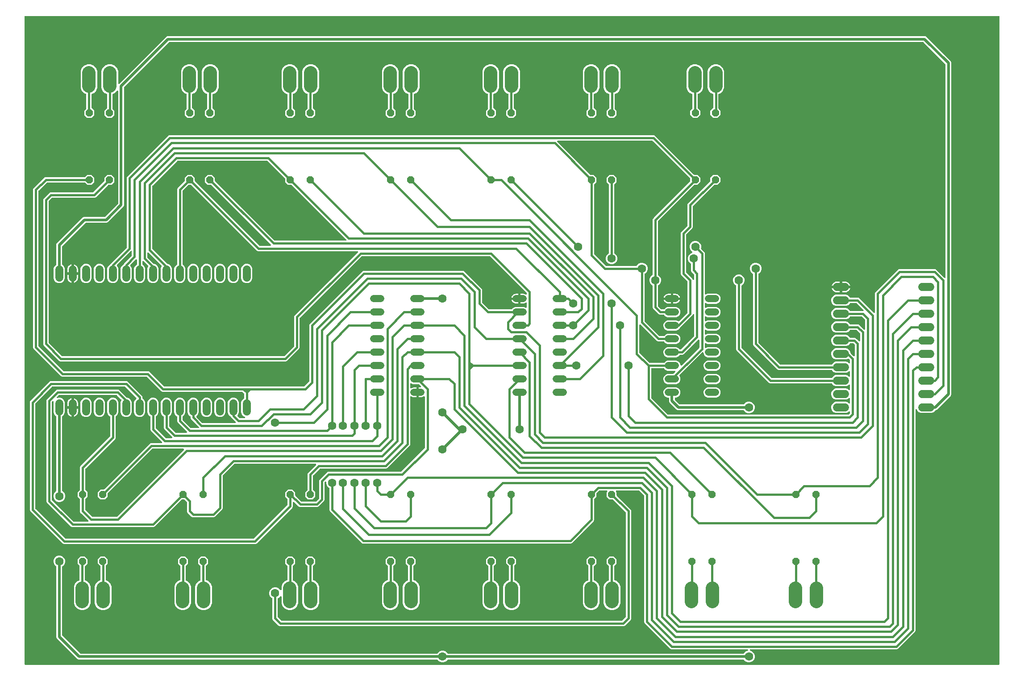
<source format=gbr>
G04 EAGLE Gerber RS-274X export*
G75*
%MOMM*%
%FSLAX34Y34*%
%LPD*%
%INBottom Copper*%
%IPPOS*%
%AMOC8*
5,1,8,0,0,1.08239X$1,22.5*%
G01*
%ADD10C,1.524000*%
%ADD11P,1.429621X8X292.500000*%
%ADD12C,2.550000*%
%ADD13C,1.320800*%
%ADD14C,0.400000*%
%ADD15C,1.600000*%
%ADD16C,0.500000*%

G36*
X1858450Y10165D02*
X1858450Y10165D01*
X1858486Y10162D01*
X1858622Y10185D01*
X1858758Y10201D01*
X1858792Y10213D01*
X1858827Y10218D01*
X1858954Y10271D01*
X1859084Y10318D01*
X1859113Y10337D01*
X1859146Y10351D01*
X1859258Y10432D01*
X1859373Y10507D01*
X1859398Y10533D01*
X1859426Y10553D01*
X1859517Y10657D01*
X1859612Y10757D01*
X1859630Y10788D01*
X1859653Y10814D01*
X1859717Y10937D01*
X1859787Y11055D01*
X1859797Y11089D01*
X1859814Y11121D01*
X1859848Y11254D01*
X1859889Y11386D01*
X1859891Y11421D01*
X1859900Y11455D01*
X1859914Y11660D01*
X1859914Y1239290D01*
X1859910Y1239325D01*
X1859913Y1239361D01*
X1859890Y1239497D01*
X1859874Y1239633D01*
X1859862Y1239667D01*
X1859857Y1239702D01*
X1859804Y1239829D01*
X1859757Y1239959D01*
X1859738Y1239988D01*
X1859724Y1240021D01*
X1859643Y1240133D01*
X1859568Y1240248D01*
X1859542Y1240273D01*
X1859522Y1240301D01*
X1859418Y1240392D01*
X1859318Y1240487D01*
X1859287Y1240505D01*
X1859261Y1240528D01*
X1859138Y1240592D01*
X1859020Y1240662D01*
X1858986Y1240672D01*
X1858954Y1240689D01*
X1858821Y1240723D01*
X1858689Y1240764D01*
X1858654Y1240766D01*
X1858620Y1240775D01*
X1858415Y1240789D01*
X11660Y1240789D01*
X11625Y1240785D01*
X11589Y1240788D01*
X11453Y1240765D01*
X11317Y1240749D01*
X11283Y1240737D01*
X11248Y1240732D01*
X11121Y1240679D01*
X10991Y1240632D01*
X10962Y1240613D01*
X10929Y1240599D01*
X10817Y1240518D01*
X10702Y1240443D01*
X10677Y1240417D01*
X10649Y1240397D01*
X10558Y1240293D01*
X10463Y1240193D01*
X10445Y1240162D01*
X10422Y1240136D01*
X10358Y1240013D01*
X10288Y1239895D01*
X10278Y1239861D01*
X10261Y1239829D01*
X10227Y1239696D01*
X10186Y1239564D01*
X10184Y1239529D01*
X10175Y1239495D01*
X10161Y1239290D01*
X10161Y11660D01*
X10165Y11625D01*
X10162Y11589D01*
X10185Y11453D01*
X10201Y11317D01*
X10213Y11283D01*
X10218Y11248D01*
X10271Y11121D01*
X10318Y10991D01*
X10337Y10962D01*
X10351Y10929D01*
X10432Y10817D01*
X10507Y10702D01*
X10533Y10677D01*
X10553Y10649D01*
X10657Y10558D01*
X10757Y10463D01*
X10788Y10445D01*
X10814Y10422D01*
X10937Y10358D01*
X11055Y10288D01*
X11089Y10278D01*
X11121Y10261D01*
X11254Y10227D01*
X11386Y10186D01*
X11421Y10184D01*
X11455Y10175D01*
X11660Y10161D01*
X1858415Y10161D01*
X1858450Y10165D01*
G37*
%LPC*%
G36*
X801087Y14716D02*
X801087Y14716D01*
X797044Y16391D01*
X793886Y19548D01*
X793862Y19593D01*
X793803Y19657D01*
X793751Y19728D01*
X793686Y19785D01*
X793629Y19848D01*
X793556Y19898D01*
X793490Y19955D01*
X793414Y19995D01*
X793343Y20043D01*
X793262Y20075D01*
X793184Y20116D01*
X793101Y20137D01*
X793021Y20168D01*
X792934Y20180D01*
X792849Y20202D01*
X792706Y20212D01*
X792679Y20216D01*
X792666Y20215D01*
X792645Y20216D01*
X112889Y20216D01*
X110867Y21054D01*
X71537Y60384D01*
X70699Y62406D01*
X70699Y195745D01*
X70689Y195832D01*
X70689Y195919D01*
X70669Y196003D01*
X70659Y196088D01*
X70630Y196170D01*
X70609Y196256D01*
X70571Y196332D01*
X70542Y196413D01*
X70494Y196487D01*
X70455Y196565D01*
X70400Y196631D01*
X70353Y196703D01*
X70290Y196763D01*
X70234Y196831D01*
X70165Y196882D01*
X70103Y196941D01*
X70038Y196980D01*
X66874Y200144D01*
X65199Y204187D01*
X65199Y208563D01*
X66874Y212606D01*
X69969Y215701D01*
X74012Y217376D01*
X78388Y217376D01*
X82431Y215701D01*
X85526Y212606D01*
X87201Y208563D01*
X87201Y204187D01*
X85526Y200144D01*
X82369Y196986D01*
X82324Y196962D01*
X82260Y196903D01*
X82189Y196851D01*
X82132Y196786D01*
X82069Y196729D01*
X82019Y196656D01*
X81962Y196590D01*
X81922Y196514D01*
X81874Y196443D01*
X81842Y196362D01*
X81801Y196284D01*
X81780Y196201D01*
X81749Y196121D01*
X81737Y196034D01*
X81715Y195949D01*
X81705Y195806D01*
X81701Y195779D01*
X81702Y195766D01*
X81701Y195745D01*
X81701Y66399D01*
X81717Y66261D01*
X81727Y66122D01*
X81737Y66090D01*
X81741Y66056D01*
X81788Y65925D01*
X81829Y65792D01*
X81847Y65763D01*
X81858Y65731D01*
X81934Y65614D01*
X82005Y65494D01*
X82035Y65460D01*
X82047Y65441D01*
X82071Y65418D01*
X82140Y65339D01*
X115822Y31657D01*
X115931Y31570D01*
X116037Y31479D01*
X116067Y31463D01*
X116093Y31442D01*
X116219Y31383D01*
X116343Y31318D01*
X116376Y31310D01*
X116406Y31295D01*
X116543Y31267D01*
X116678Y31232D01*
X116723Y31229D01*
X116745Y31224D01*
X116778Y31225D01*
X116882Y31218D01*
X792645Y31218D01*
X792732Y31228D01*
X792819Y31228D01*
X792903Y31248D01*
X792988Y31258D01*
X793070Y31287D01*
X793156Y31308D01*
X793232Y31346D01*
X793313Y31375D01*
X793387Y31423D01*
X793465Y31462D01*
X793531Y31517D01*
X793603Y31564D01*
X793663Y31627D01*
X793731Y31683D01*
X793782Y31752D01*
X793841Y31814D01*
X793880Y31879D01*
X797044Y35043D01*
X801087Y36718D01*
X805463Y36718D01*
X809506Y35043D01*
X812664Y31886D01*
X812688Y31841D01*
X812747Y31777D01*
X812799Y31706D01*
X812864Y31649D01*
X812921Y31586D01*
X812994Y31536D01*
X813060Y31479D01*
X813136Y31439D01*
X813207Y31391D01*
X813288Y31359D01*
X813366Y31318D01*
X813449Y31297D01*
X813529Y31266D01*
X813616Y31254D01*
X813701Y31232D01*
X813844Y31222D01*
X813871Y31218D01*
X813884Y31219D01*
X813905Y31218D01*
X1373670Y31218D01*
X1373757Y31228D01*
X1373844Y31228D01*
X1373928Y31248D01*
X1374013Y31258D01*
X1374095Y31287D01*
X1374181Y31308D01*
X1374257Y31346D01*
X1374338Y31375D01*
X1374412Y31423D01*
X1374490Y31462D01*
X1374556Y31517D01*
X1374628Y31564D01*
X1374688Y31627D01*
X1374756Y31683D01*
X1374807Y31752D01*
X1374866Y31814D01*
X1374905Y31879D01*
X1378069Y35043D01*
X1381743Y36565D01*
X1381788Y36590D01*
X1381838Y36608D01*
X1381939Y36674D01*
X1382045Y36733D01*
X1382084Y36768D01*
X1382127Y36797D01*
X1382211Y36884D01*
X1382300Y36966D01*
X1382330Y37009D01*
X1382366Y37047D01*
X1382427Y37151D01*
X1382496Y37251D01*
X1382515Y37300D01*
X1382541Y37345D01*
X1382577Y37461D01*
X1382620Y37574D01*
X1382628Y37626D01*
X1382643Y37676D01*
X1382651Y37796D01*
X1382668Y37916D01*
X1382663Y37968D01*
X1382667Y38021D01*
X1382647Y38140D01*
X1382636Y38261D01*
X1382619Y38310D01*
X1382611Y38362D01*
X1382564Y38474D01*
X1382526Y38588D01*
X1382498Y38633D01*
X1382478Y38681D01*
X1382407Y38779D01*
X1382343Y38882D01*
X1382306Y38919D01*
X1382276Y38961D01*
X1382184Y39041D01*
X1382099Y39126D01*
X1382054Y39154D01*
X1382015Y39188D01*
X1381908Y39244D01*
X1381804Y39308D01*
X1381755Y39325D01*
X1381709Y39349D01*
X1381591Y39379D01*
X1381477Y39417D01*
X1381424Y39422D01*
X1381374Y39435D01*
X1381169Y39449D01*
X1237255Y39449D01*
X1235417Y40211D01*
X1186386Y89242D01*
X1185624Y91080D01*
X1185624Y330683D01*
X1185608Y330821D01*
X1185598Y330960D01*
X1185588Y330993D01*
X1185584Y331026D01*
X1185537Y331157D01*
X1185496Y331290D01*
X1185478Y331319D01*
X1185467Y331351D01*
X1185391Y331468D01*
X1185320Y331588D01*
X1185290Y331622D01*
X1185278Y331641D01*
X1185254Y331664D01*
X1185185Y331743D01*
X1176293Y340635D01*
X1176184Y340722D01*
X1176078Y340813D01*
X1176048Y340829D01*
X1176022Y340850D01*
X1175896Y340909D01*
X1175772Y340974D01*
X1175739Y340982D01*
X1175709Y340997D01*
X1175572Y341025D01*
X1175437Y341060D01*
X1175392Y341063D01*
X1175370Y341068D01*
X1175337Y341067D01*
X1175233Y341074D01*
X1133453Y341074D01*
X1133350Y341062D01*
X1133245Y341060D01*
X1133179Y341042D01*
X1133110Y341034D01*
X1133012Y340999D01*
X1132911Y340973D01*
X1132850Y340940D01*
X1132785Y340917D01*
X1132697Y340860D01*
X1132605Y340811D01*
X1132553Y340766D01*
X1132495Y340728D01*
X1132423Y340653D01*
X1132344Y340584D01*
X1132304Y340528D01*
X1132256Y340478D01*
X1132204Y340388D01*
X1132143Y340303D01*
X1132116Y340239D01*
X1132081Y340180D01*
X1132051Y340080D01*
X1132011Y339984D01*
X1132000Y339915D01*
X1131979Y339849D01*
X1131972Y339745D01*
X1131956Y339642D01*
X1131960Y339573D01*
X1131956Y339504D01*
X1131973Y339402D01*
X1131980Y339297D01*
X1132001Y339231D01*
X1132012Y339163D01*
X1132052Y339067D01*
X1132083Y338967D01*
X1132118Y338908D01*
X1132144Y338844D01*
X1132205Y338760D01*
X1132258Y338670D01*
X1132327Y338591D01*
X1132347Y338564D01*
X1132364Y338549D01*
X1132393Y338515D01*
X1133555Y337353D01*
X1133555Y331463D01*
X1133571Y331325D01*
X1133581Y331186D01*
X1133591Y331153D01*
X1133595Y331120D01*
X1133642Y330989D01*
X1133683Y330856D01*
X1133701Y330827D01*
X1133712Y330795D01*
X1133788Y330678D01*
X1133859Y330558D01*
X1133889Y330524D01*
X1133901Y330505D01*
X1133925Y330482D01*
X1133994Y330403D01*
X1158322Y306075D01*
X1159939Y304458D01*
X1160701Y302620D01*
X1160701Y97430D01*
X1159939Y95592D01*
X1158322Y93975D01*
X1149008Y84661D01*
X1147170Y83899D01*
X494305Y83899D01*
X492467Y84661D01*
X481536Y95592D01*
X480774Y97430D01*
X480774Y135213D01*
X480764Y135299D01*
X480764Y135387D01*
X480744Y135471D01*
X480734Y135556D01*
X480705Y135638D01*
X480684Y135724D01*
X480646Y135800D01*
X480617Y135881D01*
X480569Y135955D01*
X480530Y136033D01*
X480475Y136099D01*
X480428Y136171D01*
X480365Y136231D01*
X480309Y136298D01*
X480240Y136350D01*
X480178Y136409D01*
X480102Y136454D01*
X480032Y136506D01*
X479903Y136570D01*
X479880Y136584D01*
X479868Y136588D01*
X479849Y136598D01*
X479544Y136724D01*
X476449Y139819D01*
X474774Y143862D01*
X474774Y148238D01*
X476449Y152281D01*
X479544Y155376D01*
X483587Y157051D01*
X487963Y157051D01*
X492006Y155376D01*
X495290Y152092D01*
X495372Y152028D01*
X495447Y151956D01*
X495507Y151921D01*
X495561Y151878D01*
X495655Y151833D01*
X495745Y151781D01*
X495811Y151760D01*
X495874Y151731D01*
X495976Y151709D01*
X496076Y151679D01*
X496145Y151674D01*
X496212Y151660D01*
X496316Y151662D01*
X496421Y151655D01*
X496489Y151666D01*
X496558Y151668D01*
X496659Y151694D01*
X496762Y151711D01*
X496826Y151738D01*
X496892Y151755D01*
X496985Y151804D01*
X497081Y151844D01*
X497137Y151884D01*
X497198Y151916D01*
X497277Y151985D01*
X497361Y152046D01*
X497407Y152098D01*
X497459Y152144D01*
X497520Y152228D01*
X497588Y152307D01*
X497620Y152368D01*
X497661Y152424D01*
X497700Y152521D01*
X497749Y152613D01*
X497766Y152680D01*
X497792Y152744D01*
X497809Y152847D01*
X497835Y152948D01*
X497842Y153052D01*
X497848Y153085D01*
X497846Y153108D01*
X497849Y153153D01*
X497849Y158758D01*
X500247Y164547D01*
X504678Y168978D01*
X508424Y170529D01*
X508500Y170572D01*
X508581Y170606D01*
X508651Y170656D01*
X508726Y170698D01*
X508791Y170757D01*
X508861Y170808D01*
X508918Y170873D01*
X508981Y170931D01*
X509031Y171003D01*
X509088Y171069D01*
X509128Y171145D01*
X509177Y171216D01*
X509208Y171297D01*
X509249Y171375D01*
X509270Y171458D01*
X509301Y171538D01*
X509313Y171625D01*
X509335Y171710D01*
X509345Y171853D01*
X509349Y171881D01*
X509348Y171893D01*
X509349Y171915D01*
X509349Y197172D01*
X509333Y197309D01*
X509323Y197449D01*
X509313Y197481D01*
X509309Y197515D01*
X509262Y197646D01*
X509221Y197779D01*
X509203Y197808D01*
X509192Y197840D01*
X509116Y197957D01*
X509045Y198077D01*
X509015Y198111D01*
X509003Y198130D01*
X508979Y198153D01*
X508910Y198232D01*
X504745Y202397D01*
X504745Y210353D01*
X510372Y215980D01*
X518328Y215980D01*
X523955Y210353D01*
X523955Y202397D01*
X519790Y198232D01*
X519703Y198123D01*
X519612Y198017D01*
X519596Y197987D01*
X519575Y197961D01*
X519516Y197835D01*
X519451Y197711D01*
X519443Y197678D01*
X519428Y197648D01*
X519400Y197511D01*
X519365Y197376D01*
X519362Y197331D01*
X519357Y197309D01*
X519358Y197276D01*
X519351Y197172D01*
X519351Y171293D01*
X519361Y171206D01*
X519361Y171119D01*
X519381Y171035D01*
X519391Y170950D01*
X519420Y170867D01*
X519440Y170782D01*
X519479Y170705D01*
X519508Y170625D01*
X519556Y170551D01*
X519595Y170473D01*
X519650Y170407D01*
X519697Y170335D01*
X519760Y170275D01*
X519816Y170207D01*
X519885Y170156D01*
X519947Y170096D01*
X520022Y170052D01*
X520093Y169999D01*
X520222Y169935D01*
X520245Y169921D01*
X520257Y169918D01*
X520276Y169908D01*
X522522Y168978D01*
X526953Y164547D01*
X529351Y158758D01*
X529351Y126992D01*
X526953Y121203D01*
X522522Y116772D01*
X516733Y114374D01*
X510467Y114374D01*
X504678Y116772D01*
X500247Y121203D01*
X497849Y126992D01*
X497849Y138947D01*
X497837Y139051D01*
X497835Y139155D01*
X497817Y139222D01*
X497809Y139291D01*
X497774Y139389D01*
X497748Y139490D01*
X497715Y139551D01*
X497692Y139616D01*
X497635Y139703D01*
X497586Y139796D01*
X497541Y139848D01*
X497503Y139906D01*
X497428Y139978D01*
X497359Y140056D01*
X497303Y140097D01*
X497253Y140144D01*
X497163Y140197D01*
X497078Y140258D01*
X497014Y140284D01*
X496955Y140319D01*
X496855Y140350D01*
X496759Y140390D01*
X496690Y140401D01*
X496624Y140421D01*
X496520Y140428D01*
X496417Y140445D01*
X496348Y140440D01*
X496279Y140445D01*
X496177Y140428D01*
X496072Y140421D01*
X496006Y140400D01*
X495938Y140389D01*
X495842Y140349D01*
X495742Y140318D01*
X495683Y140283D01*
X495619Y140256D01*
X495534Y140195D01*
X495445Y140142D01*
X495366Y140074D01*
X495339Y140054D01*
X495324Y140037D01*
X495290Y140008D01*
X492006Y136724D01*
X491701Y136598D01*
X491625Y136555D01*
X491544Y136521D01*
X491474Y136471D01*
X491399Y136429D01*
X491335Y136370D01*
X491264Y136319D01*
X491207Y136254D01*
X491144Y136196D01*
X491094Y136124D01*
X491037Y136058D01*
X490997Y135982D01*
X490948Y135911D01*
X490917Y135830D01*
X490876Y135752D01*
X490855Y135669D01*
X490824Y135589D01*
X490812Y135502D01*
X490790Y135417D01*
X490780Y135274D01*
X490776Y135246D01*
X490777Y135234D01*
X490776Y135213D01*
X490776Y101117D01*
X490792Y100979D01*
X490802Y100840D01*
X490812Y100807D01*
X490816Y100774D01*
X490863Y100643D01*
X490904Y100510D01*
X490922Y100481D01*
X490933Y100449D01*
X491009Y100332D01*
X491080Y100212D01*
X491110Y100178D01*
X491122Y100159D01*
X491146Y100136D01*
X491215Y100057D01*
X496932Y94340D01*
X497041Y94253D01*
X497147Y94162D01*
X497177Y94146D01*
X497203Y94125D01*
X497329Y94066D01*
X497453Y94001D01*
X497486Y93993D01*
X497516Y93978D01*
X497653Y93950D01*
X497788Y93915D01*
X497833Y93912D01*
X497855Y93907D01*
X497888Y93908D01*
X497992Y93901D01*
X1143483Y93901D01*
X1143621Y93917D01*
X1143760Y93927D01*
X1143793Y93937D01*
X1143826Y93941D01*
X1143957Y93988D01*
X1144090Y94029D01*
X1144119Y94047D01*
X1144151Y94058D01*
X1144268Y94134D01*
X1144388Y94205D01*
X1144422Y94235D01*
X1144441Y94247D01*
X1144464Y94271D01*
X1144543Y94340D01*
X1150260Y100057D01*
X1150347Y100166D01*
X1150438Y100272D01*
X1150454Y100302D01*
X1150475Y100328D01*
X1150534Y100454D01*
X1150599Y100578D01*
X1150607Y100611D01*
X1150622Y100641D01*
X1150650Y100778D01*
X1150685Y100913D01*
X1150688Y100958D01*
X1150693Y100980D01*
X1150692Y101013D01*
X1150699Y101117D01*
X1150699Y298933D01*
X1150683Y299071D01*
X1150673Y299210D01*
X1150663Y299243D01*
X1150659Y299276D01*
X1150612Y299407D01*
X1150571Y299540D01*
X1150553Y299569D01*
X1150542Y299601D01*
X1150466Y299718D01*
X1150395Y299838D01*
X1150365Y299872D01*
X1150353Y299891D01*
X1150329Y299914D01*
X1150260Y299993D01*
X1126922Y323331D01*
X1126813Y323418D01*
X1126707Y323509D01*
X1126677Y323525D01*
X1126651Y323546D01*
X1126525Y323605D01*
X1126401Y323670D01*
X1126368Y323678D01*
X1126338Y323693D01*
X1126201Y323721D01*
X1126066Y323756D01*
X1126021Y323759D01*
X1125999Y323764D01*
X1125966Y323763D01*
X1125862Y323770D01*
X1119972Y323770D01*
X1114345Y329397D01*
X1114345Y337353D01*
X1115507Y338515D01*
X1115571Y338597D01*
X1115644Y338672D01*
X1115679Y338732D01*
X1115721Y338786D01*
X1115766Y338880D01*
X1115819Y338970D01*
X1115839Y339036D01*
X1115868Y339099D01*
X1115890Y339201D01*
X1115921Y339301D01*
X1115925Y339370D01*
X1115940Y339437D01*
X1115937Y339541D01*
X1115944Y339646D01*
X1115933Y339714D01*
X1115931Y339783D01*
X1115905Y339884D01*
X1115888Y339987D01*
X1115862Y340051D01*
X1115844Y340117D01*
X1115796Y340210D01*
X1115756Y340306D01*
X1115715Y340362D01*
X1115683Y340423D01*
X1115614Y340502D01*
X1115553Y340586D01*
X1115501Y340632D01*
X1115456Y340684D01*
X1115371Y340745D01*
X1115292Y340813D01*
X1115231Y340845D01*
X1115175Y340886D01*
X1115079Y340925D01*
X1114986Y340974D01*
X1114919Y340991D01*
X1114855Y341017D01*
X1114752Y341034D01*
X1114651Y341060D01*
X1114547Y341067D01*
X1114514Y341073D01*
X1114492Y341071D01*
X1114447Y341074D01*
X1101242Y341074D01*
X1101104Y341058D01*
X1100965Y341048D01*
X1100932Y341038D01*
X1100899Y341034D01*
X1100768Y340987D01*
X1100635Y340946D01*
X1100606Y340928D01*
X1100574Y340917D01*
X1100457Y340841D01*
X1100337Y340770D01*
X1100303Y340740D01*
X1100284Y340728D01*
X1100261Y340704D01*
X1100182Y340635D01*
X1095894Y336347D01*
X1095807Y336238D01*
X1095716Y336132D01*
X1095700Y336102D01*
X1095679Y336076D01*
X1095620Y335950D01*
X1095555Y335826D01*
X1095547Y335793D01*
X1095532Y335763D01*
X1095504Y335626D01*
X1095469Y335491D01*
X1095466Y335446D01*
X1095461Y335424D01*
X1095462Y335391D01*
X1095455Y335287D01*
X1095455Y329397D01*
X1091290Y325232D01*
X1091203Y325123D01*
X1091112Y325017D01*
X1091096Y324987D01*
X1091075Y324961D01*
X1091016Y324835D01*
X1090951Y324711D01*
X1090943Y324678D01*
X1090928Y324648D01*
X1090900Y324511D01*
X1090865Y324376D01*
X1090862Y324331D01*
X1090857Y324309D01*
X1090858Y324276D01*
X1090851Y324172D01*
X1090851Y284755D01*
X1090089Y282917D01*
X1048504Y241332D01*
X1046666Y240570D01*
X651959Y240570D01*
X650121Y241332D01*
X648504Y242949D01*
X591103Y300350D01*
X589486Y301967D01*
X588724Y303805D01*
X588724Y344762D01*
X588714Y344849D01*
X588714Y344937D01*
X588694Y345021D01*
X588684Y345106D01*
X588655Y345188D01*
X588635Y345273D01*
X588596Y345350D01*
X588567Y345431D01*
X588519Y345504D01*
X588480Y345583D01*
X588425Y345649D01*
X588378Y345721D01*
X588315Y345781D01*
X588259Y345848D01*
X588190Y345900D01*
X588128Y345959D01*
X588052Y346004D01*
X587982Y346056D01*
X587854Y346120D01*
X587830Y346134D01*
X587818Y346138D01*
X587799Y346148D01*
X587494Y346274D01*
X584399Y349369D01*
X582724Y353412D01*
X582724Y356133D01*
X582712Y356237D01*
X582710Y356341D01*
X582692Y356408D01*
X582684Y356476D01*
X582649Y356574D01*
X582623Y356676D01*
X582590Y356736D01*
X582567Y356801D01*
X582510Y356889D01*
X582461Y356981D01*
X582416Y357033D01*
X582378Y357091D01*
X582302Y357163D01*
X582234Y357242D01*
X582178Y357282D01*
X582128Y357330D01*
X582038Y357382D01*
X581953Y357443D01*
X581889Y357470D01*
X581830Y357505D01*
X581730Y357535D01*
X581633Y357575D01*
X581565Y357586D01*
X581499Y357607D01*
X581395Y357614D01*
X581292Y357630D01*
X581223Y357626D01*
X581154Y357630D01*
X581051Y357613D01*
X580947Y357606D01*
X580881Y357585D01*
X580813Y357574D01*
X580717Y357534D01*
X580617Y357503D01*
X580558Y357468D01*
X580494Y357442D01*
X580409Y357380D01*
X580319Y357327D01*
X580241Y357259D01*
X580214Y357239D01*
X580199Y357222D01*
X580165Y357192D01*
X580115Y357142D01*
X580028Y357033D01*
X579937Y356928D01*
X579921Y356898D01*
X579900Y356871D01*
X579841Y356745D01*
X579776Y356622D01*
X579768Y356589D01*
X579753Y356558D01*
X579725Y356422D01*
X579690Y356287D01*
X579687Y356242D01*
X579682Y356220D01*
X579683Y356186D01*
X579676Y356083D01*
X579676Y322855D01*
X578914Y321017D01*
X567983Y310086D01*
X566145Y309324D01*
X532405Y309324D01*
X530567Y310086D01*
X528950Y311703D01*
X521910Y318743D01*
X521828Y318808D01*
X521753Y318880D01*
X521693Y318915D01*
X521639Y318957D01*
X521545Y319002D01*
X521455Y319055D01*
X521389Y319075D01*
X521326Y319104D01*
X521224Y319126D01*
X521124Y319157D01*
X521055Y319161D01*
X520988Y319176D01*
X520884Y319173D01*
X520779Y319180D01*
X520711Y319169D01*
X520642Y319167D01*
X520541Y319141D01*
X520438Y319124D01*
X520374Y319098D01*
X520308Y319080D01*
X520215Y319032D01*
X520119Y318992D01*
X520063Y318951D01*
X520002Y318919D01*
X519923Y318850D01*
X519839Y318789D01*
X519793Y318737D01*
X519741Y318692D01*
X519680Y318607D01*
X519612Y318528D01*
X519580Y318467D01*
X519539Y318411D01*
X519500Y318315D01*
X519451Y318222D01*
X519434Y318155D01*
X519408Y318091D01*
X519391Y317989D01*
X519365Y317887D01*
X519358Y317783D01*
X519352Y317750D01*
X519354Y317728D01*
X519351Y317683D01*
X519351Y310155D01*
X518589Y308317D01*
X450508Y240236D01*
X448670Y239474D01*
X84730Y239474D01*
X82892Y240236D01*
X21161Y301967D01*
X20399Y303805D01*
X20399Y508995D01*
X21161Y510833D01*
X57492Y547164D01*
X59330Y547926D01*
X204195Y547926D01*
X206033Y547164D01*
X232839Y520358D01*
X233601Y518520D01*
X233601Y516521D01*
X233611Y516434D01*
X233611Y516347D01*
X233631Y516263D01*
X233641Y516178D01*
X233670Y516095D01*
X233690Y516010D01*
X233729Y515933D01*
X233758Y515853D01*
X233806Y515779D01*
X233845Y515701D01*
X233900Y515635D01*
X233947Y515563D01*
X234010Y515503D01*
X234066Y515435D01*
X234135Y515384D01*
X234197Y515324D01*
X234273Y515280D01*
X234343Y515227D01*
X234471Y515163D01*
X234495Y515149D01*
X234507Y515146D01*
X234526Y515136D01*
X234616Y515099D01*
X237604Y512111D01*
X239221Y508208D01*
X239221Y488742D01*
X237604Y484839D01*
X234616Y481851D01*
X230713Y480234D01*
X226487Y480234D01*
X222584Y481851D01*
X219596Y484839D01*
X217979Y488742D01*
X217979Y508208D01*
X219596Y512111D01*
X222209Y514724D01*
X222231Y514752D01*
X222258Y514775D01*
X222338Y514887D01*
X222423Y514995D01*
X222439Y515027D01*
X222459Y515056D01*
X222512Y515183D01*
X222570Y515308D01*
X222578Y515343D01*
X222591Y515375D01*
X222613Y515512D01*
X222642Y515646D01*
X222641Y515682D01*
X222646Y515717D01*
X222637Y515854D01*
X222633Y515992D01*
X222625Y516026D01*
X222622Y516061D01*
X222581Y516193D01*
X222546Y516326D01*
X222530Y516358D01*
X222519Y516392D01*
X222449Y516511D01*
X222385Y516632D01*
X222362Y516659D01*
X222344Y516689D01*
X222209Y516844D01*
X201568Y537485D01*
X201459Y537572D01*
X201353Y537663D01*
X201323Y537679D01*
X201297Y537700D01*
X201171Y537759D01*
X201047Y537824D01*
X201014Y537832D01*
X200984Y537847D01*
X200847Y537875D01*
X200712Y537910D01*
X200667Y537913D01*
X200645Y537918D01*
X200612Y537917D01*
X200508Y537924D01*
X63017Y537924D01*
X62879Y537908D01*
X62740Y537898D01*
X62707Y537888D01*
X62674Y537884D01*
X62543Y537837D01*
X62410Y537796D01*
X62381Y537778D01*
X62349Y537767D01*
X62232Y537691D01*
X62112Y537620D01*
X62078Y537590D01*
X62059Y537578D01*
X62036Y537554D01*
X62034Y537552D01*
X62032Y537551D01*
X62028Y537547D01*
X61957Y537485D01*
X30840Y506368D01*
X30753Y506259D01*
X30662Y506153D01*
X30646Y506123D01*
X30625Y506097D01*
X30566Y505971D01*
X30501Y505847D01*
X30493Y505814D01*
X30478Y505784D01*
X30450Y505647D01*
X30415Y505512D01*
X30412Y505467D01*
X30407Y505445D01*
X30408Y505412D01*
X30401Y505308D01*
X30401Y307492D01*
X30417Y307354D01*
X30427Y307215D01*
X30437Y307182D01*
X30441Y307149D01*
X30488Y307018D01*
X30529Y306885D01*
X30547Y306856D01*
X30558Y306824D01*
X30634Y306707D01*
X30705Y306587D01*
X30735Y306553D01*
X30747Y306534D01*
X30771Y306511D01*
X30840Y306432D01*
X87357Y249915D01*
X87466Y249828D01*
X87572Y249737D01*
X87602Y249721D01*
X87628Y249700D01*
X87754Y249641D01*
X87878Y249576D01*
X87911Y249568D01*
X87941Y249553D01*
X88078Y249525D01*
X88213Y249490D01*
X88258Y249487D01*
X88280Y249482D01*
X88313Y249483D01*
X88417Y249476D01*
X444983Y249476D01*
X445121Y249492D01*
X445260Y249502D01*
X445293Y249512D01*
X445326Y249516D01*
X445457Y249563D01*
X445590Y249604D01*
X445619Y249622D01*
X445651Y249633D01*
X445768Y249709D01*
X445888Y249780D01*
X445922Y249810D01*
X445941Y249822D01*
X445964Y249846D01*
X446043Y249915D01*
X508910Y312782D01*
X508997Y312891D01*
X509088Y312997D01*
X509104Y313027D01*
X509125Y313053D01*
X509184Y313179D01*
X509249Y313303D01*
X509257Y313336D01*
X509272Y313366D01*
X509300Y313503D01*
X509335Y313638D01*
X509338Y313683D01*
X509343Y313705D01*
X509342Y313738D01*
X509349Y313842D01*
X509349Y324172D01*
X509333Y324310D01*
X509323Y324449D01*
X509313Y324481D01*
X509309Y324515D01*
X509262Y324646D01*
X509221Y324779D01*
X509203Y324808D01*
X509192Y324840D01*
X509116Y324957D01*
X509045Y325077D01*
X509015Y325111D01*
X509003Y325130D01*
X508979Y325153D01*
X508910Y325232D01*
X504745Y329397D01*
X504745Y337353D01*
X510372Y342980D01*
X518328Y342980D01*
X523955Y337353D01*
X523955Y331463D01*
X523971Y331325D01*
X523981Y331186D01*
X523991Y331153D01*
X523995Y331120D01*
X524042Y330989D01*
X524083Y330856D01*
X524101Y330827D01*
X524112Y330795D01*
X524188Y330678D01*
X524259Y330558D01*
X524289Y330524D01*
X524301Y330505D01*
X524325Y330482D01*
X524394Y330403D01*
X535032Y319765D01*
X535141Y319678D01*
X535247Y319587D01*
X535277Y319571D01*
X535303Y319550D01*
X535429Y319491D01*
X535553Y319426D01*
X535586Y319418D01*
X535616Y319403D01*
X535753Y319375D01*
X535888Y319340D01*
X535933Y319337D01*
X535955Y319332D01*
X535988Y319333D01*
X536092Y319326D01*
X562458Y319326D01*
X562596Y319342D01*
X562735Y319352D01*
X562768Y319362D01*
X562801Y319366D01*
X562932Y319413D01*
X563065Y319454D01*
X563094Y319472D01*
X563126Y319483D01*
X563243Y319559D01*
X563363Y319630D01*
X563397Y319660D01*
X563416Y319672D01*
X563439Y319696D01*
X563518Y319765D01*
X569235Y325482D01*
X569309Y325575D01*
X569332Y325600D01*
X569339Y325611D01*
X569413Y325697D01*
X569429Y325727D01*
X569450Y325753D01*
X569509Y325879D01*
X569574Y326003D01*
X569582Y326036D01*
X569597Y326066D01*
X569625Y326203D01*
X569660Y326338D01*
X569663Y326383D01*
X569668Y326405D01*
X569667Y326438D01*
X569674Y326542D01*
X569674Y359770D01*
X570436Y361608D01*
X584542Y375714D01*
X586380Y376476D01*
X724383Y376476D01*
X724521Y376492D01*
X724660Y376502D01*
X724693Y376512D01*
X724726Y376516D01*
X724857Y376563D01*
X724990Y376604D01*
X725019Y376622D01*
X725051Y376633D01*
X725168Y376709D01*
X725288Y376780D01*
X725322Y376810D01*
X725341Y376822D01*
X725364Y376846D01*
X725443Y376915D01*
X769260Y420732D01*
X769347Y420841D01*
X769438Y420947D01*
X769454Y420977D01*
X769475Y421003D01*
X769534Y421129D01*
X769599Y421253D01*
X769607Y421286D01*
X769622Y421316D01*
X769650Y421453D01*
X769685Y421588D01*
X769688Y421633D01*
X769693Y421655D01*
X769692Y421688D01*
X769699Y421792D01*
X769699Y518213D01*
X769681Y518372D01*
X769665Y518531D01*
X769661Y518543D01*
X769659Y518557D01*
X769605Y518707D01*
X769554Y518858D01*
X769547Y518869D01*
X769542Y518882D01*
X769455Y519016D01*
X769370Y519151D01*
X769360Y519160D01*
X769353Y519172D01*
X769238Y519282D01*
X769124Y519394D01*
X769113Y519401D01*
X769103Y519410D01*
X768965Y519491D01*
X768829Y519574D01*
X768816Y519578D01*
X768805Y519585D01*
X768653Y519632D01*
X768501Y519682D01*
X768487Y519683D01*
X768474Y519687D01*
X768316Y519698D01*
X768156Y519712D01*
X768143Y519710D01*
X768129Y519711D01*
X767972Y519685D01*
X767814Y519662D01*
X767802Y519657D01*
X767788Y519655D01*
X767641Y519594D01*
X767493Y519535D01*
X767478Y519526D01*
X767469Y519522D01*
X767449Y519508D01*
X767319Y519426D01*
X767047Y519229D01*
X765764Y518575D01*
X764395Y518130D01*
X762974Y517905D01*
X757681Y517905D01*
X757681Y526518D01*
X757677Y526553D01*
X757680Y526588D01*
X757657Y526724D01*
X757641Y526861D01*
X757629Y526895D01*
X757624Y526930D01*
X757578Y527038D01*
X757581Y527043D01*
X757615Y527176D01*
X757656Y527308D01*
X757658Y527343D01*
X757667Y527378D01*
X757681Y527582D01*
X757681Y536195D01*
X761214Y536195D01*
X761317Y536207D01*
X761422Y536209D01*
X761489Y536227D01*
X761557Y536235D01*
X761655Y536270D01*
X761756Y536296D01*
X761817Y536329D01*
X761882Y536352D01*
X761970Y536409D01*
X762062Y536458D01*
X762114Y536503D01*
X762172Y536541D01*
X762244Y536616D01*
X762323Y536685D01*
X762363Y536741D01*
X762411Y536791D01*
X762463Y536881D01*
X762524Y536966D01*
X762551Y537030D01*
X762586Y537089D01*
X762616Y537189D01*
X762656Y537285D01*
X762667Y537354D01*
X762688Y537420D01*
X762695Y537524D01*
X762711Y537627D01*
X762707Y537696D01*
X762711Y537765D01*
X762694Y537867D01*
X762687Y537972D01*
X762666Y538038D01*
X762655Y538106D01*
X762615Y538202D01*
X762584Y538302D01*
X762549Y538361D01*
X762523Y538425D01*
X762462Y538510D01*
X762409Y538599D01*
X762340Y538678D01*
X762320Y538705D01*
X762303Y538720D01*
X762274Y538754D01*
X758622Y542406D01*
X758513Y542493D01*
X758407Y542584D01*
X758377Y542600D01*
X758351Y542621D01*
X758225Y542680D01*
X758101Y542745D01*
X758068Y542753D01*
X758038Y542768D01*
X757901Y542796D01*
X757766Y542831D01*
X757721Y542834D01*
X757699Y542839D01*
X757666Y542838D01*
X757562Y542845D01*
X747135Y542845D01*
X743674Y544279D01*
X743524Y544322D01*
X743374Y544368D01*
X743357Y544369D01*
X743341Y544374D01*
X743186Y544381D01*
X743029Y544392D01*
X743013Y544389D01*
X742996Y544390D01*
X742842Y544361D01*
X742688Y544336D01*
X742673Y544329D01*
X742656Y544326D01*
X742513Y544263D01*
X742369Y544203D01*
X742355Y544193D01*
X742340Y544186D01*
X742215Y544092D01*
X742089Y544001D01*
X742077Y543988D01*
X742064Y543978D01*
X741964Y543857D01*
X741862Y543740D01*
X741854Y543725D01*
X741843Y543712D01*
X741774Y543572D01*
X741701Y543434D01*
X741697Y543417D01*
X741689Y543402D01*
X741654Y543250D01*
X741615Y543099D01*
X741613Y543077D01*
X741611Y543065D01*
X741611Y543038D01*
X741601Y542894D01*
X741601Y535887D01*
X741619Y535728D01*
X741635Y535569D01*
X741639Y535557D01*
X741641Y535543D01*
X741695Y535393D01*
X741746Y535242D01*
X741753Y535231D01*
X741758Y535218D01*
X741845Y535084D01*
X741930Y534949D01*
X741940Y534940D01*
X741947Y534928D01*
X742062Y534818D01*
X742176Y534706D01*
X742187Y534699D01*
X742197Y534690D01*
X742335Y534609D01*
X742471Y534526D01*
X742484Y534522D01*
X742495Y534515D01*
X742647Y534468D01*
X742799Y534418D01*
X742813Y534417D01*
X742826Y534413D01*
X742984Y534402D01*
X743144Y534388D01*
X743157Y534390D01*
X743171Y534389D01*
X743328Y534415D01*
X743486Y534438D01*
X743498Y534443D01*
X743512Y534445D01*
X743659Y534506D01*
X743807Y534565D01*
X743822Y534574D01*
X743831Y534578D01*
X743851Y534592D01*
X743981Y534674D01*
X744253Y534871D01*
X745536Y535525D01*
X746905Y535970D01*
X748326Y536195D01*
X753619Y536195D01*
X753619Y527582D01*
X753623Y527547D01*
X753620Y527512D01*
X753643Y527376D01*
X753659Y527239D01*
X753671Y527205D01*
X753676Y527170D01*
X753721Y527062D01*
X753719Y527057D01*
X753685Y526924D01*
X753644Y526792D01*
X753642Y526757D01*
X753633Y526722D01*
X753619Y526518D01*
X753619Y517905D01*
X748326Y517905D01*
X746905Y518130D01*
X745536Y518575D01*
X744253Y519229D01*
X743981Y519426D01*
X743841Y519505D01*
X743705Y519585D01*
X743692Y519589D01*
X743680Y519596D01*
X743526Y519640D01*
X743374Y519687D01*
X743361Y519688D01*
X743348Y519692D01*
X743188Y519700D01*
X743029Y519711D01*
X743016Y519709D01*
X743003Y519709D01*
X742845Y519681D01*
X742688Y519655D01*
X742676Y519650D01*
X742662Y519647D01*
X742516Y519583D01*
X742369Y519522D01*
X742358Y519514D01*
X742346Y519509D01*
X742218Y519413D01*
X742089Y519320D01*
X742080Y519310D01*
X742069Y519302D01*
X741967Y519180D01*
X741862Y519059D01*
X741856Y519047D01*
X741847Y519037D01*
X741775Y518894D01*
X741701Y518753D01*
X741698Y518740D01*
X741692Y518728D01*
X741655Y518573D01*
X741615Y518418D01*
X741614Y518401D01*
X741611Y518391D01*
X741611Y518367D01*
X741601Y518213D01*
X741601Y427630D01*
X740839Y425792D01*
X698158Y383111D01*
X696320Y382349D01*
X571017Y382349D01*
X570879Y382333D01*
X570740Y382323D01*
X570707Y382313D01*
X570674Y382309D01*
X570543Y382262D01*
X570410Y382221D01*
X570381Y382203D01*
X570349Y382192D01*
X570232Y382116D01*
X570112Y382045D01*
X570078Y382015D01*
X570059Y382003D01*
X570036Y381979D01*
X569957Y381910D01*
X557890Y369843D01*
X557803Y369734D01*
X557712Y369628D01*
X557696Y369598D01*
X557675Y369572D01*
X557616Y369446D01*
X557551Y369322D01*
X557543Y369289D01*
X557528Y369259D01*
X557500Y369122D01*
X557465Y368987D01*
X557462Y368942D01*
X557457Y368920D01*
X557458Y368887D01*
X557451Y368783D01*
X557451Y342578D01*
X557467Y342440D01*
X557477Y342301D01*
X557487Y342269D01*
X557491Y342235D01*
X557538Y342104D01*
X557579Y341971D01*
X557597Y341942D01*
X557608Y341910D01*
X557684Y341793D01*
X557755Y341673D01*
X557785Y341639D01*
X557797Y341620D01*
X557821Y341597D01*
X557890Y341518D01*
X562055Y337353D01*
X562055Y329397D01*
X556428Y323770D01*
X548472Y323770D01*
X542845Y329397D01*
X542845Y337353D01*
X547010Y341518D01*
X547097Y341627D01*
X547188Y341733D01*
X547204Y341763D01*
X547225Y341789D01*
X547284Y341915D01*
X547349Y342039D01*
X547357Y342072D01*
X547372Y342102D01*
X547400Y342239D01*
X547435Y342374D01*
X547438Y342419D01*
X547443Y342441D01*
X547442Y342474D01*
X547449Y342578D01*
X547449Y372470D01*
X548211Y374308D01*
X563218Y389315D01*
X563283Y389397D01*
X563355Y389472D01*
X563390Y389532D01*
X563432Y389586D01*
X563477Y389680D01*
X563530Y389770D01*
X563550Y389836D01*
X563579Y389899D01*
X563601Y390001D01*
X563632Y390101D01*
X563636Y390170D01*
X563651Y390237D01*
X563648Y390341D01*
X563655Y390446D01*
X563644Y390514D01*
X563642Y390583D01*
X563616Y390684D01*
X563599Y390787D01*
X563573Y390851D01*
X563555Y390917D01*
X563507Y391010D01*
X563467Y391106D01*
X563426Y391162D01*
X563394Y391223D01*
X563325Y391302D01*
X563264Y391386D01*
X563212Y391432D01*
X563167Y391484D01*
X563082Y391545D01*
X563003Y391613D01*
X562942Y391645D01*
X562886Y391686D01*
X562789Y391725D01*
X562697Y391774D01*
X562630Y391791D01*
X562566Y391818D01*
X562463Y391834D01*
X562362Y391860D01*
X562258Y391867D01*
X562225Y391873D01*
X562203Y391871D01*
X562158Y391874D01*
X409092Y391874D01*
X408954Y391858D01*
X408815Y391848D01*
X408782Y391838D01*
X408749Y391834D01*
X408618Y391787D01*
X408485Y391746D01*
X408456Y391728D01*
X408424Y391717D01*
X408307Y391641D01*
X408187Y391570D01*
X408153Y391540D01*
X408134Y391528D01*
X408111Y391504D01*
X408032Y391435D01*
X386440Y369843D01*
X386353Y369734D01*
X386262Y369628D01*
X386246Y369598D01*
X386225Y369572D01*
X386166Y369446D01*
X386101Y369322D01*
X386093Y369289D01*
X386078Y369259D01*
X386050Y369122D01*
X386015Y368987D01*
X386012Y368942D01*
X386007Y368920D01*
X386008Y368887D01*
X386001Y368783D01*
X386001Y306980D01*
X385239Y305142D01*
X371133Y291036D01*
X369295Y290274D01*
X329205Y290274D01*
X327367Y291036D01*
X319611Y298792D01*
X318849Y300630D01*
X318849Y317983D01*
X318833Y318121D01*
X318823Y318260D01*
X318813Y318292D01*
X318809Y318326D01*
X318762Y318457D01*
X318721Y318590D01*
X318703Y318619D01*
X318692Y318651D01*
X318616Y318768D01*
X318545Y318888D01*
X318515Y318922D01*
X318503Y318941D01*
X318479Y318964D01*
X318410Y319043D01*
X314122Y323331D01*
X314013Y323418D01*
X313907Y323509D01*
X313877Y323525D01*
X313851Y323546D01*
X313725Y323605D01*
X313601Y323670D01*
X313568Y323678D01*
X313538Y323693D01*
X313401Y323721D01*
X313266Y323756D01*
X313221Y323759D01*
X313199Y323764D01*
X313166Y323763D01*
X313062Y323770D01*
X309238Y323770D01*
X309100Y323754D01*
X308961Y323744D01*
X308928Y323734D01*
X308895Y323730D01*
X308764Y323683D01*
X308631Y323642D01*
X308602Y323624D01*
X308570Y323613D01*
X308453Y323537D01*
X308333Y323466D01*
X308299Y323436D01*
X308280Y323424D01*
X308257Y323400D01*
X308178Y323331D01*
X256833Y271986D01*
X254995Y271224D01*
X100605Y271224D01*
X98767Y271986D01*
X97150Y273603D01*
X52911Y317842D01*
X52149Y319680D01*
X52149Y512170D01*
X52911Y514008D01*
X70192Y531289D01*
X72030Y532051D01*
X188320Y532051D01*
X190158Y531289D01*
X204292Y517155D01*
X204401Y517068D01*
X204507Y516977D01*
X204537Y516961D01*
X204563Y516940D01*
X204689Y516881D01*
X204813Y516816D01*
X204846Y516808D01*
X204876Y516793D01*
X205013Y516765D01*
X205148Y516730D01*
X205193Y516727D01*
X205215Y516722D01*
X205248Y516723D01*
X205305Y516719D01*
X209216Y515099D01*
X212204Y512111D01*
X213821Y508208D01*
X213821Y488742D01*
X212204Y484839D01*
X209216Y481851D01*
X205313Y480234D01*
X201087Y480234D01*
X197184Y481851D01*
X194196Y484839D01*
X192579Y488742D01*
X192579Y508208D01*
X194104Y511890D01*
X194128Y511974D01*
X194162Y512055D01*
X194176Y512140D01*
X194199Y512222D01*
X194203Y512309D01*
X194217Y512396D01*
X194211Y512482D01*
X194215Y512568D01*
X194199Y512654D01*
X194193Y512741D01*
X194167Y512823D01*
X194151Y512907D01*
X194116Y512987D01*
X194090Y513071D01*
X194046Y513145D01*
X194011Y513224D01*
X193959Y513293D01*
X193914Y513369D01*
X193820Y513477D01*
X193803Y513499D01*
X193794Y513507D01*
X193779Y513523D01*
X185693Y521610D01*
X185584Y521697D01*
X185478Y521788D01*
X185448Y521804D01*
X185422Y521825D01*
X185296Y521884D01*
X185172Y521949D01*
X185139Y521957D01*
X185109Y521972D01*
X184972Y522000D01*
X184837Y522035D01*
X184792Y522038D01*
X184770Y522043D01*
X184737Y522042D01*
X184633Y522049D01*
X75717Y522049D01*
X75579Y522033D01*
X75440Y522023D01*
X75407Y522013D01*
X75374Y522009D01*
X75243Y521962D01*
X75110Y521921D01*
X75081Y521903D01*
X75049Y521892D01*
X74932Y521816D01*
X74812Y521745D01*
X74778Y521715D01*
X74759Y521703D01*
X74736Y521679D01*
X74657Y521610D01*
X72035Y518987D01*
X72002Y518946D01*
X71963Y518911D01*
X71895Y518811D01*
X71820Y518716D01*
X71798Y518669D01*
X71768Y518626D01*
X71724Y518513D01*
X71673Y518403D01*
X71662Y518352D01*
X71643Y518303D01*
X71627Y518183D01*
X71602Y518065D01*
X71603Y518013D01*
X71596Y517961D01*
X71607Y517841D01*
X71610Y517719D01*
X71623Y517669D01*
X71628Y517617D01*
X71666Y517502D01*
X71697Y517385D01*
X71721Y517339D01*
X71738Y517289D01*
X71802Y517186D01*
X71858Y517079D01*
X71893Y517040D01*
X71920Y516995D01*
X72006Y516910D01*
X72086Y516818D01*
X72128Y516788D01*
X72165Y516751D01*
X72268Y516687D01*
X72366Y516617D01*
X72415Y516597D01*
X72459Y516569D01*
X72574Y516531D01*
X72686Y516485D01*
X72738Y516476D01*
X72787Y516460D01*
X72908Y516449D01*
X73027Y516430D01*
X73080Y516433D01*
X73132Y516429D01*
X73251Y516445D01*
X73372Y516454D01*
X73422Y516470D01*
X73474Y516477D01*
X73668Y516542D01*
X74087Y516716D01*
X78313Y516716D01*
X82216Y515099D01*
X85204Y512111D01*
X86821Y508208D01*
X86821Y488742D01*
X85204Y484839D01*
X82140Y481775D01*
X82053Y481666D01*
X81962Y481560D01*
X81946Y481530D01*
X81925Y481504D01*
X81866Y481378D01*
X81801Y481254D01*
X81793Y481221D01*
X81778Y481191D01*
X81750Y481055D01*
X81715Y480919D01*
X81712Y480874D01*
X81707Y480852D01*
X81708Y480819D01*
X81701Y480715D01*
X81701Y340830D01*
X81711Y340743D01*
X81711Y340656D01*
X81731Y340572D01*
X81741Y340487D01*
X81770Y340405D01*
X81791Y340319D01*
X81829Y340243D01*
X81858Y340162D01*
X81906Y340088D01*
X81945Y340010D01*
X82000Y339944D01*
X82047Y339872D01*
X82110Y339812D01*
X82166Y339744D01*
X82235Y339693D01*
X82297Y339634D01*
X82362Y339595D01*
X85526Y336431D01*
X87201Y332388D01*
X87201Y328012D01*
X85526Y323969D01*
X82431Y320874D01*
X78388Y319199D01*
X74012Y319199D01*
X69969Y320874D01*
X66874Y323969D01*
X65199Y328012D01*
X65199Y332388D01*
X66874Y336431D01*
X70031Y339589D01*
X70076Y339613D01*
X70140Y339672D01*
X70211Y339724D01*
X70268Y339789D01*
X70331Y339846D01*
X70381Y339919D01*
X70438Y339985D01*
X70478Y340061D01*
X70526Y340132D01*
X70558Y340213D01*
X70599Y340291D01*
X70620Y340374D01*
X70651Y340454D01*
X70663Y340541D01*
X70685Y340626D01*
X70695Y340769D01*
X70699Y340796D01*
X70698Y340809D01*
X70699Y340830D01*
X70699Y480715D01*
X70683Y480852D01*
X70673Y480992D01*
X70663Y481025D01*
X70659Y481058D01*
X70612Y481189D01*
X70571Y481322D01*
X70553Y481352D01*
X70542Y481383D01*
X70466Y481500D01*
X70395Y481620D01*
X70365Y481654D01*
X70353Y481673D01*
X70329Y481696D01*
X70260Y481775D01*
X67196Y484839D01*
X65579Y488742D01*
X65579Y508208D01*
X65753Y508627D01*
X65767Y508677D01*
X65789Y508724D01*
X65814Y508843D01*
X65847Y508959D01*
X65850Y509011D01*
X65861Y509063D01*
X65858Y509184D01*
X65863Y509305D01*
X65854Y509356D01*
X65852Y509408D01*
X65822Y509525D01*
X65800Y509644D01*
X65779Y509692D01*
X65765Y509743D01*
X65709Y509850D01*
X65660Y509961D01*
X65628Y510002D01*
X65604Y510049D01*
X65524Y510140D01*
X65451Y510236D01*
X65411Y510270D01*
X65377Y510309D01*
X65278Y510380D01*
X65185Y510457D01*
X65138Y510480D01*
X65096Y510511D01*
X64984Y510557D01*
X64876Y510611D01*
X64825Y510623D01*
X64776Y510643D01*
X64657Y510662D01*
X64539Y510690D01*
X64487Y510690D01*
X64435Y510698D01*
X64314Y510690D01*
X64193Y510689D01*
X64142Y510677D01*
X64090Y510674D01*
X63974Y510638D01*
X63857Y510610D01*
X63810Y510586D01*
X63760Y510571D01*
X63656Y510509D01*
X63547Y510455D01*
X63507Y510422D01*
X63462Y510395D01*
X63308Y510260D01*
X62590Y509543D01*
X62503Y509434D01*
X62412Y509328D01*
X62396Y509298D01*
X62375Y509272D01*
X62316Y509146D01*
X62251Y509022D01*
X62243Y508989D01*
X62228Y508959D01*
X62200Y508823D01*
X62165Y508687D01*
X62162Y508642D01*
X62157Y508620D01*
X62158Y508587D01*
X62151Y508483D01*
X62151Y323367D01*
X62167Y323229D01*
X62177Y323090D01*
X62187Y323057D01*
X62191Y323024D01*
X62238Y322893D01*
X62279Y322760D01*
X62297Y322731D01*
X62308Y322699D01*
X62384Y322582D01*
X62455Y322462D01*
X62485Y322428D01*
X62497Y322409D01*
X62521Y322386D01*
X62590Y322307D01*
X103232Y281665D01*
X103341Y281578D01*
X103447Y281487D01*
X103477Y281471D01*
X103503Y281450D01*
X103629Y281391D01*
X103753Y281326D01*
X103786Y281318D01*
X103816Y281303D01*
X103953Y281275D01*
X104088Y281240D01*
X104133Y281237D01*
X104155Y281232D01*
X104188Y281233D01*
X104292Y281226D01*
X130358Y281226D01*
X130461Y281238D01*
X130566Y281240D01*
X130633Y281258D01*
X130701Y281266D01*
X130799Y281301D01*
X130900Y281327D01*
X130961Y281360D01*
X131026Y281383D01*
X131114Y281440D01*
X131206Y281489D01*
X131258Y281534D01*
X131316Y281572D01*
X131388Y281647D01*
X131467Y281716D01*
X131507Y281772D01*
X131555Y281822D01*
X131607Y281912D01*
X131668Y281997D01*
X131695Y282061D01*
X131730Y282120D01*
X131760Y282220D01*
X131800Y282316D01*
X131811Y282385D01*
X131832Y282451D01*
X131839Y282555D01*
X131855Y282658D01*
X131851Y282727D01*
X131855Y282796D01*
X131838Y282898D01*
X131831Y283003D01*
X131810Y283069D01*
X131799Y283137D01*
X131759Y283233D01*
X131728Y283333D01*
X131693Y283392D01*
X131667Y283456D01*
X131606Y283541D01*
X131553Y283630D01*
X131484Y283709D01*
X131464Y283736D01*
X131447Y283751D01*
X131418Y283785D01*
X118028Y297175D01*
X116411Y298792D01*
X115649Y300630D01*
X115649Y324172D01*
X115633Y324309D01*
X115623Y324449D01*
X115613Y324482D01*
X115609Y324515D01*
X115562Y324646D01*
X115521Y324779D01*
X115503Y324808D01*
X115492Y324840D01*
X115416Y324957D01*
X115345Y325077D01*
X115315Y325111D01*
X115303Y325130D01*
X115279Y325153D01*
X115210Y325232D01*
X111045Y329397D01*
X111045Y337353D01*
X115210Y341518D01*
X115297Y341627D01*
X115388Y341733D01*
X115404Y341763D01*
X115425Y341789D01*
X115484Y341915D01*
X115549Y342039D01*
X115557Y342072D01*
X115572Y342102D01*
X115600Y342239D01*
X115635Y342374D01*
X115638Y342419D01*
X115643Y342441D01*
X115642Y342474D01*
X115649Y342578D01*
X115649Y385170D01*
X116411Y387008D01*
X172360Y442957D01*
X172447Y443066D01*
X172538Y443172D01*
X172554Y443202D01*
X172575Y443228D01*
X172634Y443354D01*
X172699Y443478D01*
X172707Y443511D01*
X172722Y443541D01*
X172750Y443678D01*
X172785Y443813D01*
X172788Y443858D01*
X172793Y443880D01*
X172792Y443913D01*
X172799Y444017D01*
X172799Y480429D01*
X172789Y480516D01*
X172789Y480603D01*
X172769Y480687D01*
X172759Y480772D01*
X172730Y480855D01*
X172709Y480940D01*
X172671Y481017D01*
X172642Y481097D01*
X172594Y481171D01*
X172555Y481249D01*
X172500Y481315D01*
X172453Y481387D01*
X172390Y481447D01*
X172334Y481515D01*
X172265Y481566D01*
X172203Y481626D01*
X172127Y481670D01*
X172057Y481723D01*
X171929Y481787D01*
X171905Y481801D01*
X171893Y481804D01*
X171874Y481814D01*
X171784Y481851D01*
X168796Y484839D01*
X167179Y488742D01*
X167179Y508208D01*
X168796Y512111D01*
X171784Y515099D01*
X175687Y516716D01*
X179913Y516716D01*
X183816Y515099D01*
X186804Y512111D01*
X188421Y508208D01*
X188421Y488742D01*
X186804Y484839D01*
X183816Y481851D01*
X183726Y481814D01*
X183650Y481771D01*
X183569Y481738D01*
X183499Y481688D01*
X183424Y481646D01*
X183360Y481587D01*
X183289Y481536D01*
X183232Y481471D01*
X183169Y481413D01*
X183119Y481341D01*
X183062Y481274D01*
X183022Y481198D01*
X182973Y481127D01*
X182942Y481046D01*
X182901Y480968D01*
X182880Y480885D01*
X182849Y480805D01*
X182837Y480718D01*
X182815Y480634D01*
X182805Y480490D01*
X182801Y480463D01*
X182802Y480451D01*
X182801Y480429D01*
X182801Y440330D01*
X182039Y438492D01*
X126090Y382543D01*
X126003Y382434D01*
X125912Y382328D01*
X125896Y382298D01*
X125875Y382272D01*
X125816Y382146D01*
X125751Y382022D01*
X125743Y381989D01*
X125728Y381959D01*
X125700Y381822D01*
X125665Y381687D01*
X125662Y381642D01*
X125657Y381620D01*
X125658Y381587D01*
X125651Y381483D01*
X125651Y342578D01*
X125667Y342440D01*
X125677Y342301D01*
X125687Y342269D01*
X125691Y342235D01*
X125738Y342104D01*
X125779Y341971D01*
X125797Y341942D01*
X125808Y341910D01*
X125884Y341793D01*
X125955Y341673D01*
X125985Y341639D01*
X125997Y341620D01*
X126021Y341597D01*
X126090Y341518D01*
X130255Y337353D01*
X130255Y329397D01*
X126090Y325232D01*
X126003Y325123D01*
X125912Y325017D01*
X125896Y324987D01*
X125875Y324961D01*
X125816Y324835D01*
X125751Y324711D01*
X125743Y324678D01*
X125728Y324648D01*
X125700Y324511D01*
X125665Y324376D01*
X125662Y324331D01*
X125657Y324309D01*
X125658Y324276D01*
X125651Y324172D01*
X125651Y304317D01*
X125667Y304179D01*
X125677Y304040D01*
X125687Y304007D01*
X125691Y303974D01*
X125738Y303843D01*
X125779Y303710D01*
X125797Y303681D01*
X125808Y303649D01*
X125884Y303532D01*
X125955Y303412D01*
X125985Y303378D01*
X125997Y303359D01*
X126021Y303336D01*
X126090Y303257D01*
X138157Y291190D01*
X138266Y291103D01*
X138372Y291012D01*
X138402Y290996D01*
X138428Y290975D01*
X138554Y290916D01*
X138678Y290851D01*
X138711Y290843D01*
X138741Y290828D01*
X138878Y290800D01*
X139013Y290765D01*
X139058Y290762D01*
X139080Y290757D01*
X139113Y290758D01*
X139217Y290751D01*
X184633Y290751D01*
X184771Y290767D01*
X184910Y290777D01*
X184943Y290787D01*
X184976Y290791D01*
X185107Y290838D01*
X185240Y290879D01*
X185269Y290897D01*
X185301Y290908D01*
X185418Y290984D01*
X185538Y291055D01*
X185572Y291085D01*
X185591Y291097D01*
X185614Y291121D01*
X185693Y291190D01*
X312393Y417890D01*
X312458Y417972D01*
X312530Y418047D01*
X312565Y418107D01*
X312607Y418161D01*
X312652Y418255D01*
X312705Y418345D01*
X312725Y418411D01*
X312754Y418474D01*
X312776Y418576D01*
X312807Y418676D01*
X312811Y418745D01*
X312826Y418812D01*
X312823Y418916D01*
X312830Y419021D01*
X312819Y419089D01*
X312817Y419158D01*
X312791Y419259D01*
X312774Y419362D01*
X312748Y419426D01*
X312730Y419492D01*
X312682Y419585D01*
X312642Y419681D01*
X312601Y419737D01*
X312569Y419798D01*
X312500Y419877D01*
X312439Y419961D01*
X312387Y420007D01*
X312342Y420059D01*
X312257Y420120D01*
X312178Y420188D01*
X312117Y420220D01*
X312061Y420261D01*
X311964Y420300D01*
X311872Y420349D01*
X311805Y420366D01*
X311741Y420393D01*
X311638Y420409D01*
X311537Y420435D01*
X311433Y420442D01*
X311400Y420448D01*
X311378Y420446D01*
X311333Y420449D01*
X253517Y420449D01*
X253379Y420433D01*
X253240Y420423D01*
X253207Y420413D01*
X253174Y420409D01*
X253043Y420362D01*
X252910Y420321D01*
X252881Y420303D01*
X252849Y420292D01*
X252732Y420216D01*
X252612Y420145D01*
X252578Y420115D01*
X252559Y420103D01*
X252536Y420079D01*
X252457Y420010D01*
X168794Y336347D01*
X168707Y336238D01*
X168616Y336132D01*
X168600Y336102D01*
X168579Y336076D01*
X168520Y335950D01*
X168455Y335826D01*
X168447Y335793D01*
X168432Y335763D01*
X168404Y335626D01*
X168369Y335491D01*
X168366Y335446D01*
X168361Y335424D01*
X168362Y335391D01*
X168355Y335287D01*
X168355Y329397D01*
X162728Y323770D01*
X154772Y323770D01*
X149145Y329397D01*
X149145Y337353D01*
X154772Y342980D01*
X160662Y342980D01*
X160800Y342996D01*
X160939Y343006D01*
X160972Y343016D01*
X161005Y343020D01*
X161136Y343067D01*
X161269Y343108D01*
X161298Y343126D01*
X161330Y343137D01*
X161447Y343213D01*
X161567Y343284D01*
X161601Y343314D01*
X161620Y343326D01*
X161633Y343339D01*
X161634Y343340D01*
X161647Y343354D01*
X161722Y343419D01*
X247992Y429689D01*
X249830Y430451D01*
X270058Y430451D01*
X270161Y430463D01*
X270266Y430465D01*
X270333Y430483D01*
X270401Y430491D01*
X270499Y430526D01*
X270600Y430552D01*
X270661Y430585D01*
X270726Y430608D01*
X270814Y430665D01*
X270906Y430714D01*
X270958Y430759D01*
X271016Y430797D01*
X271088Y430872D01*
X271167Y430941D01*
X271207Y430997D01*
X271255Y431047D01*
X271307Y431137D01*
X271368Y431222D01*
X271395Y431286D01*
X271430Y431345D01*
X271460Y431445D01*
X271500Y431541D01*
X271511Y431610D01*
X271532Y431676D01*
X271539Y431780D01*
X271555Y431883D01*
X271551Y431952D01*
X271555Y432021D01*
X271538Y432123D01*
X271531Y432228D01*
X271510Y432294D01*
X271499Y432362D01*
X271459Y432458D01*
X271428Y432558D01*
X271393Y432617D01*
X271367Y432681D01*
X271306Y432766D01*
X271253Y432855D01*
X271184Y432934D01*
X271164Y432961D01*
X271147Y432976D01*
X271118Y433010D01*
X251378Y452750D01*
X249761Y454367D01*
X248999Y456205D01*
X248999Y480429D01*
X248989Y480516D01*
X248989Y480603D01*
X248969Y480687D01*
X248959Y480772D01*
X248930Y480855D01*
X248910Y480940D01*
X248871Y481017D01*
X248842Y481097D01*
X248794Y481171D01*
X248755Y481249D01*
X248700Y481315D01*
X248653Y481387D01*
X248590Y481447D01*
X248534Y481515D01*
X248465Y481566D01*
X248403Y481626D01*
X248327Y481670D01*
X248257Y481723D01*
X248129Y481787D01*
X248105Y481801D01*
X248093Y481804D01*
X248074Y481814D01*
X247984Y481851D01*
X244996Y484839D01*
X243379Y488742D01*
X243379Y508208D01*
X244996Y512111D01*
X247984Y515099D01*
X251887Y516716D01*
X256113Y516716D01*
X260016Y515099D01*
X263004Y512111D01*
X264621Y508208D01*
X264621Y488742D01*
X263004Y484839D01*
X260016Y481851D01*
X259926Y481814D01*
X259850Y481771D01*
X259769Y481738D01*
X259699Y481687D01*
X259624Y481646D01*
X259560Y481587D01*
X259489Y481535D01*
X259432Y481471D01*
X259369Y481413D01*
X259319Y481341D01*
X259262Y481274D01*
X259222Y481198D01*
X259173Y481127D01*
X259142Y481046D01*
X259101Y480968D01*
X259080Y480885D01*
X259049Y480805D01*
X259037Y480718D01*
X259015Y480633D01*
X259005Y480490D01*
X259001Y480462D01*
X259002Y480451D01*
X259001Y480429D01*
X259001Y459892D01*
X259003Y459873D01*
X259002Y459865D01*
X259008Y459834D01*
X259017Y459754D01*
X259027Y459615D01*
X259037Y459582D01*
X259041Y459549D01*
X259088Y459418D01*
X259129Y459285D01*
X259147Y459256D01*
X259158Y459224D01*
X259234Y459107D01*
X259305Y458987D01*
X259335Y458953D01*
X259347Y458934D01*
X259371Y458911D01*
X259440Y458832D01*
X277857Y440415D01*
X277966Y440328D01*
X278072Y440237D01*
X278102Y440221D01*
X278128Y440200D01*
X278254Y440141D01*
X278378Y440076D01*
X278411Y440068D01*
X278441Y440053D01*
X278578Y440025D01*
X278713Y439990D01*
X278758Y439987D01*
X278780Y439982D01*
X278813Y439983D01*
X278917Y439976D01*
X289108Y439976D01*
X289211Y439988D01*
X289316Y439990D01*
X289383Y440008D01*
X289451Y440016D01*
X289549Y440051D01*
X289650Y440077D01*
X289711Y440110D01*
X289776Y440133D01*
X289864Y440190D01*
X289956Y440239D01*
X290008Y440284D01*
X290066Y440322D01*
X290138Y440397D01*
X290217Y440466D01*
X290257Y440522D01*
X290305Y440572D01*
X290357Y440662D01*
X290418Y440747D01*
X290445Y440811D01*
X290480Y440870D01*
X290510Y440970D01*
X290550Y441066D01*
X290561Y441135D01*
X290582Y441201D01*
X290589Y441305D01*
X290605Y441408D01*
X290601Y441477D01*
X290605Y441546D01*
X290588Y441648D01*
X290581Y441753D01*
X290560Y441819D01*
X290549Y441887D01*
X290509Y441983D01*
X290478Y442083D01*
X290443Y442142D01*
X290417Y442206D01*
X290356Y442291D01*
X290303Y442380D01*
X290234Y442459D01*
X290214Y442486D01*
X290197Y442501D01*
X290168Y442535D01*
X276778Y455925D01*
X275161Y457542D01*
X274399Y459380D01*
X274399Y480429D01*
X274389Y480516D01*
X274389Y480603D01*
X274369Y480687D01*
X274359Y480772D01*
X274330Y480855D01*
X274310Y480940D01*
X274271Y481017D01*
X274242Y481097D01*
X274194Y481171D01*
X274155Y481249D01*
X274100Y481315D01*
X274053Y481387D01*
X273990Y481447D01*
X273934Y481515D01*
X273865Y481566D01*
X273803Y481626D01*
X273727Y481670D01*
X273657Y481723D01*
X273529Y481787D01*
X273505Y481801D01*
X273493Y481804D01*
X273474Y481814D01*
X273384Y481851D01*
X270396Y484839D01*
X268779Y488742D01*
X268779Y508208D01*
X270396Y512111D01*
X273384Y515099D01*
X277287Y516716D01*
X281513Y516716D01*
X285416Y515099D01*
X288404Y512111D01*
X290021Y508208D01*
X290021Y488742D01*
X288404Y484839D01*
X285416Y481851D01*
X285326Y481814D01*
X285250Y481771D01*
X285169Y481738D01*
X285099Y481687D01*
X285024Y481646D01*
X284960Y481587D01*
X284889Y481535D01*
X284832Y481471D01*
X284769Y481413D01*
X284719Y481341D01*
X284662Y481274D01*
X284622Y481198D01*
X284573Y481127D01*
X284542Y481046D01*
X284501Y480968D01*
X284480Y480885D01*
X284449Y480805D01*
X284437Y480718D01*
X284415Y480633D01*
X284405Y480490D01*
X284401Y480462D01*
X284402Y480451D01*
X284401Y480429D01*
X284401Y463067D01*
X284417Y462929D01*
X284427Y462790D01*
X284437Y462757D01*
X284441Y462724D01*
X284488Y462593D01*
X284529Y462460D01*
X284547Y462431D01*
X284558Y462399D01*
X284634Y462282D01*
X284705Y462162D01*
X284735Y462128D01*
X284747Y462109D01*
X284771Y462086D01*
X284840Y462007D01*
X296257Y450590D01*
X296366Y450503D01*
X296472Y450412D01*
X296502Y450396D01*
X296528Y450375D01*
X296654Y450316D01*
X296778Y450251D01*
X296811Y450243D01*
X296841Y450228D01*
X296978Y450200D01*
X297113Y450165D01*
X297158Y450162D01*
X297180Y450157D01*
X297213Y450158D01*
X297317Y450151D01*
X317033Y450151D01*
X317136Y450163D01*
X317241Y450165D01*
X317308Y450183D01*
X317376Y450191D01*
X317474Y450226D01*
X317575Y450252D01*
X317636Y450285D01*
X317701Y450308D01*
X317789Y450365D01*
X317881Y450414D01*
X317933Y450459D01*
X317991Y450497D01*
X318063Y450572D01*
X318142Y450641D01*
X318182Y450697D01*
X318230Y450747D01*
X318282Y450837D01*
X318343Y450922D01*
X318370Y450986D01*
X318405Y451045D01*
X318435Y451145D01*
X318475Y451241D01*
X318486Y451310D01*
X318507Y451376D01*
X318514Y451480D01*
X318530Y451583D01*
X318526Y451652D01*
X318530Y451721D01*
X318513Y451823D01*
X318506Y451928D01*
X318485Y451994D01*
X318474Y452062D01*
X318434Y452158D01*
X318403Y452258D01*
X318368Y452317D01*
X318342Y452381D01*
X318281Y452466D01*
X318228Y452555D01*
X318159Y452634D01*
X318139Y452661D01*
X318122Y452676D01*
X318093Y452710D01*
X300561Y470242D01*
X299799Y472080D01*
X299799Y480429D01*
X299789Y480516D01*
X299789Y480603D01*
X299769Y480687D01*
X299759Y480772D01*
X299730Y480855D01*
X299710Y480940D01*
X299671Y481017D01*
X299642Y481097D01*
X299594Y481171D01*
X299555Y481249D01*
X299500Y481315D01*
X299453Y481387D01*
X299390Y481447D01*
X299334Y481515D01*
X299265Y481566D01*
X299203Y481626D01*
X299127Y481670D01*
X299057Y481723D01*
X298929Y481787D01*
X298905Y481801D01*
X298893Y481804D01*
X298874Y481814D01*
X298784Y481851D01*
X295796Y484839D01*
X294179Y488742D01*
X294179Y508208D01*
X295796Y512111D01*
X298784Y515099D01*
X302687Y516716D01*
X306913Y516716D01*
X310816Y515099D01*
X313804Y512111D01*
X315421Y508208D01*
X315421Y488742D01*
X313804Y484839D01*
X310816Y481851D01*
X310726Y481814D01*
X310650Y481771D01*
X310569Y481738D01*
X310499Y481687D01*
X310424Y481646D01*
X310360Y481587D01*
X310289Y481535D01*
X310232Y481471D01*
X310169Y481413D01*
X310119Y481341D01*
X310062Y481274D01*
X310022Y481198D01*
X309973Y481127D01*
X309942Y481046D01*
X309901Y480968D01*
X309880Y480885D01*
X309849Y480805D01*
X309837Y480718D01*
X309815Y480633D01*
X309805Y480490D01*
X309801Y480462D01*
X309802Y480451D01*
X309801Y480429D01*
X309801Y475767D01*
X309817Y475629D01*
X309827Y475490D01*
X309837Y475457D01*
X309841Y475424D01*
X309888Y475293D01*
X309929Y475160D01*
X309947Y475131D01*
X309958Y475099D01*
X310034Y474982D01*
X310105Y474862D01*
X310135Y474828D01*
X310147Y474809D01*
X310171Y474786D01*
X310240Y474707D01*
X325482Y459465D01*
X325591Y459378D01*
X325697Y459287D01*
X325727Y459271D01*
X325753Y459250D01*
X325879Y459191D01*
X326003Y459126D01*
X326036Y459118D01*
X326066Y459103D01*
X326203Y459075D01*
X326338Y459040D01*
X326383Y459037D01*
X326405Y459032D01*
X326438Y459033D01*
X326542Y459026D01*
X339908Y459026D01*
X340011Y459038D01*
X340116Y459040D01*
X340183Y459058D01*
X340251Y459066D01*
X340349Y459101D01*
X340450Y459127D01*
X340511Y459160D01*
X340576Y459183D01*
X340664Y459240D01*
X340756Y459289D01*
X340808Y459334D01*
X340866Y459372D01*
X340938Y459447D01*
X341017Y459516D01*
X341057Y459572D01*
X341105Y459622D01*
X341157Y459712D01*
X341218Y459797D01*
X341245Y459861D01*
X341280Y459920D01*
X341310Y460020D01*
X341350Y460116D01*
X341361Y460185D01*
X341382Y460251D01*
X341389Y460355D01*
X341405Y460458D01*
X341401Y460527D01*
X341405Y460596D01*
X341388Y460698D01*
X341381Y460803D01*
X341360Y460869D01*
X341349Y460937D01*
X341309Y461033D01*
X341278Y461133D01*
X341243Y461192D01*
X341217Y461256D01*
X341156Y461341D01*
X341103Y461430D01*
X341034Y461509D01*
X341014Y461536D01*
X340997Y461551D01*
X340968Y461585D01*
X325961Y476592D01*
X325199Y478430D01*
X325199Y480429D01*
X325189Y480516D01*
X325189Y480603D01*
X325169Y480687D01*
X325159Y480772D01*
X325130Y480855D01*
X325110Y480940D01*
X325071Y481017D01*
X325042Y481097D01*
X324994Y481171D01*
X324955Y481249D01*
X324900Y481315D01*
X324853Y481387D01*
X324790Y481447D01*
X324734Y481515D01*
X324665Y481566D01*
X324603Y481626D01*
X324527Y481670D01*
X324457Y481723D01*
X324329Y481787D01*
X324305Y481801D01*
X324293Y481804D01*
X324274Y481814D01*
X324184Y481851D01*
X321196Y484839D01*
X319579Y488742D01*
X319579Y508208D01*
X321196Y512111D01*
X324184Y515099D01*
X328087Y516716D01*
X332313Y516716D01*
X336216Y515099D01*
X339204Y512111D01*
X340821Y508208D01*
X340821Y488742D01*
X339204Y484839D01*
X336591Y482226D01*
X336569Y482198D01*
X336542Y482175D01*
X336462Y482063D01*
X336377Y481955D01*
X336361Y481923D01*
X336341Y481894D01*
X336288Y481767D01*
X336230Y481642D01*
X336222Y481607D01*
X336209Y481575D01*
X336187Y481438D01*
X336158Y481304D01*
X336159Y481268D01*
X336154Y481233D01*
X336163Y481096D01*
X336167Y480958D01*
X336175Y480924D01*
X336178Y480888D01*
X336219Y480757D01*
X336254Y480624D01*
X336270Y480592D01*
X336281Y480558D01*
X336351Y480439D01*
X336415Y480318D01*
X336438Y480291D01*
X336456Y480261D01*
X336591Y480106D01*
X347707Y468990D01*
X347816Y468903D01*
X347922Y468812D01*
X347952Y468796D01*
X347978Y468775D01*
X348104Y468716D01*
X348228Y468651D01*
X348261Y468643D01*
X348291Y468628D01*
X348428Y468600D01*
X348563Y468565D01*
X348608Y468562D01*
X348630Y468557D01*
X348663Y468558D01*
X348767Y468551D01*
X409758Y468551D01*
X409861Y468563D01*
X409966Y468565D01*
X410033Y468583D01*
X410101Y468591D01*
X410199Y468626D01*
X410300Y468652D01*
X410361Y468685D01*
X410426Y468708D01*
X410514Y468765D01*
X410606Y468814D01*
X410658Y468859D01*
X410716Y468897D01*
X410788Y468972D01*
X410867Y469041D01*
X410907Y469097D01*
X410955Y469147D01*
X411007Y469237D01*
X411068Y469322D01*
X411095Y469386D01*
X411130Y469445D01*
X411160Y469545D01*
X411200Y469641D01*
X411211Y469710D01*
X411232Y469776D01*
X411239Y469880D01*
X411255Y469983D01*
X411251Y470052D01*
X411255Y470121D01*
X411238Y470223D01*
X411231Y470328D01*
X411210Y470394D01*
X411199Y470462D01*
X411159Y470558D01*
X411128Y470658D01*
X411093Y470717D01*
X411067Y470781D01*
X411006Y470866D01*
X410953Y470955D01*
X410884Y471034D01*
X410864Y471061D01*
X410847Y471076D01*
X410818Y471110D01*
X403778Y478150D01*
X402161Y479767D01*
X401724Y480821D01*
X401656Y480942D01*
X401594Y481067D01*
X401572Y481093D01*
X401556Y481123D01*
X401462Y481226D01*
X401373Y481333D01*
X401346Y481353D01*
X401323Y481378D01*
X401208Y481457D01*
X401097Y481541D01*
X401056Y481561D01*
X401038Y481573D01*
X401006Y481586D01*
X400913Y481632D01*
X400384Y481851D01*
X397396Y484839D01*
X395779Y488742D01*
X395779Y508208D01*
X397396Y512111D01*
X400384Y515099D01*
X404287Y516716D01*
X408513Y516716D01*
X412416Y515099D01*
X415404Y512111D01*
X417021Y508208D01*
X417021Y488742D01*
X415404Y484839D01*
X414379Y483814D01*
X414357Y483786D01*
X414330Y483763D01*
X414249Y483651D01*
X414164Y483543D01*
X414149Y483511D01*
X414128Y483482D01*
X414076Y483354D01*
X414017Y483230D01*
X414010Y483195D01*
X413996Y483162D01*
X413974Y483026D01*
X413946Y482891D01*
X413947Y482856D01*
X413941Y482821D01*
X413951Y482683D01*
X413954Y482546D01*
X413963Y482511D01*
X413965Y482476D01*
X414006Y482344D01*
X414041Y482211D01*
X414058Y482180D01*
X414068Y482146D01*
X414138Y482027D01*
X414203Y481905D01*
X414226Y481879D01*
X414244Y481848D01*
X414379Y481693D01*
X417557Y478515D01*
X417666Y478428D01*
X417772Y478337D01*
X417802Y478321D01*
X417828Y478300D01*
X417954Y478241D01*
X418078Y478176D01*
X418111Y478168D01*
X418141Y478153D01*
X418278Y478125D01*
X418413Y478090D01*
X418458Y478087D01*
X418480Y478082D01*
X418513Y478083D01*
X418617Y478076D01*
X427361Y478076D01*
X427413Y478082D01*
X427466Y478079D01*
X427585Y478102D01*
X427705Y478116D01*
X427754Y478133D01*
X427805Y478143D01*
X427916Y478192D01*
X428030Y478233D01*
X428074Y478262D01*
X428122Y478283D01*
X428218Y478356D01*
X428320Y478422D01*
X428356Y478460D01*
X428397Y478491D01*
X428475Y478585D01*
X428558Y478672D01*
X428585Y478717D01*
X428618Y478757D01*
X428672Y478866D01*
X428733Y478970D01*
X428749Y479020D01*
X428772Y479067D01*
X428800Y479185D01*
X428835Y479301D01*
X428839Y479353D01*
X428851Y479404D01*
X428851Y479525D01*
X428859Y479646D01*
X428850Y479697D01*
X428850Y479749D01*
X428823Y479867D01*
X428803Y479987D01*
X428783Y480035D01*
X428771Y480086D01*
X428717Y480194D01*
X428670Y480306D01*
X428640Y480348D01*
X428616Y480395D01*
X428539Y480488D01*
X428468Y480586D01*
X428428Y480621D01*
X428395Y480661D01*
X428298Y480734D01*
X428207Y480813D01*
X428161Y480837D01*
X428119Y480869D01*
X427935Y480960D01*
X425784Y481851D01*
X422796Y484839D01*
X421179Y488742D01*
X421179Y508208D01*
X422796Y512111D01*
X425784Y515099D01*
X425874Y515136D01*
X425950Y515179D01*
X426031Y515212D01*
X426101Y515263D01*
X426176Y515304D01*
X426240Y515363D01*
X426311Y515415D01*
X426368Y515479D01*
X426431Y515537D01*
X426481Y515609D01*
X426538Y515676D01*
X426578Y515752D01*
X426627Y515823D01*
X426658Y515904D01*
X426699Y515982D01*
X426720Y516065D01*
X426751Y516145D01*
X426763Y516232D01*
X426785Y516317D01*
X426795Y516460D01*
X426799Y516488D01*
X426798Y516499D01*
X426799Y516521D01*
X426799Y524358D01*
X426783Y524496D01*
X426773Y524635D01*
X426763Y524668D01*
X426759Y524701D01*
X426712Y524832D01*
X426671Y524965D01*
X426653Y524994D01*
X426642Y525026D01*
X426566Y525143D01*
X426495Y525263D01*
X426465Y525297D01*
X426453Y525316D01*
X426429Y525339D01*
X426360Y525418D01*
X423818Y527960D01*
X423709Y528047D01*
X423603Y528138D01*
X423573Y528154D01*
X423547Y528175D01*
X423421Y528234D01*
X423297Y528299D01*
X423264Y528307D01*
X423234Y528322D01*
X423097Y528350D01*
X422962Y528385D01*
X422917Y528388D01*
X422895Y528393D01*
X422862Y528392D01*
X422758Y528399D01*
X272055Y528399D01*
X270217Y529161D01*
X242843Y556535D01*
X242734Y556622D01*
X242628Y556713D01*
X242598Y556729D01*
X242572Y556750D01*
X242446Y556809D01*
X242322Y556874D01*
X242289Y556882D01*
X242259Y556897D01*
X242122Y556925D01*
X241987Y556960D01*
X241942Y556963D01*
X241920Y556968D01*
X241887Y556967D01*
X241783Y556974D01*
X81555Y556974D01*
X79717Y557736D01*
X27511Y609942D01*
X26749Y611780D01*
X26749Y912220D01*
X27511Y914058D01*
X47967Y934514D01*
X49805Y935276D01*
X124147Y935276D01*
X124285Y935292D01*
X124424Y935302D01*
X124456Y935312D01*
X124490Y935316D01*
X124621Y935363D01*
X124754Y935404D01*
X124783Y935422D01*
X124815Y935433D01*
X124932Y935509D01*
X125052Y935580D01*
X125086Y935610D01*
X125105Y935622D01*
X125128Y935646D01*
X125207Y935715D01*
X129372Y939880D01*
X137328Y939880D01*
X142955Y934253D01*
X142955Y926297D01*
X137328Y920670D01*
X129372Y920670D01*
X125207Y924835D01*
X125098Y924922D01*
X124992Y925013D01*
X124962Y925029D01*
X124936Y925050D01*
X124810Y925109D01*
X124686Y925174D01*
X124653Y925182D01*
X124623Y925197D01*
X124486Y925225D01*
X124351Y925260D01*
X124306Y925263D01*
X124284Y925268D01*
X124251Y925267D01*
X124147Y925274D01*
X53492Y925274D01*
X53354Y925258D01*
X53215Y925248D01*
X53182Y925238D01*
X53149Y925234D01*
X53018Y925187D01*
X52885Y925146D01*
X52856Y925128D01*
X52824Y925117D01*
X52707Y925041D01*
X52587Y924970D01*
X52553Y924940D01*
X52534Y924928D01*
X52511Y924904D01*
X52432Y924835D01*
X37190Y909593D01*
X37103Y909484D01*
X37012Y909378D01*
X36996Y909348D01*
X36975Y909322D01*
X36916Y909196D01*
X36851Y909072D01*
X36843Y909039D01*
X36828Y909009D01*
X36800Y908872D01*
X36765Y908737D01*
X36762Y908692D01*
X36757Y908670D01*
X36758Y908637D01*
X36751Y908533D01*
X36751Y615467D01*
X36767Y615329D01*
X36777Y615190D01*
X36787Y615157D01*
X36791Y615124D01*
X36838Y614993D01*
X36879Y614860D01*
X36897Y614831D01*
X36908Y614799D01*
X36984Y614682D01*
X37055Y614562D01*
X37085Y614528D01*
X37097Y614509D01*
X37121Y614486D01*
X37190Y614407D01*
X84182Y567415D01*
X84291Y567328D01*
X84397Y567237D01*
X84427Y567221D01*
X84453Y567200D01*
X84579Y567141D01*
X84703Y567076D01*
X84736Y567068D01*
X84766Y567053D01*
X84903Y567025D01*
X85038Y566990D01*
X85083Y566987D01*
X85105Y566982D01*
X85138Y566983D01*
X85242Y566976D01*
X245470Y566976D01*
X247308Y566214D01*
X274682Y538840D01*
X274791Y538753D01*
X274897Y538662D01*
X274927Y538646D01*
X274953Y538625D01*
X275079Y538566D01*
X275203Y538501D01*
X275236Y538493D01*
X275266Y538478D01*
X275403Y538450D01*
X275538Y538415D01*
X275583Y538412D01*
X275605Y538407D01*
X275638Y538408D01*
X275742Y538401D01*
X540233Y538401D01*
X540371Y538417D01*
X540510Y538427D01*
X540543Y538437D01*
X540576Y538441D01*
X540707Y538488D01*
X540840Y538529D01*
X540869Y538547D01*
X540901Y538558D01*
X541018Y538634D01*
X541138Y538705D01*
X541172Y538735D01*
X541191Y538747D01*
X541214Y538771D01*
X541293Y538840D01*
X550185Y547732D01*
X550272Y547841D01*
X550363Y547947D01*
X550379Y547977D01*
X550400Y548003D01*
X550459Y548129D01*
X550524Y548253D01*
X550532Y548286D01*
X550547Y548316D01*
X550575Y548453D01*
X550610Y548588D01*
X550613Y548633D01*
X550618Y548655D01*
X550617Y548688D01*
X550624Y548792D01*
X550624Y655045D01*
X551386Y656883D01*
X651217Y756714D01*
X653055Y757476D01*
X842370Y757476D01*
X844208Y756714D01*
X877364Y723558D01*
X878126Y721720D01*
X878126Y698017D01*
X878142Y697879D01*
X878152Y697740D01*
X878162Y697707D01*
X878166Y697674D01*
X878213Y697543D01*
X878254Y697410D01*
X878272Y697381D01*
X878283Y697349D01*
X878359Y697232D01*
X878430Y697112D01*
X878460Y697078D01*
X878472Y697059D01*
X878496Y697036D01*
X878565Y696957D01*
X890632Y684890D01*
X890741Y684803D01*
X890847Y684712D01*
X890877Y684696D01*
X890903Y684675D01*
X891029Y684616D01*
X891153Y684551D01*
X891186Y684543D01*
X891216Y684528D01*
X891353Y684500D01*
X891488Y684465D01*
X891533Y684462D01*
X891555Y684457D01*
X891588Y684458D01*
X891692Y684451D01*
X933518Y684451D01*
X933656Y684467D01*
X933795Y684477D01*
X933827Y684487D01*
X933861Y684491D01*
X933992Y684538D01*
X934125Y684579D01*
X934154Y684597D01*
X934186Y684608D01*
X934303Y684684D01*
X934423Y684755D01*
X934457Y684785D01*
X934476Y684797D01*
X934499Y684821D01*
X934578Y684890D01*
X937280Y687593D01*
X940810Y689055D01*
X957840Y689055D01*
X961301Y687621D01*
X961451Y687578D01*
X961601Y687532D01*
X961618Y687531D01*
X961634Y687526D01*
X961789Y687519D01*
X961946Y687508D01*
X961962Y687511D01*
X961979Y687510D01*
X962133Y687539D01*
X962287Y687564D01*
X962302Y687571D01*
X962319Y687574D01*
X962462Y687637D01*
X962606Y687697D01*
X962620Y687707D01*
X962635Y687714D01*
X962760Y687808D01*
X962886Y687899D01*
X962898Y687912D01*
X962911Y687922D01*
X963011Y688043D01*
X963113Y688160D01*
X963121Y688175D01*
X963132Y688188D01*
X963201Y688328D01*
X963274Y688466D01*
X963278Y688483D01*
X963286Y688498D01*
X963321Y688650D01*
X963360Y688801D01*
X963362Y688823D01*
X963364Y688835D01*
X963364Y688862D01*
X963374Y689006D01*
X963374Y696013D01*
X963356Y696172D01*
X963340Y696331D01*
X963336Y696343D01*
X963334Y696357D01*
X963280Y696507D01*
X963229Y696658D01*
X963222Y696669D01*
X963217Y696682D01*
X963129Y696816D01*
X963045Y696951D01*
X963035Y696960D01*
X963028Y696972D01*
X962912Y697082D01*
X962799Y697194D01*
X962788Y697201D01*
X962778Y697210D01*
X962640Y697291D01*
X962504Y697374D01*
X962491Y697378D01*
X962480Y697385D01*
X962327Y697432D01*
X962176Y697482D01*
X962162Y697483D01*
X962149Y697487D01*
X961990Y697498D01*
X961831Y697512D01*
X961818Y697510D01*
X961804Y697511D01*
X961647Y697485D01*
X961489Y697462D01*
X961477Y697457D01*
X961463Y697455D01*
X961316Y697394D01*
X961168Y697335D01*
X961153Y697326D01*
X961144Y697322D01*
X961124Y697308D01*
X960994Y697226D01*
X960722Y697029D01*
X959439Y696375D01*
X958070Y695930D01*
X956649Y695705D01*
X951356Y695705D01*
X951356Y704318D01*
X951352Y704351D01*
X951355Y704384D01*
X951354Y704385D01*
X951355Y704388D01*
X951332Y704524D01*
X951316Y704661D01*
X951304Y704695D01*
X951299Y704730D01*
X951253Y704838D01*
X951256Y704843D01*
X951290Y704976D01*
X951331Y705108D01*
X951333Y705143D01*
X951342Y705178D01*
X951356Y705382D01*
X951356Y713995D01*
X956649Y713995D01*
X958070Y713770D01*
X959439Y713325D01*
X960722Y712671D01*
X960994Y712474D01*
X961133Y712395D01*
X961270Y712315D01*
X961283Y712311D01*
X961295Y712304D01*
X961448Y712260D01*
X961601Y712213D01*
X961614Y712212D01*
X961627Y712208D01*
X961786Y712200D01*
X961946Y712189D01*
X961959Y712191D01*
X961972Y712191D01*
X962129Y712219D01*
X962287Y712245D01*
X962299Y712250D01*
X962312Y712253D01*
X962459Y712317D01*
X962606Y712378D01*
X962617Y712386D01*
X962629Y712391D01*
X962757Y712487D01*
X962886Y712580D01*
X962895Y712590D01*
X962906Y712598D01*
X963009Y712721D01*
X963113Y712841D01*
X963119Y712853D01*
X963128Y712863D01*
X963199Y713006D01*
X963274Y713147D01*
X963277Y713160D01*
X963283Y713172D01*
X963320Y713326D01*
X963360Y713482D01*
X963361Y713499D01*
X963364Y713509D01*
X963364Y713533D01*
X963374Y713687D01*
X963374Y714858D01*
X963372Y714874D01*
X963373Y714879D01*
X963370Y714896D01*
X963358Y714996D01*
X963348Y715135D01*
X963338Y715168D01*
X963334Y715201D01*
X963287Y715332D01*
X963246Y715465D01*
X963228Y715494D01*
X963217Y715526D01*
X963141Y715643D01*
X963070Y715763D01*
X963040Y715797D01*
X963028Y715816D01*
X963004Y715839D01*
X962935Y715918D01*
X893718Y785135D01*
X893609Y785222D01*
X893503Y785313D01*
X893473Y785329D01*
X893447Y785350D01*
X893321Y785409D01*
X893197Y785474D01*
X893164Y785482D01*
X893134Y785497D01*
X892997Y785525D01*
X892862Y785560D01*
X892817Y785563D01*
X892795Y785568D01*
X892762Y785567D01*
X892658Y785574D01*
X650392Y785574D01*
X650254Y785558D01*
X650115Y785548D01*
X650082Y785538D01*
X650049Y785534D01*
X649918Y785487D01*
X649785Y785446D01*
X649756Y785428D01*
X649724Y785417D01*
X649607Y785341D01*
X649487Y785270D01*
X649453Y785240D01*
X649434Y785228D01*
X649411Y785204D01*
X649332Y785135D01*
X532490Y668293D01*
X532403Y668184D01*
X532312Y668078D01*
X532296Y668048D01*
X532275Y668022D01*
X532216Y667896D01*
X532151Y667772D01*
X532143Y667739D01*
X532128Y667709D01*
X532100Y667572D01*
X532065Y667437D01*
X532062Y667392D01*
X532057Y667370D01*
X532058Y667337D01*
X532051Y667233D01*
X532051Y611780D01*
X531289Y609942D01*
X507658Y586311D01*
X505820Y585549D01*
X78380Y585549D01*
X76542Y586311D01*
X74925Y587928D01*
X48178Y614675D01*
X46561Y616292D01*
X45799Y618130D01*
X45799Y893170D01*
X46561Y895008D01*
X57492Y905939D01*
X59330Y906701D01*
X140183Y906701D01*
X140321Y906717D01*
X140460Y906727D01*
X140493Y906737D01*
X140526Y906741D01*
X140657Y906788D01*
X140790Y906829D01*
X140819Y906847D01*
X140851Y906858D01*
X140968Y906934D01*
X141088Y907005D01*
X141122Y907035D01*
X141141Y907047D01*
X141151Y907058D01*
X141152Y907058D01*
X141167Y907074D01*
X141243Y907140D01*
X161406Y927303D01*
X161493Y927412D01*
X161584Y927518D01*
X161600Y927548D01*
X161621Y927574D01*
X161680Y927700D01*
X161745Y927824D01*
X161753Y927857D01*
X161768Y927887D01*
X161796Y928024D01*
X161831Y928159D01*
X161834Y928204D01*
X161839Y928226D01*
X161838Y928259D01*
X161845Y928363D01*
X161845Y934253D01*
X167472Y939880D01*
X175428Y939880D01*
X181055Y934253D01*
X181055Y926297D01*
X175428Y920670D01*
X169538Y920670D01*
X169400Y920654D01*
X169261Y920644D01*
X169228Y920634D01*
X169195Y920630D01*
X169064Y920583D01*
X168931Y920542D01*
X168902Y920524D01*
X168870Y920513D01*
X168753Y920437D01*
X168633Y920366D01*
X168599Y920336D01*
X168580Y920324D01*
X168557Y920300D01*
X168478Y920231D01*
X145708Y897461D01*
X143870Y896699D01*
X63017Y896699D01*
X62879Y896683D01*
X62740Y896673D01*
X62707Y896663D01*
X62674Y896659D01*
X62543Y896612D01*
X62410Y896571D01*
X62381Y896553D01*
X62349Y896542D01*
X62232Y896466D01*
X62112Y896395D01*
X62078Y896365D01*
X62059Y896353D01*
X62036Y896329D01*
X61957Y896260D01*
X56240Y890543D01*
X56153Y890434D01*
X56062Y890328D01*
X56046Y890298D01*
X56025Y890272D01*
X55966Y890146D01*
X55901Y890022D01*
X55893Y889989D01*
X55878Y889959D01*
X55850Y889822D01*
X55815Y889687D01*
X55812Y889642D01*
X55807Y889620D01*
X55808Y889587D01*
X55801Y889483D01*
X55801Y621817D01*
X55803Y621796D01*
X55802Y621784D01*
X55810Y621738D01*
X55817Y621679D01*
X55827Y621540D01*
X55837Y621507D01*
X55841Y621474D01*
X55888Y621343D01*
X55929Y621210D01*
X55947Y621181D01*
X55958Y621149D01*
X56034Y621032D01*
X56105Y620912D01*
X56135Y620878D01*
X56147Y620859D01*
X56171Y620836D01*
X56240Y620757D01*
X81007Y595990D01*
X81116Y595903D01*
X81222Y595812D01*
X81252Y595796D01*
X81278Y595775D01*
X81404Y595716D01*
X81528Y595651D01*
X81561Y595643D01*
X81591Y595628D01*
X81728Y595600D01*
X81863Y595565D01*
X81908Y595562D01*
X81930Y595557D01*
X81963Y595558D01*
X82067Y595551D01*
X502133Y595551D01*
X502271Y595567D01*
X502410Y595577D01*
X502443Y595587D01*
X502476Y595591D01*
X502607Y595638D01*
X502740Y595679D01*
X502769Y595697D01*
X502801Y595708D01*
X502918Y595784D01*
X503038Y595855D01*
X503072Y595885D01*
X503091Y595897D01*
X503114Y595921D01*
X503193Y595990D01*
X521610Y614407D01*
X521697Y614516D01*
X521788Y614622D01*
X521804Y614652D01*
X521825Y614678D01*
X521884Y614804D01*
X521949Y614928D01*
X521957Y614961D01*
X521972Y614991D01*
X522000Y615128D01*
X522035Y615263D01*
X522038Y615308D01*
X522043Y615330D01*
X522042Y615363D01*
X522049Y615467D01*
X522049Y670920D01*
X522811Y672758D01*
X642593Y792540D01*
X642658Y792622D01*
X642730Y792697D01*
X642765Y792757D01*
X642807Y792811D01*
X642852Y792905D01*
X642905Y792995D01*
X642925Y793061D01*
X642954Y793124D01*
X642976Y793226D01*
X643007Y793326D01*
X643011Y793395D01*
X643026Y793462D01*
X643023Y793566D01*
X643030Y793671D01*
X643019Y793739D01*
X643017Y793808D01*
X642991Y793909D01*
X642974Y794012D01*
X642948Y794076D01*
X642930Y794142D01*
X642882Y794235D01*
X642842Y794331D01*
X642801Y794387D01*
X642769Y794448D01*
X642700Y794527D01*
X642639Y794611D01*
X642587Y794657D01*
X642542Y794709D01*
X642457Y794770D01*
X642378Y794838D01*
X642317Y794870D01*
X642261Y794911D01*
X642164Y794950D01*
X642072Y794999D01*
X642005Y795016D01*
X641941Y795043D01*
X641838Y795059D01*
X641737Y795085D01*
X641633Y795092D01*
X641600Y795098D01*
X641578Y795096D01*
X641533Y795099D01*
X453030Y795099D01*
X451192Y795861D01*
X449575Y797478D01*
X326822Y920231D01*
X326713Y920318D01*
X326607Y920409D01*
X326577Y920425D01*
X326551Y920446D01*
X326425Y920505D01*
X326301Y920570D01*
X326268Y920578D01*
X326238Y920593D01*
X326101Y920621D01*
X325966Y920656D01*
X325921Y920659D01*
X325899Y920664D01*
X325866Y920663D01*
X325762Y920670D01*
X321938Y920670D01*
X321800Y920654D01*
X321661Y920644D01*
X321628Y920634D01*
X321595Y920630D01*
X321464Y920583D01*
X321331Y920542D01*
X321302Y920524D01*
X321270Y920513D01*
X321153Y920437D01*
X321033Y920366D01*
X320999Y920336D01*
X320980Y920324D01*
X320957Y920300D01*
X320878Y920231D01*
X310240Y909593D01*
X310153Y909484D01*
X310062Y909378D01*
X310046Y909348D01*
X310025Y909322D01*
X309966Y909196D01*
X309901Y909072D01*
X309893Y909039D01*
X309878Y909009D01*
X309850Y908872D01*
X309815Y908737D01*
X309812Y908692D01*
X309807Y908670D01*
X309808Y908637D01*
X309801Y908533D01*
X309801Y770521D01*
X309811Y770434D01*
X309811Y770347D01*
X309831Y770263D01*
X309841Y770178D01*
X309870Y770095D01*
X309891Y770010D01*
X309929Y769933D01*
X309958Y769853D01*
X310006Y769779D01*
X310045Y769701D01*
X310100Y769635D01*
X310147Y769563D01*
X310210Y769503D01*
X310266Y769435D01*
X310335Y769384D01*
X310397Y769324D01*
X310473Y769280D01*
X310543Y769227D01*
X310671Y769163D01*
X310695Y769149D01*
X310707Y769146D01*
X310726Y769136D01*
X310816Y769099D01*
X313804Y766111D01*
X315421Y762208D01*
X315421Y742742D01*
X313804Y738839D01*
X310816Y735851D01*
X306913Y734234D01*
X302687Y734234D01*
X298784Y735851D01*
X295796Y738839D01*
X294179Y742742D01*
X294179Y762208D01*
X295796Y766111D01*
X298784Y769099D01*
X298874Y769136D01*
X298950Y769179D01*
X299031Y769212D01*
X299101Y769262D01*
X299176Y769304D01*
X299240Y769363D01*
X299311Y769414D01*
X299368Y769479D01*
X299431Y769537D01*
X299481Y769609D01*
X299538Y769676D01*
X299578Y769752D01*
X299627Y769823D01*
X299658Y769904D01*
X299699Y769982D01*
X299720Y770065D01*
X299751Y770145D01*
X299763Y770232D01*
X299785Y770316D01*
X299795Y770460D01*
X299799Y770487D01*
X299798Y770499D01*
X299799Y770521D01*
X299799Y912220D01*
X300561Y914058D01*
X313806Y927303D01*
X313893Y927412D01*
X313984Y927518D01*
X314000Y927548D01*
X314021Y927574D01*
X314080Y927700D01*
X314145Y927824D01*
X314153Y927857D01*
X314168Y927887D01*
X314196Y928024D01*
X314231Y928159D01*
X314234Y928204D01*
X314239Y928226D01*
X314238Y928259D01*
X314245Y928363D01*
X314245Y934253D01*
X319872Y939880D01*
X327828Y939880D01*
X333455Y934253D01*
X333455Y928363D01*
X333471Y928225D01*
X333481Y928086D01*
X333491Y928053D01*
X333495Y928020D01*
X333542Y927889D01*
X333583Y927756D01*
X333601Y927727D01*
X333612Y927695D01*
X333688Y927578D01*
X333759Y927458D01*
X333789Y927424D01*
X333801Y927405D01*
X333825Y927382D01*
X333894Y927303D01*
X455657Y805540D01*
X455766Y805453D01*
X455872Y805362D01*
X455902Y805346D01*
X455928Y805325D01*
X456054Y805266D01*
X456178Y805201D01*
X456211Y805193D01*
X456241Y805178D01*
X456378Y805150D01*
X456513Y805115D01*
X456558Y805112D01*
X456580Y805107D01*
X456613Y805108D01*
X456717Y805101D01*
X476433Y805101D01*
X476536Y805113D01*
X476641Y805115D01*
X476708Y805133D01*
X476776Y805141D01*
X476874Y805176D01*
X476975Y805202D01*
X477036Y805235D01*
X477101Y805258D01*
X477189Y805315D01*
X477281Y805364D01*
X477333Y805409D01*
X477391Y805447D01*
X477463Y805522D01*
X477542Y805591D01*
X477582Y805647D01*
X477630Y805697D01*
X477682Y805787D01*
X477743Y805872D01*
X477770Y805936D01*
X477805Y805995D01*
X477835Y806095D01*
X477875Y806191D01*
X477886Y806260D01*
X477907Y806326D01*
X477914Y806430D01*
X477930Y806533D01*
X477926Y806602D01*
X477930Y806671D01*
X477913Y806773D01*
X477906Y806878D01*
X477885Y806944D01*
X477874Y807012D01*
X477834Y807108D01*
X477803Y807208D01*
X477768Y807267D01*
X477742Y807331D01*
X477681Y807416D01*
X477628Y807505D01*
X477559Y807584D01*
X477539Y807611D01*
X477522Y807626D01*
X477493Y807660D01*
X364922Y920231D01*
X364813Y920318D01*
X364707Y920409D01*
X364677Y920425D01*
X364651Y920446D01*
X364525Y920505D01*
X364401Y920570D01*
X364368Y920578D01*
X364338Y920593D01*
X364201Y920621D01*
X364066Y920656D01*
X364021Y920659D01*
X363999Y920664D01*
X363966Y920663D01*
X363862Y920670D01*
X357972Y920670D01*
X352345Y926297D01*
X352345Y934253D01*
X357972Y939880D01*
X365928Y939880D01*
X371555Y934253D01*
X371555Y928363D01*
X371571Y928225D01*
X371581Y928086D01*
X371591Y928053D01*
X371595Y928020D01*
X371642Y927889D01*
X371683Y927756D01*
X371701Y927727D01*
X371712Y927695D01*
X371788Y927578D01*
X371859Y927458D01*
X371889Y927424D01*
X371901Y927405D01*
X371925Y927382D01*
X371994Y927303D01*
X484232Y815065D01*
X484341Y814978D01*
X484447Y814887D01*
X484477Y814871D01*
X484503Y814850D01*
X484629Y814791D01*
X484753Y814726D01*
X484786Y814718D01*
X484816Y814703D01*
X484953Y814675D01*
X485088Y814640D01*
X485133Y814637D01*
X485155Y814632D01*
X485188Y814633D01*
X485292Y814626D01*
X619308Y814626D01*
X619411Y814638D01*
X619516Y814640D01*
X619583Y814658D01*
X619651Y814666D01*
X619749Y814701D01*
X619850Y814727D01*
X619911Y814760D01*
X619976Y814783D01*
X620064Y814840D01*
X620156Y814889D01*
X620208Y814934D01*
X620266Y814972D01*
X620338Y815047D01*
X620417Y815116D01*
X620457Y815172D01*
X620505Y815222D01*
X620557Y815312D01*
X620618Y815397D01*
X620645Y815461D01*
X620680Y815520D01*
X620710Y815620D01*
X620750Y815716D01*
X620761Y815785D01*
X620782Y815851D01*
X620789Y815955D01*
X620805Y816058D01*
X620801Y816127D01*
X620805Y816196D01*
X620788Y816298D01*
X620781Y816403D01*
X620760Y816469D01*
X620749Y816537D01*
X620709Y816633D01*
X620678Y816733D01*
X620643Y816792D01*
X620617Y816856D01*
X620556Y816941D01*
X620503Y817030D01*
X620434Y817109D01*
X620414Y817136D01*
X620397Y817151D01*
X620368Y817185D01*
X517322Y920231D01*
X517213Y920318D01*
X517107Y920409D01*
X517077Y920425D01*
X517051Y920446D01*
X516925Y920505D01*
X516801Y920570D01*
X516768Y920578D01*
X516738Y920593D01*
X516601Y920621D01*
X516466Y920656D01*
X516421Y920659D01*
X516399Y920664D01*
X516366Y920663D01*
X516262Y920670D01*
X510372Y920670D01*
X504745Y926297D01*
X504745Y932187D01*
X504729Y932325D01*
X504719Y932464D01*
X504709Y932497D01*
X504705Y932530D01*
X504658Y932661D01*
X504617Y932794D01*
X504599Y932823D01*
X504588Y932855D01*
X504548Y932917D01*
X504542Y932931D01*
X504510Y932975D01*
X504441Y933092D01*
X504411Y933126D01*
X504399Y933145D01*
X504375Y933168D01*
X504352Y933195D01*
X504340Y933211D01*
X504330Y933220D01*
X504306Y933247D01*
X471443Y966110D01*
X471334Y966197D01*
X471228Y966288D01*
X471198Y966304D01*
X471172Y966325D01*
X471046Y966384D01*
X470922Y966449D01*
X470889Y966457D01*
X470859Y966472D01*
X470722Y966500D01*
X470587Y966535D01*
X470542Y966538D01*
X470520Y966543D01*
X470487Y966542D01*
X470383Y966549D01*
X301142Y966549D01*
X301004Y966533D01*
X300865Y966523D01*
X300832Y966513D01*
X300799Y966509D01*
X300668Y966462D01*
X300535Y966421D01*
X300506Y966403D01*
X300474Y966392D01*
X300357Y966316D01*
X300237Y966245D01*
X300203Y966215D01*
X300184Y966203D01*
X300161Y966179D01*
X300082Y966110D01*
X253090Y919118D01*
X253003Y919009D01*
X252912Y918903D01*
X252896Y918873D01*
X252875Y918847D01*
X252816Y918720D01*
X252751Y918597D01*
X252743Y918564D01*
X252728Y918534D01*
X252700Y918397D01*
X252665Y918262D01*
X252662Y918217D01*
X252657Y918195D01*
X252658Y918162D01*
X252651Y918058D01*
X252651Y799617D01*
X252667Y799479D01*
X252677Y799340D01*
X252687Y799307D01*
X252691Y799274D01*
X252738Y799143D01*
X252779Y799010D01*
X252797Y798981D01*
X252808Y798949D01*
X252884Y798832D01*
X252955Y798712D01*
X252985Y798678D01*
X252997Y798659D01*
X253021Y798636D01*
X253090Y798557D01*
X280492Y771155D01*
X280601Y771068D01*
X280707Y770977D01*
X280737Y770961D01*
X280763Y770940D01*
X280889Y770881D01*
X281013Y770816D01*
X281046Y770808D01*
X281076Y770793D01*
X281213Y770765D01*
X281348Y770730D01*
X281393Y770727D01*
X281415Y770722D01*
X281448Y770723D01*
X281505Y770719D01*
X285416Y769099D01*
X288404Y766111D01*
X290021Y762208D01*
X290021Y742742D01*
X288404Y738839D01*
X285416Y735851D01*
X281513Y734234D01*
X277287Y734234D01*
X273384Y735851D01*
X270396Y738839D01*
X268779Y742742D01*
X268779Y762208D01*
X270304Y765890D01*
X270328Y765974D01*
X270362Y766055D01*
X270376Y766140D01*
X270399Y766222D01*
X270403Y766309D01*
X270417Y766396D01*
X270411Y766482D01*
X270415Y766568D01*
X270399Y766654D01*
X270393Y766741D01*
X270367Y766823D01*
X270351Y766907D01*
X270316Y766987D01*
X270290Y767071D01*
X270246Y767145D01*
X270211Y767224D01*
X270159Y767293D01*
X270114Y767369D01*
X270020Y767477D01*
X270003Y767499D01*
X269994Y767507D01*
X269979Y767523D01*
X245685Y791818D01*
X245603Y791883D01*
X245528Y791955D01*
X245468Y791990D01*
X245414Y792032D01*
X245320Y792077D01*
X245230Y792130D01*
X245164Y792150D01*
X245101Y792179D01*
X244999Y792201D01*
X244899Y792232D01*
X244830Y792236D01*
X244763Y792251D01*
X244659Y792248D01*
X244554Y792255D01*
X244486Y792244D01*
X244417Y792242D01*
X244316Y792216D01*
X244213Y792199D01*
X244149Y792173D01*
X244083Y792155D01*
X243990Y792107D01*
X243894Y792067D01*
X243838Y792026D01*
X243777Y791994D01*
X243698Y791925D01*
X243614Y791864D01*
X243568Y791812D01*
X243516Y791767D01*
X243455Y791682D01*
X243387Y791603D01*
X243355Y791542D01*
X243314Y791486D01*
X243275Y791389D01*
X243226Y791297D01*
X243209Y791230D01*
X243182Y791166D01*
X243166Y791063D01*
X243140Y790962D01*
X243133Y790858D01*
X243127Y790825D01*
X243129Y790803D01*
X243126Y790758D01*
X243126Y783742D01*
X243128Y783719D01*
X243127Y783703D01*
X243137Y783643D01*
X243142Y783604D01*
X243152Y783465D01*
X243162Y783432D01*
X243166Y783399D01*
X243213Y783268D01*
X243254Y783135D01*
X243272Y783106D01*
X243283Y783074D01*
X243359Y782957D01*
X243430Y782837D01*
X243460Y782803D01*
X243472Y782784D01*
X243496Y782761D01*
X243565Y782682D01*
X255092Y771155D01*
X255201Y771068D01*
X255307Y770977D01*
X255337Y770961D01*
X255363Y770940D01*
X255489Y770881D01*
X255613Y770816D01*
X255646Y770808D01*
X255676Y770793D01*
X255813Y770765D01*
X255948Y770730D01*
X255993Y770727D01*
X256015Y770722D01*
X256048Y770723D01*
X256105Y770719D01*
X260016Y769099D01*
X263004Y766111D01*
X264621Y762208D01*
X264621Y742742D01*
X263004Y738839D01*
X260016Y735851D01*
X256113Y734234D01*
X251887Y734234D01*
X247984Y735851D01*
X244996Y738839D01*
X243379Y742742D01*
X243379Y762208D01*
X244904Y765890D01*
X244928Y765974D01*
X244962Y766055D01*
X244976Y766140D01*
X244999Y766222D01*
X245003Y766309D01*
X245017Y766396D01*
X245011Y766482D01*
X245015Y766568D01*
X244999Y766654D01*
X244993Y766741D01*
X244967Y766823D01*
X244951Y766907D01*
X244916Y766987D01*
X244890Y767071D01*
X244846Y767145D01*
X244811Y767224D01*
X244759Y767293D01*
X244714Y767369D01*
X244620Y767477D01*
X244603Y767499D01*
X244594Y767507D01*
X244579Y767523D01*
X236160Y775943D01*
X236078Y776008D01*
X236003Y776080D01*
X235943Y776115D01*
X235889Y776157D01*
X235795Y776202D01*
X235705Y776255D01*
X235639Y776275D01*
X235576Y776304D01*
X235474Y776326D01*
X235374Y776357D01*
X235305Y776361D01*
X235238Y776376D01*
X235134Y776373D01*
X235029Y776380D01*
X234961Y776369D01*
X234892Y776367D01*
X234791Y776341D01*
X234688Y776324D01*
X234624Y776298D01*
X234558Y776280D01*
X234465Y776232D01*
X234369Y776192D01*
X234313Y776151D01*
X234252Y776119D01*
X234173Y776050D01*
X234089Y775989D01*
X234043Y775937D01*
X233991Y775892D01*
X233930Y775807D01*
X233862Y775728D01*
X233830Y775667D01*
X233789Y775611D01*
X233750Y775514D01*
X233701Y775422D01*
X233684Y775355D01*
X233657Y775291D01*
X233641Y775188D01*
X233615Y775087D01*
X233608Y774983D01*
X233602Y774950D01*
X233604Y774928D01*
X233601Y774883D01*
X233601Y770521D01*
X233611Y770434D01*
X233611Y770347D01*
X233631Y770263D01*
X233641Y770178D01*
X233670Y770095D01*
X233691Y770010D01*
X233729Y769933D01*
X233758Y769853D01*
X233806Y769779D01*
X233845Y769701D01*
X233900Y769635D01*
X233947Y769563D01*
X234010Y769503D01*
X234066Y769435D01*
X234135Y769384D01*
X234197Y769324D01*
X234273Y769280D01*
X234343Y769227D01*
X234471Y769163D01*
X234495Y769149D01*
X234507Y769146D01*
X234526Y769136D01*
X234616Y769099D01*
X237604Y766111D01*
X239221Y762208D01*
X239221Y742742D01*
X237604Y738839D01*
X234616Y735851D01*
X230713Y734234D01*
X226487Y734234D01*
X222584Y735851D01*
X219596Y738839D01*
X217979Y742742D01*
X217979Y762208D01*
X219596Y766111D01*
X222584Y769099D01*
X222674Y769136D01*
X222750Y769179D01*
X222831Y769212D01*
X222901Y769262D01*
X222976Y769304D01*
X223040Y769363D01*
X223111Y769414D01*
X223168Y769479D01*
X223231Y769537D01*
X223281Y769609D01*
X223338Y769676D01*
X223378Y769752D01*
X223427Y769823D01*
X223458Y769904D01*
X223499Y769982D01*
X223520Y770065D01*
X223551Y770145D01*
X223563Y770232D01*
X223585Y770316D01*
X223595Y770460D01*
X223599Y770487D01*
X223598Y770499D01*
X223599Y770521D01*
X223599Y778058D01*
X223587Y778161D01*
X223585Y778266D01*
X223567Y778333D01*
X223559Y778401D01*
X223524Y778499D01*
X223498Y778600D01*
X223465Y778661D01*
X223442Y778726D01*
X223385Y778814D01*
X223336Y778906D01*
X223291Y778958D01*
X223253Y779016D01*
X223178Y779088D01*
X223109Y779167D01*
X223053Y779207D01*
X223003Y779255D01*
X222913Y779307D01*
X222828Y779368D01*
X222764Y779395D01*
X222705Y779430D01*
X222605Y779460D01*
X222509Y779500D01*
X222440Y779511D01*
X222374Y779532D01*
X222270Y779539D01*
X222167Y779555D01*
X222098Y779551D01*
X222029Y779555D01*
X221927Y779538D01*
X221822Y779531D01*
X221756Y779510D01*
X221688Y779499D01*
X221592Y779459D01*
X221492Y779428D01*
X221433Y779393D01*
X221369Y779367D01*
X221284Y779306D01*
X221195Y779253D01*
X221116Y779184D01*
X221089Y779164D01*
X221074Y779147D01*
X221040Y779118D01*
X211179Y769257D01*
X211157Y769229D01*
X211130Y769205D01*
X211049Y769093D01*
X210964Y768986D01*
X210949Y768953D01*
X210928Y768925D01*
X210876Y768797D01*
X210817Y768673D01*
X210810Y768638D01*
X210796Y768605D01*
X210774Y768469D01*
X210746Y768334D01*
X210747Y768299D01*
X210741Y768264D01*
X210751Y768126D01*
X210754Y767989D01*
X210763Y767954D01*
X210765Y767919D01*
X210806Y767787D01*
X210841Y767654D01*
X210858Y767623D01*
X210868Y767589D01*
X210938Y767470D01*
X211003Y767348D01*
X211026Y767322D01*
X211044Y767291D01*
X211179Y767136D01*
X212204Y766111D01*
X213821Y762208D01*
X213821Y742742D01*
X212204Y738839D01*
X209216Y735851D01*
X205313Y734234D01*
X201087Y734234D01*
X197184Y735851D01*
X194196Y738839D01*
X192579Y742742D01*
X192579Y762208D01*
X194196Y766111D01*
X197184Y769099D01*
X197713Y769318D01*
X197835Y769386D01*
X197959Y769448D01*
X197985Y769470D01*
X198015Y769486D01*
X198118Y769580D01*
X198225Y769669D01*
X198245Y769696D01*
X198270Y769719D01*
X198349Y769834D01*
X198433Y769946D01*
X198453Y769986D01*
X198466Y770004D01*
X198478Y770036D01*
X198524Y770129D01*
X198961Y771183D01*
X213635Y785857D01*
X213722Y785966D01*
X213813Y786072D01*
X213829Y786102D01*
X213850Y786128D01*
X213909Y786254D01*
X213974Y786378D01*
X213982Y786411D01*
X213997Y786441D01*
X214025Y786578D01*
X214060Y786713D01*
X214063Y786758D01*
X214068Y786780D01*
X214067Y786813D01*
X214074Y786917D01*
X214074Y793933D01*
X214062Y794036D01*
X214060Y794141D01*
X214042Y794208D01*
X214034Y794276D01*
X213999Y794374D01*
X213973Y794475D01*
X213940Y794536D01*
X213917Y794601D01*
X213860Y794689D01*
X213811Y794781D01*
X213766Y794833D01*
X213728Y794891D01*
X213653Y794963D01*
X213584Y795042D01*
X213528Y795082D01*
X213478Y795130D01*
X213388Y795182D01*
X213303Y795243D01*
X213239Y795270D01*
X213180Y795305D01*
X213080Y795335D01*
X212984Y795375D01*
X212915Y795386D01*
X212849Y795407D01*
X212745Y795414D01*
X212642Y795430D01*
X212573Y795426D01*
X212504Y795430D01*
X212402Y795413D01*
X212297Y795406D01*
X212231Y795385D01*
X212163Y795374D01*
X212067Y795334D01*
X211967Y795303D01*
X211908Y795268D01*
X211844Y795242D01*
X211759Y795181D01*
X211670Y795128D01*
X211591Y795059D01*
X211564Y795039D01*
X211549Y795022D01*
X211515Y794993D01*
X185779Y769257D01*
X185757Y769229D01*
X185730Y769205D01*
X185649Y769093D01*
X185564Y768986D01*
X185549Y768953D01*
X185528Y768925D01*
X185476Y768797D01*
X185417Y768673D01*
X185410Y768638D01*
X185396Y768605D01*
X185374Y768469D01*
X185346Y768334D01*
X185347Y768299D01*
X185341Y768264D01*
X185351Y768126D01*
X185354Y767989D01*
X185363Y767954D01*
X185365Y767919D01*
X185406Y767787D01*
X185441Y767654D01*
X185458Y767623D01*
X185468Y767589D01*
X185538Y767470D01*
X185603Y767348D01*
X185626Y767322D01*
X185644Y767291D01*
X185779Y767136D01*
X186804Y766111D01*
X188421Y762208D01*
X188421Y742742D01*
X186804Y738839D01*
X183816Y735851D01*
X179913Y734234D01*
X175687Y734234D01*
X171784Y735851D01*
X168796Y738839D01*
X167179Y742742D01*
X167179Y762208D01*
X168796Y766111D01*
X171784Y769099D01*
X172313Y769318D01*
X172435Y769386D01*
X172559Y769448D01*
X172585Y769470D01*
X172615Y769486D01*
X172718Y769580D01*
X172825Y769669D01*
X172845Y769696D01*
X172870Y769719D01*
X172949Y769834D01*
X173033Y769946D01*
X173053Y769986D01*
X173066Y770004D01*
X173078Y770036D01*
X173124Y770129D01*
X173561Y771183D01*
X204110Y801732D01*
X204197Y801841D01*
X204288Y801947D01*
X204304Y801977D01*
X204325Y802003D01*
X204384Y802129D01*
X204449Y802253D01*
X204457Y802286D01*
X204472Y802316D01*
X204500Y802453D01*
X204535Y802588D01*
X204538Y802633D01*
X204543Y802655D01*
X204542Y802688D01*
X204549Y802792D01*
X204549Y934445D01*
X205311Y936283D01*
X282917Y1013889D01*
X284755Y1014651D01*
X1204320Y1014651D01*
X1206158Y1013889D01*
X1207775Y1012272D01*
X1279728Y940319D01*
X1279837Y940232D01*
X1279943Y940141D01*
X1279973Y940125D01*
X1279999Y940104D01*
X1280125Y940045D01*
X1280249Y939980D01*
X1280282Y939972D01*
X1280312Y939957D01*
X1280449Y939929D01*
X1280584Y939894D01*
X1280629Y939891D01*
X1280651Y939886D01*
X1280684Y939887D01*
X1280788Y939880D01*
X1286678Y939880D01*
X1292305Y934253D01*
X1292305Y926297D01*
X1286678Y920670D01*
X1280788Y920670D01*
X1280650Y920654D01*
X1280511Y920644D01*
X1280478Y920634D01*
X1280445Y920630D01*
X1280314Y920583D01*
X1280181Y920542D01*
X1280152Y920524D01*
X1280120Y920513D01*
X1280003Y920437D01*
X1279883Y920366D01*
X1279849Y920336D01*
X1279830Y920324D01*
X1279807Y920300D01*
X1279728Y920231D01*
X1211940Y852443D01*
X1211853Y852334D01*
X1211762Y852228D01*
X1211746Y852198D01*
X1211725Y852172D01*
X1211666Y852046D01*
X1211601Y851922D01*
X1211593Y851889D01*
X1211578Y851859D01*
X1211550Y851722D01*
X1211515Y851587D01*
X1211512Y851542D01*
X1211507Y851520D01*
X1211508Y851487D01*
X1211501Y851383D01*
X1211501Y750612D01*
X1211511Y750526D01*
X1211511Y750438D01*
X1211531Y750354D01*
X1211541Y750269D01*
X1211570Y750187D01*
X1211591Y750101D01*
X1211629Y750025D01*
X1211658Y749944D01*
X1211706Y749870D01*
X1211745Y749792D01*
X1211800Y749726D01*
X1211847Y749654D01*
X1211910Y749594D01*
X1211966Y749527D01*
X1212035Y749475D01*
X1212097Y749416D01*
X1212173Y749371D01*
X1212243Y749319D01*
X1212372Y749255D01*
X1212395Y749241D01*
X1212407Y749237D01*
X1212426Y749227D01*
X1212731Y749101D01*
X1215826Y746006D01*
X1217501Y741963D01*
X1217501Y737587D01*
X1215826Y733544D01*
X1212731Y730449D01*
X1212426Y730323D01*
X1212350Y730280D01*
X1212269Y730246D01*
X1212199Y730196D01*
X1212124Y730154D01*
X1212060Y730095D01*
X1211989Y730044D01*
X1211932Y729979D01*
X1211869Y729921D01*
X1211819Y729849D01*
X1211762Y729783D01*
X1211722Y729707D01*
X1211673Y729636D01*
X1211642Y729555D01*
X1211601Y729477D01*
X1211580Y729394D01*
X1211549Y729314D01*
X1211537Y729227D01*
X1211515Y729142D01*
X1211505Y728999D01*
X1211501Y728971D01*
X1211502Y728959D01*
X1211501Y728938D01*
X1211501Y691667D01*
X1211517Y691529D01*
X1211527Y691390D01*
X1211537Y691357D01*
X1211541Y691324D01*
X1211588Y691193D01*
X1211629Y691060D01*
X1211647Y691031D01*
X1211658Y690999D01*
X1211734Y690882D01*
X1211805Y690762D01*
X1211835Y690728D01*
X1211847Y690709D01*
X1211871Y690686D01*
X1211940Y690607D01*
X1217657Y684890D01*
X1217766Y684803D01*
X1217872Y684712D01*
X1217902Y684696D01*
X1217928Y684675D01*
X1218054Y684616D01*
X1218178Y684551D01*
X1218211Y684543D01*
X1218241Y684528D01*
X1218378Y684500D01*
X1218513Y684465D01*
X1218558Y684462D01*
X1218580Y684457D01*
X1218613Y684458D01*
X1218717Y684451D01*
X1222443Y684451D01*
X1222581Y684467D01*
X1222720Y684477D01*
X1222752Y684487D01*
X1222786Y684491D01*
X1222917Y684538D01*
X1223050Y684579D01*
X1223079Y684597D01*
X1223111Y684608D01*
X1223228Y684684D01*
X1223348Y684755D01*
X1223382Y684785D01*
X1223401Y684797D01*
X1223424Y684821D01*
X1223503Y684890D01*
X1226205Y687593D01*
X1229735Y689055D01*
X1246765Y689055D01*
X1250295Y687593D01*
X1252997Y684891D01*
X1254459Y681361D01*
X1254459Y677539D01*
X1252997Y674009D01*
X1250295Y671307D01*
X1246765Y669845D01*
X1229735Y669845D01*
X1226205Y671307D01*
X1223503Y674010D01*
X1223394Y674097D01*
X1223288Y674188D01*
X1223258Y674204D01*
X1223232Y674225D01*
X1223106Y674284D01*
X1222982Y674349D01*
X1222949Y674357D01*
X1222919Y674372D01*
X1222782Y674400D01*
X1222647Y674435D01*
X1222602Y674438D01*
X1222580Y674443D01*
X1222547Y674442D01*
X1222443Y674449D01*
X1215030Y674449D01*
X1213192Y675211D01*
X1203878Y684525D01*
X1202261Y686142D01*
X1201499Y687980D01*
X1201499Y728938D01*
X1201489Y729024D01*
X1201489Y729112D01*
X1201469Y729196D01*
X1201459Y729281D01*
X1201430Y729363D01*
X1201409Y729449D01*
X1201371Y729525D01*
X1201342Y729606D01*
X1201294Y729680D01*
X1201255Y729758D01*
X1201200Y729824D01*
X1201153Y729896D01*
X1201090Y729956D01*
X1201034Y730023D01*
X1200965Y730075D01*
X1200903Y730134D01*
X1200827Y730179D01*
X1200757Y730231D01*
X1200628Y730295D01*
X1200605Y730309D01*
X1200593Y730313D01*
X1200574Y730323D01*
X1200269Y730449D01*
X1197174Y733544D01*
X1195499Y737587D01*
X1195499Y741963D01*
X1197174Y746006D01*
X1200269Y749101D01*
X1200574Y749227D01*
X1200650Y749270D01*
X1200731Y749304D01*
X1200801Y749354D01*
X1200876Y749396D01*
X1200940Y749455D01*
X1201011Y749506D01*
X1201068Y749571D01*
X1201131Y749629D01*
X1201181Y749701D01*
X1201238Y749767D01*
X1201278Y749843D01*
X1201327Y749914D01*
X1201358Y749995D01*
X1201399Y750073D01*
X1201420Y750156D01*
X1201451Y750236D01*
X1201463Y750323D01*
X1201485Y750408D01*
X1201495Y750551D01*
X1201499Y750579D01*
X1201498Y750591D01*
X1201499Y750612D01*
X1201499Y855070D01*
X1202261Y856908D01*
X1203878Y858525D01*
X1272656Y927303D01*
X1272743Y927412D01*
X1272834Y927518D01*
X1272850Y927548D01*
X1272871Y927574D01*
X1272930Y927700D01*
X1272995Y927824D01*
X1273003Y927857D01*
X1273018Y927887D01*
X1273046Y928024D01*
X1273081Y928159D01*
X1273084Y928204D01*
X1273089Y928226D01*
X1273088Y928259D01*
X1273095Y928363D01*
X1273095Y932187D01*
X1273079Y932325D01*
X1273069Y932464D01*
X1273059Y932497D01*
X1273055Y932530D01*
X1273008Y932661D01*
X1272967Y932794D01*
X1272949Y932823D01*
X1272938Y932855D01*
X1272898Y932917D01*
X1272892Y932931D01*
X1272860Y932975D01*
X1272791Y933092D01*
X1272761Y933126D01*
X1272749Y933145D01*
X1272725Y933168D01*
X1272702Y933194D01*
X1272690Y933211D01*
X1272680Y933220D01*
X1272656Y933247D01*
X1201693Y1004210D01*
X1201584Y1004297D01*
X1201478Y1004388D01*
X1201448Y1004404D01*
X1201422Y1004425D01*
X1201296Y1004484D01*
X1201172Y1004549D01*
X1201139Y1004557D01*
X1201109Y1004572D01*
X1200972Y1004600D01*
X1200837Y1004635D01*
X1200792Y1004638D01*
X1200770Y1004643D01*
X1200737Y1004642D01*
X1200633Y1004649D01*
X1022167Y1004649D01*
X1022064Y1004637D01*
X1021959Y1004635D01*
X1021892Y1004617D01*
X1021824Y1004609D01*
X1021726Y1004574D01*
X1021625Y1004548D01*
X1021564Y1004515D01*
X1021499Y1004492D01*
X1021411Y1004435D01*
X1021319Y1004386D01*
X1021267Y1004341D01*
X1021209Y1004303D01*
X1021137Y1004228D01*
X1021058Y1004159D01*
X1021018Y1004103D01*
X1020970Y1004053D01*
X1020918Y1003963D01*
X1020857Y1003878D01*
X1020830Y1003814D01*
X1020795Y1003755D01*
X1020765Y1003655D01*
X1020725Y1003559D01*
X1020714Y1003490D01*
X1020693Y1003424D01*
X1020686Y1003320D01*
X1020670Y1003217D01*
X1020674Y1003148D01*
X1020670Y1003079D01*
X1020687Y1002977D01*
X1020694Y1002872D01*
X1020715Y1002806D01*
X1020726Y1002738D01*
X1020766Y1002642D01*
X1020797Y1002542D01*
X1020832Y1002483D01*
X1020858Y1002419D01*
X1020919Y1002334D01*
X1020972Y1002245D01*
X1021041Y1002166D01*
X1021061Y1002139D01*
X1021078Y1002124D01*
X1021107Y1002090D01*
X1082878Y940319D01*
X1082987Y940232D01*
X1083093Y940141D01*
X1083123Y940125D01*
X1083149Y940104D01*
X1083275Y940045D01*
X1083399Y939980D01*
X1083432Y939972D01*
X1083462Y939957D01*
X1083599Y939929D01*
X1083734Y939894D01*
X1083779Y939891D01*
X1083801Y939886D01*
X1083834Y939887D01*
X1083938Y939880D01*
X1089828Y939880D01*
X1095455Y934253D01*
X1095455Y926297D01*
X1091290Y922132D01*
X1091203Y922023D01*
X1091112Y921917D01*
X1091096Y921887D01*
X1091075Y921861D01*
X1091016Y921735D01*
X1090951Y921611D01*
X1090943Y921578D01*
X1090928Y921548D01*
X1090900Y921411D01*
X1090865Y921276D01*
X1090862Y921231D01*
X1090857Y921209D01*
X1090858Y921176D01*
X1090851Y921072D01*
X1090851Y790092D01*
X1090867Y789954D01*
X1090877Y789815D01*
X1090887Y789782D01*
X1090891Y789749D01*
X1090938Y789618D01*
X1090979Y789485D01*
X1090997Y789456D01*
X1091008Y789424D01*
X1091084Y789307D01*
X1091155Y789187D01*
X1091185Y789153D01*
X1091197Y789134D01*
X1091221Y789111D01*
X1091290Y789032D01*
X1112882Y767440D01*
X1112991Y767353D01*
X1113097Y767262D01*
X1113127Y767246D01*
X1113153Y767225D01*
X1113279Y767166D01*
X1113403Y767101D01*
X1113436Y767093D01*
X1113466Y767078D01*
X1113603Y767050D01*
X1113738Y767015D01*
X1113783Y767012D01*
X1113805Y767007D01*
X1113838Y767008D01*
X1113942Y767001D01*
X1170262Y767001D01*
X1170349Y767011D01*
X1170437Y767011D01*
X1170521Y767031D01*
X1170606Y767041D01*
X1170688Y767070D01*
X1170773Y767090D01*
X1170850Y767129D01*
X1170931Y767158D01*
X1171004Y767206D01*
X1171083Y767245D01*
X1171149Y767300D01*
X1171221Y767347D01*
X1171281Y767410D01*
X1171348Y767466D01*
X1171400Y767535D01*
X1171459Y767597D01*
X1171504Y767673D01*
X1171556Y767743D01*
X1171620Y767871D01*
X1171634Y767895D01*
X1171638Y767907D01*
X1171648Y767926D01*
X1171774Y768231D01*
X1174869Y771326D01*
X1178912Y773001D01*
X1183288Y773001D01*
X1187331Y771326D01*
X1190426Y768231D01*
X1192101Y764188D01*
X1192101Y759812D01*
X1190426Y755769D01*
X1187331Y752674D01*
X1187026Y752548D01*
X1186950Y752505D01*
X1186869Y752471D01*
X1186799Y752421D01*
X1186724Y752379D01*
X1186660Y752320D01*
X1186589Y752269D01*
X1186532Y752204D01*
X1186469Y752146D01*
X1186419Y752074D01*
X1186362Y752008D01*
X1186322Y751932D01*
X1186273Y751861D01*
X1186242Y751779D01*
X1186201Y751702D01*
X1186180Y751619D01*
X1186149Y751539D01*
X1186137Y751452D01*
X1186115Y751367D01*
X1186105Y751224D01*
X1186101Y751196D01*
X1186102Y751184D01*
X1186101Y751162D01*
X1186101Y663092D01*
X1186117Y662954D01*
X1186127Y662815D01*
X1186137Y662782D01*
X1186141Y662749D01*
X1186188Y662618D01*
X1186229Y662485D01*
X1186247Y662456D01*
X1186258Y662424D01*
X1186334Y662307D01*
X1186405Y662187D01*
X1186435Y662153D01*
X1186447Y662134D01*
X1186471Y662111D01*
X1186540Y662032D01*
X1214482Y634090D01*
X1214591Y634003D01*
X1214697Y633912D01*
X1214727Y633896D01*
X1214753Y633875D01*
X1214879Y633816D01*
X1215003Y633751D01*
X1215036Y633743D01*
X1215066Y633728D01*
X1215203Y633700D01*
X1215338Y633665D01*
X1215383Y633662D01*
X1215405Y633657D01*
X1215438Y633658D01*
X1215542Y633651D01*
X1222443Y633651D01*
X1222581Y633667D01*
X1222720Y633677D01*
X1222752Y633687D01*
X1222786Y633691D01*
X1222917Y633738D01*
X1223050Y633779D01*
X1223079Y633797D01*
X1223111Y633808D01*
X1223228Y633884D01*
X1223348Y633955D01*
X1223382Y633985D01*
X1223401Y633997D01*
X1223424Y634021D01*
X1223503Y634090D01*
X1226205Y636793D01*
X1229735Y638255D01*
X1246765Y638255D01*
X1250295Y636793D01*
X1252997Y634091D01*
X1254459Y630561D01*
X1254459Y626739D01*
X1252997Y623209D01*
X1250295Y620507D01*
X1246765Y619045D01*
X1229735Y619045D01*
X1226205Y620507D01*
X1223503Y623210D01*
X1223394Y623297D01*
X1223288Y623388D01*
X1223258Y623404D01*
X1223232Y623425D01*
X1223106Y623484D01*
X1222982Y623549D01*
X1222949Y623557D01*
X1222919Y623572D01*
X1222782Y623600D01*
X1222647Y623635D01*
X1222602Y623638D01*
X1222580Y623643D01*
X1222547Y623642D01*
X1222443Y623649D01*
X1211855Y623649D01*
X1210017Y624411D01*
X1179135Y655293D01*
X1179053Y655358D01*
X1178978Y655430D01*
X1178918Y655465D01*
X1178864Y655507D01*
X1178770Y655552D01*
X1178680Y655605D01*
X1178614Y655625D01*
X1178551Y655654D01*
X1178449Y655676D01*
X1178349Y655707D01*
X1178280Y655711D01*
X1178213Y655726D01*
X1178109Y655723D01*
X1178004Y655730D01*
X1177936Y655719D01*
X1177867Y655717D01*
X1177766Y655691D01*
X1177663Y655674D01*
X1177599Y655648D01*
X1177533Y655630D01*
X1177440Y655582D01*
X1177344Y655542D01*
X1177288Y655501D01*
X1177227Y655469D01*
X1177148Y655400D01*
X1177064Y655339D01*
X1177018Y655287D01*
X1176966Y655242D01*
X1176905Y655157D01*
X1176837Y655078D01*
X1176805Y655017D01*
X1176764Y654961D01*
X1176725Y654864D01*
X1176676Y654772D01*
X1176659Y654705D01*
X1176632Y654641D01*
X1176616Y654538D01*
X1176590Y654437D01*
X1176583Y654333D01*
X1176577Y654300D01*
X1176579Y654278D01*
X1176576Y654233D01*
X1176576Y602767D01*
X1176592Y602629D01*
X1176602Y602490D01*
X1176612Y602457D01*
X1176616Y602424D01*
X1176663Y602293D01*
X1176704Y602160D01*
X1176722Y602131D01*
X1176733Y602099D01*
X1176809Y601982D01*
X1176880Y601862D01*
X1176910Y601828D01*
X1176922Y601809D01*
X1176946Y601786D01*
X1177015Y601707D01*
X1195432Y583290D01*
X1195541Y583203D01*
X1195647Y583112D01*
X1195677Y583096D01*
X1195703Y583075D01*
X1195829Y583016D01*
X1195953Y582951D01*
X1195986Y582943D01*
X1196016Y582928D01*
X1196153Y582900D01*
X1196288Y582865D01*
X1196333Y582862D01*
X1196355Y582857D01*
X1196388Y582858D01*
X1196492Y582851D01*
X1222443Y582851D01*
X1222581Y582867D01*
X1222720Y582877D01*
X1222752Y582887D01*
X1222786Y582891D01*
X1222917Y582938D01*
X1223050Y582979D01*
X1223079Y582997D01*
X1223111Y583008D01*
X1223228Y583084D01*
X1223348Y583155D01*
X1223382Y583185D01*
X1223401Y583197D01*
X1223421Y583219D01*
X1223424Y583220D01*
X1223430Y583227D01*
X1223503Y583290D01*
X1226205Y585993D01*
X1229735Y587455D01*
X1246765Y587455D01*
X1250295Y585993D01*
X1252997Y583291D01*
X1254459Y579761D01*
X1254459Y579350D01*
X1254471Y579247D01*
X1254473Y579142D01*
X1254491Y579075D01*
X1254499Y579007D01*
X1254534Y578909D01*
X1254560Y578808D01*
X1254593Y578747D01*
X1254616Y578682D01*
X1254673Y578594D01*
X1254722Y578502D01*
X1254767Y578450D01*
X1254805Y578392D01*
X1254880Y578320D01*
X1254949Y578241D01*
X1255005Y578201D01*
X1255055Y578153D01*
X1255145Y578101D01*
X1255230Y578040D01*
X1255294Y578013D01*
X1255353Y577978D01*
X1255453Y577948D01*
X1255549Y577908D01*
X1255618Y577897D01*
X1255684Y577876D01*
X1255788Y577869D01*
X1255891Y577853D01*
X1255960Y577857D01*
X1256029Y577853D01*
X1256131Y577870D01*
X1256236Y577877D01*
X1256302Y577898D01*
X1256370Y577909D01*
X1256466Y577949D01*
X1256566Y577980D01*
X1256625Y578015D01*
X1256689Y578041D01*
X1256774Y578102D01*
X1256863Y578155D01*
X1256942Y578224D01*
X1256969Y578244D01*
X1256984Y578261D01*
X1257018Y578290D01*
X1289960Y611232D01*
X1290047Y611341D01*
X1290138Y611447D01*
X1290154Y611477D01*
X1290175Y611503D01*
X1290234Y611629D01*
X1290299Y611753D01*
X1290307Y611786D01*
X1290322Y611816D01*
X1290350Y611953D01*
X1290385Y612088D01*
X1290388Y612133D01*
X1290393Y612155D01*
X1290392Y612188D01*
X1290399Y612292D01*
X1290399Y625658D01*
X1290387Y625761D01*
X1290385Y625866D01*
X1290367Y625933D01*
X1290359Y626001D01*
X1290324Y626099D01*
X1290298Y626200D01*
X1290265Y626261D01*
X1290242Y626326D01*
X1290185Y626414D01*
X1290136Y626506D01*
X1290091Y626558D01*
X1290053Y626616D01*
X1289978Y626688D01*
X1289909Y626767D01*
X1289853Y626807D01*
X1289803Y626855D01*
X1289713Y626907D01*
X1289628Y626968D01*
X1289564Y626995D01*
X1289505Y627030D01*
X1289405Y627060D01*
X1289309Y627100D01*
X1289240Y627111D01*
X1289174Y627132D01*
X1289070Y627139D01*
X1288967Y627155D01*
X1288898Y627151D01*
X1288829Y627155D01*
X1288727Y627138D01*
X1288622Y627131D01*
X1288556Y627110D01*
X1288488Y627099D01*
X1288392Y627059D01*
X1288292Y627028D01*
X1288233Y626993D01*
X1288169Y626967D01*
X1288084Y626906D01*
X1287995Y626853D01*
X1287916Y626784D01*
X1287889Y626764D01*
X1287874Y626747D01*
X1287840Y626718D01*
X1261750Y600628D01*
X1260133Y599011D01*
X1258295Y598249D01*
X1254057Y598249D01*
X1253919Y598233D01*
X1253780Y598223D01*
X1253748Y598213D01*
X1253714Y598209D01*
X1253583Y598162D01*
X1253450Y598121D01*
X1253421Y598103D01*
X1253389Y598092D01*
X1253272Y598016D01*
X1253152Y597945D01*
X1253118Y597915D01*
X1253099Y597903D01*
X1253076Y597879D01*
X1252997Y597810D01*
X1250295Y595107D01*
X1246765Y593645D01*
X1229735Y593645D01*
X1226205Y595107D01*
X1223503Y597809D01*
X1222041Y601339D01*
X1222041Y605161D01*
X1223503Y608691D01*
X1226205Y611393D01*
X1229735Y612855D01*
X1246765Y612855D01*
X1250295Y611393D01*
X1252997Y608690D01*
X1253106Y608603D01*
X1253212Y608512D01*
X1253242Y608496D01*
X1253268Y608475D01*
X1253394Y608416D01*
X1253518Y608351D01*
X1253551Y608343D01*
X1253581Y608328D01*
X1253718Y608300D01*
X1253853Y608265D01*
X1253898Y608262D01*
X1253920Y608257D01*
X1253953Y608258D01*
X1254057Y608251D01*
X1254608Y608251D01*
X1254746Y608267D01*
X1254885Y608277D01*
X1254918Y608287D01*
X1254951Y608291D01*
X1255082Y608338D01*
X1255215Y608379D01*
X1255244Y608397D01*
X1255276Y608408D01*
X1255393Y608484D01*
X1255513Y608555D01*
X1255547Y608585D01*
X1255566Y608597D01*
X1255589Y608621D01*
X1255668Y608690D01*
X1280435Y633457D01*
X1280522Y633566D01*
X1280613Y633672D01*
X1280629Y633702D01*
X1280650Y633728D01*
X1280709Y633854D01*
X1280774Y633978D01*
X1280782Y634011D01*
X1280797Y634041D01*
X1280825Y634178D01*
X1280860Y634313D01*
X1280863Y634358D01*
X1280868Y634380D01*
X1280867Y634413D01*
X1280874Y634517D01*
X1280874Y674258D01*
X1280868Y674310D01*
X1280871Y674362D01*
X1280848Y674481D01*
X1280834Y674601D01*
X1280817Y674651D01*
X1280807Y674702D01*
X1280758Y674813D01*
X1280717Y674927D01*
X1280688Y674970D01*
X1280667Y675018D01*
X1280594Y675115D01*
X1280528Y675216D01*
X1280490Y675252D01*
X1280459Y675294D01*
X1280366Y675371D01*
X1280278Y675455D01*
X1280233Y675481D01*
X1280193Y675515D01*
X1280084Y675569D01*
X1279980Y675630D01*
X1279930Y675645D01*
X1279883Y675669D01*
X1279765Y675696D01*
X1279649Y675732D01*
X1279597Y675735D01*
X1279546Y675747D01*
X1279425Y675747D01*
X1279304Y675756D01*
X1279253Y675747D01*
X1279201Y675747D01*
X1279083Y675719D01*
X1278963Y675700D01*
X1278915Y675679D01*
X1278864Y675667D01*
X1278756Y675613D01*
X1278644Y675567D01*
X1278602Y675536D01*
X1278555Y675513D01*
X1278462Y675435D01*
X1278364Y675365D01*
X1278329Y675325D01*
X1278289Y675292D01*
X1278216Y675195D01*
X1278137Y675103D01*
X1278113Y675057D01*
X1278081Y675015D01*
X1277990Y674832D01*
X1277414Y673442D01*
X1253710Y649738D01*
X1253706Y649736D01*
X1253603Y649642D01*
X1253496Y649552D01*
X1253476Y649526D01*
X1253451Y649503D01*
X1253372Y649388D01*
X1253288Y649276D01*
X1253268Y649236D01*
X1253255Y649218D01*
X1253243Y649186D01*
X1253197Y649093D01*
X1252997Y648609D01*
X1250295Y645907D01*
X1246765Y644445D01*
X1229735Y644445D01*
X1226205Y645907D01*
X1223503Y648609D01*
X1222041Y652139D01*
X1222041Y655961D01*
X1223503Y659491D01*
X1226205Y662193D01*
X1229735Y663655D01*
X1246765Y663655D01*
X1250570Y662078D01*
X1250581Y662075D01*
X1250680Y662029D01*
X1250715Y662021D01*
X1250749Y662007D01*
X1250884Y661985D01*
X1251018Y661957D01*
X1251054Y661958D01*
X1251090Y661952D01*
X1251227Y661962D01*
X1251364Y661965D01*
X1251399Y661974D01*
X1251435Y661977D01*
X1251566Y662017D01*
X1251698Y662052D01*
X1251730Y662068D01*
X1251765Y662079D01*
X1251883Y662149D01*
X1252004Y662213D01*
X1252032Y662237D01*
X1252063Y662255D01*
X1252218Y662390D01*
X1267735Y677907D01*
X1267822Y678016D01*
X1267913Y678122D01*
X1267929Y678152D01*
X1267950Y678178D01*
X1268009Y678304D01*
X1268074Y678428D01*
X1268082Y678461D01*
X1268097Y678491D01*
X1268125Y678628D01*
X1268160Y678763D01*
X1268163Y678808D01*
X1268168Y678830D01*
X1268167Y678863D01*
X1268174Y678967D01*
X1268174Y737083D01*
X1268158Y737221D01*
X1268148Y737360D01*
X1268138Y737393D01*
X1268134Y737426D01*
X1268087Y737557D01*
X1268046Y737690D01*
X1268028Y737719D01*
X1268017Y737751D01*
X1267941Y737868D01*
X1267870Y737988D01*
X1267840Y738022D01*
X1267828Y738041D01*
X1267804Y738064D01*
X1267735Y738143D01*
X1256236Y749642D01*
X1255474Y751480D01*
X1255474Y829670D01*
X1256236Y831508D01*
X1267735Y843007D01*
X1267822Y843116D01*
X1267913Y843222D01*
X1267929Y843252D01*
X1267950Y843278D01*
X1268009Y843404D01*
X1268074Y843528D01*
X1268082Y843561D01*
X1268097Y843591D01*
X1268125Y843728D01*
X1268160Y843863D01*
X1268163Y843908D01*
X1268168Y843930D01*
X1268167Y843963D01*
X1268174Y844067D01*
X1268174Y883645D01*
X1268936Y885483D01*
X1310756Y927303D01*
X1310843Y927412D01*
X1310934Y927518D01*
X1310950Y927548D01*
X1310971Y927574D01*
X1311030Y927700D01*
X1311095Y927824D01*
X1311103Y927857D01*
X1311118Y927887D01*
X1311146Y928024D01*
X1311181Y928159D01*
X1311184Y928204D01*
X1311189Y928226D01*
X1311188Y928259D01*
X1311195Y928363D01*
X1311195Y934253D01*
X1316822Y939880D01*
X1324778Y939880D01*
X1330405Y934253D01*
X1330405Y926297D01*
X1324778Y920670D01*
X1318888Y920670D01*
X1318750Y920654D01*
X1318611Y920644D01*
X1318578Y920634D01*
X1318545Y920630D01*
X1318414Y920583D01*
X1318281Y920542D01*
X1318252Y920524D01*
X1318220Y920513D01*
X1318103Y920437D01*
X1317983Y920366D01*
X1317949Y920336D01*
X1317930Y920324D01*
X1317907Y920300D01*
X1317828Y920231D01*
X1278615Y881018D01*
X1278528Y880909D01*
X1278437Y880803D01*
X1278421Y880773D01*
X1278400Y880747D01*
X1278341Y880620D01*
X1278276Y880497D01*
X1278268Y880464D01*
X1278253Y880434D01*
X1278225Y880297D01*
X1278190Y880162D01*
X1278187Y880117D01*
X1278182Y880095D01*
X1278183Y880062D01*
X1278176Y879958D01*
X1278176Y840380D01*
X1277414Y838542D01*
X1265915Y827043D01*
X1265828Y826934D01*
X1265737Y826828D01*
X1265721Y826798D01*
X1265700Y826772D01*
X1265641Y826646D01*
X1265576Y826522D01*
X1265568Y826489D01*
X1265553Y826459D01*
X1265525Y826322D01*
X1265490Y826187D01*
X1265487Y826142D01*
X1265482Y826120D01*
X1265483Y826087D01*
X1265476Y825983D01*
X1265476Y755167D01*
X1265492Y755029D01*
X1265502Y754890D01*
X1265512Y754857D01*
X1265516Y754824D01*
X1265563Y754693D01*
X1265604Y754560D01*
X1265622Y754531D01*
X1265633Y754499D01*
X1265709Y754382D01*
X1265780Y754262D01*
X1265810Y754228D01*
X1265822Y754209D01*
X1265846Y754186D01*
X1265915Y754107D01*
X1277414Y742608D01*
X1277990Y741218D01*
X1278015Y741173D01*
X1278033Y741123D01*
X1278053Y741094D01*
X1278065Y741064D01*
X1278113Y740996D01*
X1278158Y740916D01*
X1278193Y740878D01*
X1278222Y740834D01*
X1278250Y740807D01*
X1278267Y740783D01*
X1278326Y740733D01*
X1278391Y740661D01*
X1278434Y740631D01*
X1278472Y740595D01*
X1278509Y740574D01*
X1278528Y740557D01*
X1278592Y740523D01*
X1278676Y740466D01*
X1278725Y740447D01*
X1278770Y740420D01*
X1278814Y740407D01*
X1278834Y740396D01*
X1278900Y740379D01*
X1278999Y740341D01*
X1279051Y740334D01*
X1279101Y740318D01*
X1279149Y740315D01*
X1279169Y740310D01*
X1279277Y740302D01*
X1279341Y740293D01*
X1279369Y740296D01*
X1279374Y740295D01*
X1279375Y740295D01*
X1279396Y740298D01*
X1279446Y740294D01*
X1279565Y740314D01*
X1279686Y740325D01*
X1279714Y740335D01*
X1279718Y740335D01*
X1279738Y740342D01*
X1279787Y740350D01*
X1279898Y740397D01*
X1280013Y740435D01*
X1280038Y740451D01*
X1280044Y740453D01*
X1280062Y740465D01*
X1280106Y740483D01*
X1280204Y740554D01*
X1280307Y740618D01*
X1280327Y740637D01*
X1280333Y740642D01*
X1280349Y740659D01*
X1280386Y740685D01*
X1280466Y740777D01*
X1280551Y740862D01*
X1280565Y740884D01*
X1280572Y740892D01*
X1280585Y740914D01*
X1280613Y740946D01*
X1280669Y741054D01*
X1280733Y741157D01*
X1280740Y741179D01*
X1280747Y741190D01*
X1280755Y741217D01*
X1280774Y741253D01*
X1280804Y741370D01*
X1280842Y741485D01*
X1280844Y741505D01*
X1280849Y741520D01*
X1280851Y741552D01*
X1280860Y741587D01*
X1280874Y741792D01*
X1280874Y749783D01*
X1280858Y749921D01*
X1280848Y750060D01*
X1280838Y750092D01*
X1280834Y750126D01*
X1280787Y750257D01*
X1280746Y750390D01*
X1280728Y750419D01*
X1280717Y750451D01*
X1280641Y750568D01*
X1280570Y750688D01*
X1280540Y750722D01*
X1280528Y750741D01*
X1280504Y750764D01*
X1280435Y750843D01*
X1276903Y754375D01*
X1275286Y755992D01*
X1274524Y757830D01*
X1274524Y770212D01*
X1274514Y770299D01*
X1274514Y770387D01*
X1274494Y770471D01*
X1274484Y770556D01*
X1274455Y770638D01*
X1274435Y770723D01*
X1274396Y770800D01*
X1274367Y770881D01*
X1274319Y770954D01*
X1274280Y771033D01*
X1274225Y771099D01*
X1274178Y771171D01*
X1274115Y771231D01*
X1274059Y771298D01*
X1273990Y771350D01*
X1273928Y771409D01*
X1273852Y771454D01*
X1273782Y771506D01*
X1273654Y771570D01*
X1273630Y771584D01*
X1273618Y771588D01*
X1273599Y771598D01*
X1273294Y771724D01*
X1270199Y774819D01*
X1268524Y778862D01*
X1268524Y783238D01*
X1270199Y787281D01*
X1273294Y790376D01*
X1275992Y791494D01*
X1276129Y791570D01*
X1276267Y791643D01*
X1276279Y791654D01*
X1276294Y791662D01*
X1276410Y791768D01*
X1276527Y791870D01*
X1276537Y791884D01*
X1276550Y791895D01*
X1276638Y792024D01*
X1276729Y792151D01*
X1276735Y792166D01*
X1276745Y792180D01*
X1276801Y792325D01*
X1276861Y792470D01*
X1276864Y792487D01*
X1276870Y792503D01*
X1276891Y792656D01*
X1276916Y792812D01*
X1276915Y792828D01*
X1276917Y792845D01*
X1276903Y793000D01*
X1276892Y793156D01*
X1276887Y793173D01*
X1276885Y793189D01*
X1276836Y793337D01*
X1276789Y793487D01*
X1276780Y793501D01*
X1276775Y793517D01*
X1276693Y793650D01*
X1276613Y793784D01*
X1276599Y793801D01*
X1276593Y793811D01*
X1276573Y793831D01*
X1276479Y793939D01*
X1273374Y797044D01*
X1271699Y801087D01*
X1271699Y805463D01*
X1273374Y809506D01*
X1276469Y812601D01*
X1280512Y814276D01*
X1284888Y814276D01*
X1288931Y812601D01*
X1292026Y809506D01*
X1293701Y805463D01*
X1293701Y801087D01*
X1293574Y800782D01*
X1293550Y800698D01*
X1293517Y800617D01*
X1293503Y800532D01*
X1293480Y800449D01*
X1293476Y800362D01*
X1293462Y800275D01*
X1293468Y800189D01*
X1293464Y800104D01*
X1293480Y800018D01*
X1293486Y799930D01*
X1293512Y799848D01*
X1293527Y799764D01*
X1293563Y799684D01*
X1293589Y799600D01*
X1293633Y799526D01*
X1293667Y799448D01*
X1293720Y799378D01*
X1293765Y799302D01*
X1293859Y799194D01*
X1293876Y799172D01*
X1293885Y799164D01*
X1293899Y799148D01*
X1299639Y793408D01*
X1300401Y791570D01*
X1300401Y714406D01*
X1300419Y714251D01*
X1300433Y714095D01*
X1300439Y714079D01*
X1300441Y714063D01*
X1300494Y713916D01*
X1300543Y713768D01*
X1300552Y713753D01*
X1300558Y713737D01*
X1300643Y713607D01*
X1300726Y713474D01*
X1300738Y713462D01*
X1300747Y713448D01*
X1300860Y713340D01*
X1300970Y713230D01*
X1300985Y713221D01*
X1300997Y713209D01*
X1301131Y713130D01*
X1301265Y713048D01*
X1301281Y713043D01*
X1301295Y713034D01*
X1301444Y712988D01*
X1301593Y712939D01*
X1301609Y712937D01*
X1301626Y712932D01*
X1301782Y712921D01*
X1301937Y712907D01*
X1301954Y712910D01*
X1301971Y712908D01*
X1302125Y712934D01*
X1302279Y712955D01*
X1302300Y712962D01*
X1302312Y712964D01*
X1302337Y712975D01*
X1302474Y713021D01*
X1305935Y714455D01*
X1322965Y714455D01*
X1326495Y712993D01*
X1329197Y710291D01*
X1330659Y706761D01*
X1330659Y702939D01*
X1329197Y699409D01*
X1326495Y696707D01*
X1322965Y695245D01*
X1305935Y695245D01*
X1302474Y696679D01*
X1302324Y696722D01*
X1302174Y696768D01*
X1302157Y696769D01*
X1302141Y696774D01*
X1301986Y696781D01*
X1301829Y696792D01*
X1301813Y696789D01*
X1301796Y696790D01*
X1301642Y696761D01*
X1301488Y696736D01*
X1301473Y696729D01*
X1301456Y696726D01*
X1301313Y696663D01*
X1301169Y696603D01*
X1301155Y696593D01*
X1301140Y696586D01*
X1301015Y696492D01*
X1300889Y696401D01*
X1300877Y696388D01*
X1300864Y696378D01*
X1300764Y696257D01*
X1300662Y696140D01*
X1300654Y696125D01*
X1300643Y696112D01*
X1300574Y695972D01*
X1300501Y695834D01*
X1300497Y695817D01*
X1300489Y695802D01*
X1300454Y695650D01*
X1300415Y695499D01*
X1300413Y695477D01*
X1300411Y695465D01*
X1300411Y695438D01*
X1300401Y695294D01*
X1300401Y689006D01*
X1300419Y688851D01*
X1300433Y688695D01*
X1300439Y688679D01*
X1300441Y688663D01*
X1300494Y688516D01*
X1300543Y688368D01*
X1300552Y688353D01*
X1300558Y688337D01*
X1300643Y688207D01*
X1300726Y688074D01*
X1300738Y688062D01*
X1300747Y688048D01*
X1300860Y687940D01*
X1300970Y687830D01*
X1300985Y687821D01*
X1300997Y687809D01*
X1301131Y687730D01*
X1301265Y687648D01*
X1301281Y687643D01*
X1301295Y687634D01*
X1301444Y687588D01*
X1301593Y687539D01*
X1301609Y687537D01*
X1301626Y687532D01*
X1301782Y687521D01*
X1301937Y687507D01*
X1301954Y687510D01*
X1301971Y687508D01*
X1302125Y687534D01*
X1302279Y687555D01*
X1302300Y687562D01*
X1302312Y687564D01*
X1302337Y687575D01*
X1302474Y687621D01*
X1305935Y689055D01*
X1322965Y689055D01*
X1326495Y687593D01*
X1329197Y684891D01*
X1330659Y681361D01*
X1330659Y677539D01*
X1329197Y674009D01*
X1326495Y671307D01*
X1322965Y669845D01*
X1305935Y669845D01*
X1302474Y671279D01*
X1302324Y671322D01*
X1302174Y671368D01*
X1302157Y671369D01*
X1302141Y671374D01*
X1301986Y671381D01*
X1301829Y671392D01*
X1301813Y671389D01*
X1301796Y671390D01*
X1301642Y671361D01*
X1301488Y671336D01*
X1301473Y671329D01*
X1301456Y671326D01*
X1301313Y671263D01*
X1301169Y671203D01*
X1301155Y671193D01*
X1301140Y671186D01*
X1301015Y671092D01*
X1300889Y671001D01*
X1300877Y670988D01*
X1300864Y670978D01*
X1300764Y670857D01*
X1300662Y670740D01*
X1300654Y670725D01*
X1300643Y670712D01*
X1300574Y670572D01*
X1300501Y670434D01*
X1300497Y670417D01*
X1300489Y670402D01*
X1300454Y670250D01*
X1300415Y670099D01*
X1300413Y670077D01*
X1300411Y670065D01*
X1300411Y670038D01*
X1300401Y669894D01*
X1300401Y663606D01*
X1300419Y663451D01*
X1300433Y663295D01*
X1300439Y663279D01*
X1300441Y663263D01*
X1300494Y663116D01*
X1300543Y662968D01*
X1300552Y662953D01*
X1300558Y662937D01*
X1300643Y662807D01*
X1300726Y662674D01*
X1300738Y662662D01*
X1300747Y662648D01*
X1300860Y662540D01*
X1300970Y662430D01*
X1300985Y662421D01*
X1300997Y662409D01*
X1301131Y662330D01*
X1301265Y662248D01*
X1301281Y662243D01*
X1301295Y662234D01*
X1301444Y662188D01*
X1301593Y662139D01*
X1301609Y662137D01*
X1301626Y662132D01*
X1301782Y662121D01*
X1301937Y662107D01*
X1301954Y662110D01*
X1301971Y662108D01*
X1302125Y662134D01*
X1302279Y662155D01*
X1302300Y662162D01*
X1302312Y662164D01*
X1302337Y662175D01*
X1302474Y662221D01*
X1305935Y663655D01*
X1322965Y663655D01*
X1326495Y662193D01*
X1329197Y659491D01*
X1330659Y655961D01*
X1330659Y652139D01*
X1329197Y648609D01*
X1326495Y645907D01*
X1322965Y644445D01*
X1305935Y644445D01*
X1302474Y645879D01*
X1302324Y645922D01*
X1302174Y645968D01*
X1302157Y645969D01*
X1302141Y645974D01*
X1301986Y645981D01*
X1301829Y645992D01*
X1301813Y645989D01*
X1301796Y645990D01*
X1301642Y645961D01*
X1301488Y645936D01*
X1301473Y645929D01*
X1301456Y645926D01*
X1301313Y645863D01*
X1301169Y645803D01*
X1301155Y645793D01*
X1301140Y645786D01*
X1301015Y645692D01*
X1300889Y645601D01*
X1300877Y645588D01*
X1300864Y645578D01*
X1300764Y645457D01*
X1300662Y645340D01*
X1300654Y645325D01*
X1300643Y645312D01*
X1300574Y645172D01*
X1300501Y645034D01*
X1300497Y645017D01*
X1300489Y645002D01*
X1300454Y644850D01*
X1300415Y644699D01*
X1300413Y644677D01*
X1300411Y644665D01*
X1300411Y644638D01*
X1300401Y644494D01*
X1300401Y638206D01*
X1300419Y638051D01*
X1300433Y637895D01*
X1300439Y637879D01*
X1300441Y637863D01*
X1300494Y637716D01*
X1300543Y637568D01*
X1300552Y637553D01*
X1300558Y637537D01*
X1300643Y637407D01*
X1300726Y637274D01*
X1300738Y637262D01*
X1300747Y637248D01*
X1300860Y637140D01*
X1300970Y637030D01*
X1300985Y637021D01*
X1300997Y637009D01*
X1301131Y636930D01*
X1301265Y636848D01*
X1301281Y636843D01*
X1301295Y636834D01*
X1301444Y636788D01*
X1301593Y636739D01*
X1301609Y636737D01*
X1301626Y636732D01*
X1301782Y636721D01*
X1301937Y636707D01*
X1301954Y636710D01*
X1301971Y636708D01*
X1302125Y636734D01*
X1302279Y636755D01*
X1302300Y636762D01*
X1302312Y636764D01*
X1302337Y636775D01*
X1302474Y636821D01*
X1305935Y638255D01*
X1322965Y638255D01*
X1326495Y636793D01*
X1329197Y634091D01*
X1330659Y630561D01*
X1330659Y626739D01*
X1329197Y623209D01*
X1326495Y620507D01*
X1322965Y619045D01*
X1305935Y619045D01*
X1302474Y620479D01*
X1302324Y620522D01*
X1302174Y620568D01*
X1302157Y620569D01*
X1302141Y620574D01*
X1301986Y620581D01*
X1301829Y620592D01*
X1301813Y620589D01*
X1301796Y620590D01*
X1301642Y620561D01*
X1301488Y620536D01*
X1301473Y620529D01*
X1301456Y620526D01*
X1301313Y620463D01*
X1301169Y620403D01*
X1301155Y620393D01*
X1301140Y620386D01*
X1301015Y620292D01*
X1300889Y620201D01*
X1300877Y620188D01*
X1300864Y620178D01*
X1300764Y620057D01*
X1300662Y619940D01*
X1300654Y619925D01*
X1300643Y619912D01*
X1300574Y619772D01*
X1300501Y619634D01*
X1300497Y619617D01*
X1300489Y619602D01*
X1300454Y619450D01*
X1300415Y619299D01*
X1300413Y619277D01*
X1300411Y619265D01*
X1300411Y619238D01*
X1300401Y619094D01*
X1300401Y612806D01*
X1300403Y612791D01*
X1300402Y612789D01*
X1300404Y612781D01*
X1300419Y612651D01*
X1300433Y612495D01*
X1300439Y612479D01*
X1300441Y612463D01*
X1300494Y612316D01*
X1300543Y612168D01*
X1300552Y612153D01*
X1300558Y612137D01*
X1300643Y612007D01*
X1300726Y611874D01*
X1300738Y611862D01*
X1300747Y611848D01*
X1300860Y611740D01*
X1300970Y611630D01*
X1300985Y611621D01*
X1300997Y611609D01*
X1301131Y611530D01*
X1301265Y611448D01*
X1301281Y611443D01*
X1301295Y611434D01*
X1301444Y611388D01*
X1301593Y611339D01*
X1301609Y611337D01*
X1301626Y611332D01*
X1301782Y611321D01*
X1301937Y611307D01*
X1301954Y611310D01*
X1301971Y611308D01*
X1302125Y611334D01*
X1302279Y611355D01*
X1302300Y611362D01*
X1302312Y611364D01*
X1302337Y611375D01*
X1302474Y611421D01*
X1305935Y612855D01*
X1322965Y612855D01*
X1326495Y611393D01*
X1329197Y608691D01*
X1330659Y605161D01*
X1330659Y601339D01*
X1329197Y597809D01*
X1326495Y595107D01*
X1322965Y593645D01*
X1305935Y593645D01*
X1302405Y595107D01*
X1299703Y597809D01*
X1298241Y601339D01*
X1298241Y601750D01*
X1298229Y601853D01*
X1298227Y601958D01*
X1298209Y602025D01*
X1298201Y602093D01*
X1298166Y602191D01*
X1298140Y602292D01*
X1298107Y602353D01*
X1298084Y602418D01*
X1298027Y602506D01*
X1297978Y602598D01*
X1297933Y602650D01*
X1297895Y602708D01*
X1297820Y602780D01*
X1297751Y602859D01*
X1297695Y602899D01*
X1297645Y602947D01*
X1297555Y602999D01*
X1297470Y603060D01*
X1297406Y603087D01*
X1297347Y603122D01*
X1297247Y603152D01*
X1297151Y603192D01*
X1297082Y603203D01*
X1297016Y603224D01*
X1296912Y603231D01*
X1296809Y603247D01*
X1296740Y603243D01*
X1296671Y603247D01*
X1296569Y603230D01*
X1296464Y603223D01*
X1296398Y603202D01*
X1296330Y603191D01*
X1296234Y603151D01*
X1296134Y603120D01*
X1296075Y603085D01*
X1296011Y603059D01*
X1295926Y602998D01*
X1295837Y602945D01*
X1295758Y602876D01*
X1295731Y602856D01*
X1295716Y602839D01*
X1295682Y602810D01*
X1252940Y560068D01*
X1252918Y560040D01*
X1252891Y560017D01*
X1252811Y559905D01*
X1252725Y559797D01*
X1252710Y559765D01*
X1252689Y559736D01*
X1252637Y559608D01*
X1252578Y559484D01*
X1252571Y559449D01*
X1252557Y559416D01*
X1252535Y559280D01*
X1252507Y559145D01*
X1252508Y559110D01*
X1252502Y559075D01*
X1252512Y558937D01*
X1252515Y558800D01*
X1252524Y558765D01*
X1252527Y558730D01*
X1252568Y558598D01*
X1252602Y558465D01*
X1252619Y558434D01*
X1252629Y558400D01*
X1252699Y558281D01*
X1252764Y558159D01*
X1252787Y558133D01*
X1252805Y558102D01*
X1252940Y557947D01*
X1252997Y557891D01*
X1254459Y554361D01*
X1254459Y550539D01*
X1252997Y547009D01*
X1250295Y544307D01*
X1246765Y542845D01*
X1229735Y542845D01*
X1226205Y544307D01*
X1223503Y547009D01*
X1222041Y550539D01*
X1222041Y554361D01*
X1223503Y557891D01*
X1226205Y560593D01*
X1229735Y562055D01*
X1240162Y562055D01*
X1240300Y562071D01*
X1240439Y562081D01*
X1240472Y562091D01*
X1240505Y562095D01*
X1240636Y562142D01*
X1240769Y562183D01*
X1240798Y562201D01*
X1240830Y562212D01*
X1240947Y562288D01*
X1241067Y562359D01*
X1241101Y562389D01*
X1241120Y562401D01*
X1241143Y562425D01*
X1241222Y562494D01*
X1244414Y565686D01*
X1244479Y565768D01*
X1244551Y565843D01*
X1244586Y565903D01*
X1244628Y565957D01*
X1244673Y566051D01*
X1244726Y566141D01*
X1244746Y566207D01*
X1244775Y566270D01*
X1244797Y566372D01*
X1244828Y566472D01*
X1244832Y566541D01*
X1244847Y566608D01*
X1244844Y566712D01*
X1244851Y566817D01*
X1244840Y566885D01*
X1244838Y566954D01*
X1244812Y567055D01*
X1244795Y567158D01*
X1244769Y567222D01*
X1244751Y567288D01*
X1244703Y567381D01*
X1244663Y567477D01*
X1244622Y567533D01*
X1244590Y567594D01*
X1244521Y567673D01*
X1244460Y567757D01*
X1244408Y567803D01*
X1244363Y567855D01*
X1244278Y567916D01*
X1244199Y567984D01*
X1244138Y568016D01*
X1244082Y568057D01*
X1243985Y568096D01*
X1243893Y568145D01*
X1243826Y568162D01*
X1243762Y568189D01*
X1243659Y568205D01*
X1243558Y568231D01*
X1243454Y568238D01*
X1243421Y568244D01*
X1243399Y568242D01*
X1243354Y568245D01*
X1229735Y568245D01*
X1226205Y569707D01*
X1223503Y572410D01*
X1223394Y572497D01*
X1223288Y572588D01*
X1223258Y572604D01*
X1223232Y572625D01*
X1223106Y572684D01*
X1222982Y572749D01*
X1222949Y572757D01*
X1222919Y572772D01*
X1222782Y572800D01*
X1222647Y572835D01*
X1222602Y572838D01*
X1222580Y572843D01*
X1222547Y572842D01*
X1222443Y572849D01*
X1200300Y572849D01*
X1200265Y572845D01*
X1200229Y572848D01*
X1200093Y572825D01*
X1199957Y572809D01*
X1199923Y572797D01*
X1199888Y572792D01*
X1199761Y572739D01*
X1199631Y572692D01*
X1199602Y572673D01*
X1199569Y572659D01*
X1199457Y572578D01*
X1199342Y572503D01*
X1199317Y572477D01*
X1199289Y572457D01*
X1199198Y572353D01*
X1199103Y572253D01*
X1199085Y572222D01*
X1199062Y572196D01*
X1198998Y572073D01*
X1198928Y571955D01*
X1198918Y571921D01*
X1198901Y571889D01*
X1198867Y571756D01*
X1198826Y571624D01*
X1198824Y571589D01*
X1198815Y571555D01*
X1198801Y571350D01*
X1198801Y517042D01*
X1198817Y516904D01*
X1198827Y516765D01*
X1198837Y516732D01*
X1198841Y516699D01*
X1198888Y516568D01*
X1198929Y516435D01*
X1198947Y516406D01*
X1198958Y516374D01*
X1199034Y516257D01*
X1199105Y516137D01*
X1199135Y516103D01*
X1199147Y516084D01*
X1199171Y516061D01*
X1199240Y515982D01*
X1230357Y484865D01*
X1230466Y484778D01*
X1230572Y484687D01*
X1230602Y484671D01*
X1230628Y484650D01*
X1230754Y484591D01*
X1230878Y484526D01*
X1230911Y484518D01*
X1230941Y484503D01*
X1231078Y484475D01*
X1231213Y484440D01*
X1231258Y484437D01*
X1231280Y484432D01*
X1231313Y484433D01*
X1231417Y484426D01*
X1572108Y484426D01*
X1572246Y484442D01*
X1572385Y484452D01*
X1572418Y484462D01*
X1572451Y484466D01*
X1572582Y484513D01*
X1572715Y484554D01*
X1572744Y484572D01*
X1572776Y484583D01*
X1572893Y484659D01*
X1573013Y484730D01*
X1573047Y484760D01*
X1573066Y484772D01*
X1573089Y484796D01*
X1573168Y484865D01*
X1575710Y487407D01*
X1575785Y487502D01*
X1575801Y487519D01*
X1575806Y487528D01*
X1575888Y487622D01*
X1575904Y487652D01*
X1575925Y487678D01*
X1575984Y487804D01*
X1576049Y487928D01*
X1576057Y487961D01*
X1576072Y487991D01*
X1576100Y488128D01*
X1576135Y488263D01*
X1576138Y488308D01*
X1576143Y488330D01*
X1576142Y488363D01*
X1576149Y488467D01*
X1576149Y489440D01*
X1576137Y489544D01*
X1576135Y489648D01*
X1576117Y489715D01*
X1576109Y489783D01*
X1576074Y489881D01*
X1576048Y489982D01*
X1576015Y490043D01*
X1575992Y490108D01*
X1575935Y490196D01*
X1575886Y490288D01*
X1575841Y490340D01*
X1575803Y490398D01*
X1575728Y490470D01*
X1575659Y490549D01*
X1575603Y490589D01*
X1575553Y490637D01*
X1575463Y490689D01*
X1575378Y490750D01*
X1575314Y490777D01*
X1575255Y490812D01*
X1575155Y490842D01*
X1575059Y490882D01*
X1574990Y490893D01*
X1574924Y490914D01*
X1574820Y490921D01*
X1574717Y490938D01*
X1574648Y490933D01*
X1574579Y490937D01*
X1574477Y490921D01*
X1574372Y490913D01*
X1574306Y490893D01*
X1574238Y490881D01*
X1574142Y490841D01*
X1574042Y490810D01*
X1573983Y490775D01*
X1573919Y490749D01*
X1573835Y490688D01*
X1573745Y490635D01*
X1573666Y490566D01*
X1573639Y490546D01*
X1573624Y490530D01*
X1573590Y490500D01*
X1572561Y489471D01*
X1568658Y487854D01*
X1549192Y487854D01*
X1545289Y489471D01*
X1542301Y492459D01*
X1540684Y496362D01*
X1540684Y500588D01*
X1542301Y504491D01*
X1545289Y507479D01*
X1549192Y509096D01*
X1568658Y509096D01*
X1572561Y507479D01*
X1573590Y506450D01*
X1573672Y506385D01*
X1573747Y506313D01*
X1573807Y506278D01*
X1573861Y506235D01*
X1573955Y506191D01*
X1574045Y506138D01*
X1574111Y506118D01*
X1574174Y506089D01*
X1574276Y506067D01*
X1574376Y506036D01*
X1574445Y506032D01*
X1574512Y506017D01*
X1574616Y506020D01*
X1574721Y506013D01*
X1574789Y506024D01*
X1574858Y506025D01*
X1574959Y506052D01*
X1575062Y506069D01*
X1575126Y506095D01*
X1575192Y506113D01*
X1575285Y506161D01*
X1575381Y506201D01*
X1575437Y506242D01*
X1575498Y506274D01*
X1575577Y506343D01*
X1575661Y506404D01*
X1575707Y506456D01*
X1575759Y506501D01*
X1575820Y506586D01*
X1575888Y506665D01*
X1575920Y506726D01*
X1575961Y506782D01*
X1576000Y506878D01*
X1576049Y506971D01*
X1576066Y507038D01*
X1576092Y507102D01*
X1576109Y507204D01*
X1576135Y507306D01*
X1576142Y507409D01*
X1576148Y507443D01*
X1576146Y507465D01*
X1576149Y507510D01*
X1576149Y514840D01*
X1576137Y514944D01*
X1576135Y515048D01*
X1576117Y515115D01*
X1576109Y515183D01*
X1576074Y515281D01*
X1576048Y515382D01*
X1576015Y515443D01*
X1575992Y515508D01*
X1575935Y515596D01*
X1575886Y515688D01*
X1575841Y515740D01*
X1575803Y515798D01*
X1575728Y515870D01*
X1575659Y515949D01*
X1575603Y515989D01*
X1575553Y516037D01*
X1575463Y516089D01*
X1575378Y516150D01*
X1575314Y516177D01*
X1575255Y516212D01*
X1575155Y516242D01*
X1575059Y516282D01*
X1574990Y516293D01*
X1574924Y516314D01*
X1574820Y516321D01*
X1574717Y516338D01*
X1574648Y516333D01*
X1574579Y516337D01*
X1574477Y516321D01*
X1574372Y516313D01*
X1574306Y516293D01*
X1574238Y516281D01*
X1574142Y516241D01*
X1574042Y516210D01*
X1573983Y516175D01*
X1573919Y516149D01*
X1573835Y516088D01*
X1573745Y516035D01*
X1573666Y515966D01*
X1573639Y515946D01*
X1573624Y515930D01*
X1573590Y515900D01*
X1572561Y514871D01*
X1568658Y513254D01*
X1549192Y513254D01*
X1545289Y514871D01*
X1542301Y517859D01*
X1540684Y521762D01*
X1540684Y525988D01*
X1542301Y529891D01*
X1545289Y532879D01*
X1549192Y534496D01*
X1568658Y534496D01*
X1572561Y532879D01*
X1573590Y531850D01*
X1573672Y531785D01*
X1573747Y531713D01*
X1573807Y531678D01*
X1573861Y531635D01*
X1573955Y531591D01*
X1574045Y531538D01*
X1574111Y531518D01*
X1574174Y531489D01*
X1574276Y531467D01*
X1574376Y531436D01*
X1574445Y531432D01*
X1574512Y531417D01*
X1574616Y531420D01*
X1574721Y531413D01*
X1574789Y531424D01*
X1574858Y531425D01*
X1574959Y531452D01*
X1575062Y531469D01*
X1575126Y531495D01*
X1575192Y531513D01*
X1575285Y531561D01*
X1575381Y531601D01*
X1575437Y531642D01*
X1575498Y531674D01*
X1575577Y531743D01*
X1575661Y531804D01*
X1575707Y531856D01*
X1575759Y531901D01*
X1575820Y531986D01*
X1575888Y532065D01*
X1575920Y532126D01*
X1575961Y532182D01*
X1576000Y532278D01*
X1576049Y532371D01*
X1576066Y532438D01*
X1576092Y532502D01*
X1576109Y532604D01*
X1576135Y532706D01*
X1576142Y532809D01*
X1576148Y532843D01*
X1576146Y532865D01*
X1576149Y532910D01*
X1576149Y540240D01*
X1576137Y540344D01*
X1576135Y540448D01*
X1576117Y540515D01*
X1576109Y540583D01*
X1576074Y540681D01*
X1576048Y540782D01*
X1576015Y540843D01*
X1575992Y540908D01*
X1575935Y540996D01*
X1575886Y541088D01*
X1575841Y541140D01*
X1575803Y541198D01*
X1575728Y541270D01*
X1575659Y541349D01*
X1575603Y541389D01*
X1575553Y541437D01*
X1575463Y541489D01*
X1575378Y541550D01*
X1575314Y541577D01*
X1575255Y541612D01*
X1575155Y541642D01*
X1575059Y541682D01*
X1574990Y541693D01*
X1574924Y541714D01*
X1574820Y541721D01*
X1574717Y541738D01*
X1574648Y541733D01*
X1574579Y541737D01*
X1574477Y541721D01*
X1574372Y541713D01*
X1574306Y541693D01*
X1574238Y541681D01*
X1574142Y541641D01*
X1574042Y541610D01*
X1573983Y541575D01*
X1573919Y541549D01*
X1573835Y541488D01*
X1573745Y541435D01*
X1573666Y541366D01*
X1573639Y541346D01*
X1573624Y541330D01*
X1573590Y541300D01*
X1572561Y540271D01*
X1568658Y538654D01*
X1549192Y538654D01*
X1545289Y540271D01*
X1542301Y543259D01*
X1542264Y543349D01*
X1542221Y543425D01*
X1542188Y543506D01*
X1542138Y543576D01*
X1542096Y543651D01*
X1542037Y543715D01*
X1541986Y543786D01*
X1541921Y543843D01*
X1541863Y543906D01*
X1541791Y543956D01*
X1541724Y544013D01*
X1541648Y544053D01*
X1541577Y544102D01*
X1541496Y544133D01*
X1541418Y544174D01*
X1541335Y544195D01*
X1541255Y544226D01*
X1541168Y544238D01*
X1541084Y544260D01*
X1540940Y544270D01*
X1540913Y544274D01*
X1540901Y544273D01*
X1540879Y544274D01*
X1424580Y544274D01*
X1422742Y545036D01*
X1361011Y606767D01*
X1360249Y608605D01*
X1360249Y728938D01*
X1360239Y729024D01*
X1360239Y729112D01*
X1360219Y729196D01*
X1360209Y729281D01*
X1360180Y729363D01*
X1360159Y729449D01*
X1360121Y729525D01*
X1360092Y729606D01*
X1360044Y729680D01*
X1360005Y729758D01*
X1359950Y729824D01*
X1359903Y729896D01*
X1359840Y729956D01*
X1359784Y730023D01*
X1359715Y730075D01*
X1359653Y730134D01*
X1359577Y730179D01*
X1359507Y730231D01*
X1359378Y730295D01*
X1359355Y730309D01*
X1359343Y730313D01*
X1359324Y730323D01*
X1359019Y730449D01*
X1355924Y733544D01*
X1354249Y737587D01*
X1354249Y741963D01*
X1355924Y746006D01*
X1359019Y749101D01*
X1363062Y750776D01*
X1367438Y750776D01*
X1371481Y749101D01*
X1374576Y746006D01*
X1376251Y741963D01*
X1376251Y737587D01*
X1374576Y733544D01*
X1371481Y730449D01*
X1371176Y730323D01*
X1371100Y730280D01*
X1371019Y730246D01*
X1370949Y730196D01*
X1370874Y730154D01*
X1370810Y730095D01*
X1370739Y730044D01*
X1370682Y729979D01*
X1370619Y729921D01*
X1370569Y729849D01*
X1370512Y729783D01*
X1370472Y729707D01*
X1370423Y729636D01*
X1370392Y729555D01*
X1370351Y729477D01*
X1370330Y729394D01*
X1370299Y729314D01*
X1370287Y729227D01*
X1370265Y729142D01*
X1370255Y728999D01*
X1370251Y728971D01*
X1370252Y728959D01*
X1370251Y728938D01*
X1370251Y612292D01*
X1370267Y612154D01*
X1370277Y612015D01*
X1370287Y611982D01*
X1370291Y611949D01*
X1370338Y611818D01*
X1370379Y611685D01*
X1370397Y611656D01*
X1370408Y611624D01*
X1370484Y611507D01*
X1370555Y611387D01*
X1370585Y611353D01*
X1370597Y611334D01*
X1370621Y611311D01*
X1370690Y611232D01*
X1427207Y554715D01*
X1427316Y554628D01*
X1427422Y554537D01*
X1427452Y554521D01*
X1427478Y554500D01*
X1427604Y554441D01*
X1427728Y554376D01*
X1427761Y554368D01*
X1427791Y554353D01*
X1427928Y554325D01*
X1428063Y554290D01*
X1428108Y554287D01*
X1428130Y554282D01*
X1428163Y554283D01*
X1428267Y554276D01*
X1540879Y554276D01*
X1540966Y554286D01*
X1541053Y554286D01*
X1541137Y554306D01*
X1541222Y554316D01*
X1541305Y554345D01*
X1541390Y554366D01*
X1541467Y554404D01*
X1541547Y554433D01*
X1541621Y554481D01*
X1541699Y554520D01*
X1541765Y554575D01*
X1541837Y554622D01*
X1541897Y554685D01*
X1541965Y554741D01*
X1542016Y554810D01*
X1542076Y554872D01*
X1542120Y554948D01*
X1542173Y555018D01*
X1542237Y555146D01*
X1542251Y555170D01*
X1542254Y555182D01*
X1542264Y555201D01*
X1542301Y555291D01*
X1545289Y558279D01*
X1549192Y559896D01*
X1568658Y559896D01*
X1572561Y558279D01*
X1573590Y557250D01*
X1573672Y557185D01*
X1573747Y557113D01*
X1573807Y557078D01*
X1573861Y557035D01*
X1573955Y556991D01*
X1574045Y556938D01*
X1574111Y556918D01*
X1574174Y556889D01*
X1574276Y556867D01*
X1574376Y556836D01*
X1574445Y556832D01*
X1574512Y556817D01*
X1574616Y556820D01*
X1574721Y556813D01*
X1574789Y556824D01*
X1574858Y556825D01*
X1574959Y556852D01*
X1575062Y556869D01*
X1575126Y556895D01*
X1575192Y556913D01*
X1575285Y556961D01*
X1575381Y557001D01*
X1575437Y557042D01*
X1575498Y557074D01*
X1575577Y557143D01*
X1575661Y557204D01*
X1575707Y557256D01*
X1575759Y557301D01*
X1575820Y557386D01*
X1575888Y557465D01*
X1575920Y557526D01*
X1575961Y557582D01*
X1576000Y557678D01*
X1576049Y557771D01*
X1576066Y557838D01*
X1576092Y557902D01*
X1576109Y558004D01*
X1576135Y558106D01*
X1576142Y558209D01*
X1576148Y558243D01*
X1576146Y558265D01*
X1576149Y558310D01*
X1576149Y565640D01*
X1576137Y565744D01*
X1576135Y565848D01*
X1576117Y565915D01*
X1576109Y565983D01*
X1576074Y566081D01*
X1576048Y566182D01*
X1576015Y566243D01*
X1575992Y566308D01*
X1575935Y566396D01*
X1575886Y566488D01*
X1575841Y566540D01*
X1575803Y566598D01*
X1575728Y566670D01*
X1575659Y566749D01*
X1575603Y566789D01*
X1575553Y566837D01*
X1575463Y566889D01*
X1575378Y566950D01*
X1575314Y566977D01*
X1575255Y567012D01*
X1575155Y567042D01*
X1575059Y567082D01*
X1574990Y567093D01*
X1574924Y567114D01*
X1574820Y567121D01*
X1574717Y567138D01*
X1574648Y567133D01*
X1574579Y567137D01*
X1574477Y567121D01*
X1574372Y567113D01*
X1574306Y567093D01*
X1574238Y567081D01*
X1574142Y567041D01*
X1574042Y567010D01*
X1573983Y566975D01*
X1573919Y566949D01*
X1573835Y566888D01*
X1573745Y566835D01*
X1573666Y566766D01*
X1573639Y566746D01*
X1573624Y566730D01*
X1573590Y566700D01*
X1572561Y565671D01*
X1568658Y564054D01*
X1549192Y564054D01*
X1545289Y565671D01*
X1542301Y568659D01*
X1542264Y568749D01*
X1542221Y568825D01*
X1542188Y568906D01*
X1542138Y568976D01*
X1542096Y569051D01*
X1542037Y569115D01*
X1541986Y569186D01*
X1541921Y569243D01*
X1541863Y569306D01*
X1541791Y569356D01*
X1541724Y569413D01*
X1541648Y569453D01*
X1541577Y569502D01*
X1541496Y569533D01*
X1541418Y569574D01*
X1541335Y569595D01*
X1541255Y569626D01*
X1541168Y569638D01*
X1541084Y569660D01*
X1540940Y569670D01*
X1540913Y569674D01*
X1540901Y569673D01*
X1540879Y569674D01*
X1440455Y569674D01*
X1438617Y570436D01*
X1392761Y616292D01*
X1391999Y618130D01*
X1391999Y751162D01*
X1391989Y751249D01*
X1391989Y751337D01*
X1391969Y751421D01*
X1391959Y751506D01*
X1391930Y751588D01*
X1391910Y751673D01*
X1391871Y751750D01*
X1391842Y751831D01*
X1391794Y751904D01*
X1391755Y751983D01*
X1391700Y752049D01*
X1391653Y752121D01*
X1391590Y752181D01*
X1391534Y752248D01*
X1391465Y752300D01*
X1391403Y752359D01*
X1391327Y752404D01*
X1391257Y752456D01*
X1391129Y752520D01*
X1391105Y752534D01*
X1391093Y752538D01*
X1391074Y752548D01*
X1390769Y752674D01*
X1387674Y755769D01*
X1385999Y759812D01*
X1385999Y764188D01*
X1387674Y768231D01*
X1390769Y771326D01*
X1394812Y773001D01*
X1399188Y773001D01*
X1403231Y771326D01*
X1406326Y768231D01*
X1408001Y764188D01*
X1408001Y759812D01*
X1406326Y755769D01*
X1403231Y752674D01*
X1402926Y752548D01*
X1402850Y752505D01*
X1402769Y752471D01*
X1402699Y752421D01*
X1402624Y752379D01*
X1402560Y752320D01*
X1402489Y752269D01*
X1402432Y752204D01*
X1402369Y752146D01*
X1402319Y752074D01*
X1402262Y752008D01*
X1402222Y751932D01*
X1402173Y751861D01*
X1402142Y751779D01*
X1402101Y751702D01*
X1402080Y751619D01*
X1402049Y751539D01*
X1402037Y751452D01*
X1402015Y751367D01*
X1402005Y751224D01*
X1402001Y751196D01*
X1402002Y751184D01*
X1402001Y751162D01*
X1402001Y621817D01*
X1402003Y621796D01*
X1402002Y621784D01*
X1402010Y621738D01*
X1402017Y621679D01*
X1402027Y621540D01*
X1402037Y621507D01*
X1402041Y621474D01*
X1402088Y621343D01*
X1402129Y621210D01*
X1402147Y621181D01*
X1402158Y621149D01*
X1402234Y621032D01*
X1402305Y620912D01*
X1402335Y620878D01*
X1402347Y620859D01*
X1402371Y620836D01*
X1402440Y620757D01*
X1443082Y580115D01*
X1443191Y580028D01*
X1443297Y579937D01*
X1443327Y579921D01*
X1443353Y579900D01*
X1443479Y579841D01*
X1443603Y579776D01*
X1443636Y579768D01*
X1443666Y579753D01*
X1443803Y579725D01*
X1443938Y579690D01*
X1443983Y579687D01*
X1444005Y579682D01*
X1444038Y579683D01*
X1444142Y579676D01*
X1540879Y579676D01*
X1540966Y579686D01*
X1541053Y579686D01*
X1541137Y579706D01*
X1541222Y579716D01*
X1541305Y579745D01*
X1541390Y579766D01*
X1541467Y579804D01*
X1541547Y579833D01*
X1541621Y579881D01*
X1541699Y579920D01*
X1541765Y579975D01*
X1541837Y580022D01*
X1541897Y580085D01*
X1541965Y580141D01*
X1542016Y580210D01*
X1542076Y580272D01*
X1542120Y580348D01*
X1542173Y580418D01*
X1542237Y580546D01*
X1542251Y580570D01*
X1542254Y580582D01*
X1542264Y580601D01*
X1542301Y580691D01*
X1545289Y583679D01*
X1549192Y585296D01*
X1568658Y585296D01*
X1572561Y583679D01*
X1573590Y582650D01*
X1573672Y582585D01*
X1573747Y582513D01*
X1573807Y582478D01*
X1573861Y582435D01*
X1573955Y582391D01*
X1574045Y582338D01*
X1574111Y582318D01*
X1574174Y582289D01*
X1574276Y582267D01*
X1574376Y582236D01*
X1574445Y582232D01*
X1574512Y582217D01*
X1574616Y582220D01*
X1574721Y582213D01*
X1574789Y582224D01*
X1574858Y582225D01*
X1574959Y582252D01*
X1575062Y582269D01*
X1575126Y582295D01*
X1575192Y582313D01*
X1575285Y582361D01*
X1575381Y582401D01*
X1575437Y582442D01*
X1575498Y582474D01*
X1575577Y582543D01*
X1575661Y582604D01*
X1575707Y582656D01*
X1575759Y582701D01*
X1575820Y582786D01*
X1575888Y582865D01*
X1575920Y582926D01*
X1575961Y582982D01*
X1576000Y583078D01*
X1576049Y583171D01*
X1576066Y583238D01*
X1576092Y583302D01*
X1576109Y583404D01*
X1576135Y583506D01*
X1576142Y583609D01*
X1576148Y583643D01*
X1576146Y583665D01*
X1576149Y583710D01*
X1576149Y587858D01*
X1576133Y587996D01*
X1576123Y588135D01*
X1576113Y588168D01*
X1576109Y588201D01*
X1576062Y588332D01*
X1576021Y588465D01*
X1576003Y588494D01*
X1575992Y588526D01*
X1575916Y588643D01*
X1575845Y588763D01*
X1575815Y588797D01*
X1575803Y588816D01*
X1575779Y588839D01*
X1575710Y588918D01*
X1573973Y590654D01*
X1573905Y590709D01*
X1573843Y590771D01*
X1573770Y590816D01*
X1573702Y590869D01*
X1573623Y590906D01*
X1573549Y590952D01*
X1573467Y590979D01*
X1573389Y591016D01*
X1573304Y591034D01*
X1573221Y591062D01*
X1573135Y591070D01*
X1573051Y591087D01*
X1572964Y591085D01*
X1572876Y591093D01*
X1572792Y591081D01*
X1572705Y591079D01*
X1572621Y591057D01*
X1572534Y591045D01*
X1572398Y590999D01*
X1572371Y590992D01*
X1572360Y590986D01*
X1572340Y590979D01*
X1568658Y589454D01*
X1549192Y589454D01*
X1545289Y591071D01*
X1542301Y594059D01*
X1540684Y597962D01*
X1540684Y602188D01*
X1542301Y606091D01*
X1545289Y609079D01*
X1549192Y610696D01*
X1568658Y610696D01*
X1572561Y609079D01*
X1575549Y606091D01*
X1577172Y602172D01*
X1577182Y602089D01*
X1577192Y601950D01*
X1577202Y601917D01*
X1577206Y601884D01*
X1577253Y601753D01*
X1577294Y601620D01*
X1577312Y601591D01*
X1577323Y601559D01*
X1577399Y601442D01*
X1577470Y601322D01*
X1577500Y601288D01*
X1577512Y601269D01*
X1577536Y601246D01*
X1577605Y601167D01*
X1583115Y595657D01*
X1583197Y595592D01*
X1583272Y595520D01*
X1583332Y595485D01*
X1583386Y595443D01*
X1583480Y595398D01*
X1583570Y595345D01*
X1583636Y595325D01*
X1583699Y595296D01*
X1583801Y595274D01*
X1583901Y595243D01*
X1583970Y595239D01*
X1584037Y595224D01*
X1584141Y595227D01*
X1584246Y595220D01*
X1584314Y595231D01*
X1584383Y595233D01*
X1584484Y595259D01*
X1584587Y595276D01*
X1584651Y595302D01*
X1584717Y595320D01*
X1584810Y595368D01*
X1584906Y595408D01*
X1584962Y595449D01*
X1585023Y595481D01*
X1585102Y595549D01*
X1585186Y595611D01*
X1585232Y595663D01*
X1585284Y595708D01*
X1585345Y595793D01*
X1585413Y595872D01*
X1585445Y595933D01*
X1585486Y595989D01*
X1585525Y596085D01*
X1585574Y596178D01*
X1585591Y596245D01*
X1585617Y596309D01*
X1585634Y596411D01*
X1585660Y596513D01*
X1585667Y596617D01*
X1585673Y596650D01*
X1585671Y596672D01*
X1585674Y596717D01*
X1585674Y616433D01*
X1585658Y616571D01*
X1585648Y616710D01*
X1585638Y616743D01*
X1585634Y616776D01*
X1585587Y616907D01*
X1585546Y617040D01*
X1585528Y617069D01*
X1585517Y617101D01*
X1585441Y617218D01*
X1585370Y617338D01*
X1585340Y617372D01*
X1585328Y617391D01*
X1585304Y617414D01*
X1585235Y617493D01*
X1582693Y620035D01*
X1582584Y620122D01*
X1582478Y620213D01*
X1582448Y620229D01*
X1582422Y620250D01*
X1582296Y620309D01*
X1582172Y620374D01*
X1582139Y620382D01*
X1582109Y620397D01*
X1581972Y620425D01*
X1581837Y620460D01*
X1581792Y620463D01*
X1581770Y620468D01*
X1581737Y620467D01*
X1581633Y620474D01*
X1576971Y620474D01*
X1576884Y620464D01*
X1576797Y620464D01*
X1576713Y620444D01*
X1576628Y620434D01*
X1576545Y620405D01*
X1576460Y620384D01*
X1576383Y620346D01*
X1576303Y620317D01*
X1576229Y620269D01*
X1576151Y620230D01*
X1576085Y620175D01*
X1576013Y620128D01*
X1575953Y620065D01*
X1575885Y620009D01*
X1575834Y619940D01*
X1575774Y619878D01*
X1575730Y619802D01*
X1575677Y619732D01*
X1575613Y619604D01*
X1575599Y619580D01*
X1575596Y619568D01*
X1575586Y619549D01*
X1575549Y619459D01*
X1572561Y616471D01*
X1568658Y614854D01*
X1549192Y614854D01*
X1545289Y616471D01*
X1542301Y619459D01*
X1540684Y623362D01*
X1540684Y627588D01*
X1542301Y631491D01*
X1545289Y634479D01*
X1549192Y636096D01*
X1568658Y636096D01*
X1572561Y634479D01*
X1575549Y631491D01*
X1575586Y631401D01*
X1575629Y631325D01*
X1575662Y631244D01*
X1575712Y631174D01*
X1575754Y631099D01*
X1575813Y631035D01*
X1575864Y630964D01*
X1575929Y630907D01*
X1575987Y630844D01*
X1576059Y630794D01*
X1576126Y630737D01*
X1576202Y630697D01*
X1576273Y630648D01*
X1576354Y630617D01*
X1576432Y630576D01*
X1576515Y630555D01*
X1576595Y630524D01*
X1576682Y630512D01*
X1576766Y630490D01*
X1576910Y630480D01*
X1576937Y630476D01*
X1576949Y630477D01*
X1576971Y630476D01*
X1585320Y630476D01*
X1587158Y629714D01*
X1588775Y628097D01*
X1592640Y624232D01*
X1592722Y624167D01*
X1592797Y624095D01*
X1592857Y624060D01*
X1592911Y624018D01*
X1593005Y623973D01*
X1593095Y623920D01*
X1593161Y623900D01*
X1593224Y623871D01*
X1593326Y623849D01*
X1593426Y623818D01*
X1593495Y623814D01*
X1593562Y623799D01*
X1593666Y623802D01*
X1593771Y623795D01*
X1593839Y623806D01*
X1593908Y623808D01*
X1594009Y623834D01*
X1594112Y623851D01*
X1594176Y623877D01*
X1594242Y623895D01*
X1594335Y623943D01*
X1594431Y623983D01*
X1594487Y624024D01*
X1594548Y624056D01*
X1594627Y624125D01*
X1594711Y624186D01*
X1594757Y624238D01*
X1594809Y624283D01*
X1594870Y624368D01*
X1594938Y624447D01*
X1594970Y624508D01*
X1595011Y624564D01*
X1595050Y624660D01*
X1595099Y624753D01*
X1595116Y624820D01*
X1595142Y624884D01*
X1595159Y624986D01*
X1595185Y625088D01*
X1595192Y625192D01*
X1595198Y625225D01*
X1595196Y625247D01*
X1595199Y625292D01*
X1595199Y638658D01*
X1595183Y638796D01*
X1595173Y638935D01*
X1595163Y638968D01*
X1595159Y639001D01*
X1595112Y639132D01*
X1595071Y639265D01*
X1595053Y639294D01*
X1595042Y639326D01*
X1594966Y639443D01*
X1594895Y639563D01*
X1594865Y639597D01*
X1594853Y639616D01*
X1594829Y639639D01*
X1594760Y639718D01*
X1589043Y645435D01*
X1588934Y645522D01*
X1588828Y645613D01*
X1588798Y645629D01*
X1588772Y645650D01*
X1588646Y645709D01*
X1588522Y645774D01*
X1588489Y645782D01*
X1588459Y645797D01*
X1588322Y645825D01*
X1588187Y645860D01*
X1588142Y645863D01*
X1588120Y645868D01*
X1588087Y645867D01*
X1587983Y645874D01*
X1576971Y645874D01*
X1576884Y645864D01*
X1576797Y645864D01*
X1576713Y645844D01*
X1576628Y645834D01*
X1576545Y645805D01*
X1576460Y645784D01*
X1576383Y645746D01*
X1576303Y645717D01*
X1576229Y645669D01*
X1576151Y645630D01*
X1576085Y645575D01*
X1576013Y645528D01*
X1575953Y645465D01*
X1575885Y645409D01*
X1575834Y645340D01*
X1575774Y645278D01*
X1575730Y645202D01*
X1575677Y645132D01*
X1575613Y645004D01*
X1575599Y644980D01*
X1575596Y644968D01*
X1575586Y644949D01*
X1575549Y644859D01*
X1572561Y641871D01*
X1568658Y640254D01*
X1549192Y640254D01*
X1545289Y641871D01*
X1542301Y644859D01*
X1540684Y648762D01*
X1540684Y652988D01*
X1542301Y656891D01*
X1545289Y659879D01*
X1549192Y661496D01*
X1568658Y661496D01*
X1572561Y659879D01*
X1575549Y656891D01*
X1575586Y656801D01*
X1575629Y656725D01*
X1575662Y656644D01*
X1575712Y656574D01*
X1575754Y656499D01*
X1575813Y656435D01*
X1575864Y656364D01*
X1575929Y656307D01*
X1575987Y656244D01*
X1576059Y656194D01*
X1576126Y656137D01*
X1576202Y656097D01*
X1576273Y656048D01*
X1576354Y656017D01*
X1576432Y655976D01*
X1576515Y655955D01*
X1576595Y655924D01*
X1576682Y655912D01*
X1576766Y655890D01*
X1576910Y655880D01*
X1576937Y655876D01*
X1576949Y655877D01*
X1576971Y655876D01*
X1591670Y655876D01*
X1593508Y655114D01*
X1595125Y653497D01*
X1602165Y646457D01*
X1602247Y646392D01*
X1602322Y646320D01*
X1602382Y646285D01*
X1602436Y646243D01*
X1602530Y646198D01*
X1602620Y646145D01*
X1602686Y646125D01*
X1602749Y646096D01*
X1602851Y646074D01*
X1602951Y646043D01*
X1603020Y646039D01*
X1603087Y646024D01*
X1603191Y646027D01*
X1603296Y646020D01*
X1603364Y646031D01*
X1603433Y646033D01*
X1603534Y646059D01*
X1603637Y646076D01*
X1603701Y646102D01*
X1603767Y646120D01*
X1603860Y646168D01*
X1603956Y646208D01*
X1604012Y646249D01*
X1604073Y646281D01*
X1604152Y646349D01*
X1604236Y646411D01*
X1604282Y646463D01*
X1604334Y646508D01*
X1604395Y646593D01*
X1604463Y646672D01*
X1604495Y646733D01*
X1604536Y646789D01*
X1604575Y646885D01*
X1604624Y646978D01*
X1604641Y647045D01*
X1604667Y647109D01*
X1604684Y647211D01*
X1604710Y647313D01*
X1604717Y647417D01*
X1604723Y647450D01*
X1604721Y647472D01*
X1604724Y647517D01*
X1604724Y664058D01*
X1604708Y664196D01*
X1604698Y664335D01*
X1604688Y664368D01*
X1604684Y664401D01*
X1604637Y664532D01*
X1604596Y664665D01*
X1604578Y664694D01*
X1604567Y664726D01*
X1604491Y664843D01*
X1604420Y664963D01*
X1604390Y664997D01*
X1604378Y665016D01*
X1604354Y665039D01*
X1604285Y665118D01*
X1598568Y670835D01*
X1598459Y670922D01*
X1598353Y671013D01*
X1598323Y671029D01*
X1598297Y671050D01*
X1598171Y671109D01*
X1598047Y671174D01*
X1598014Y671182D01*
X1597984Y671197D01*
X1597847Y671225D01*
X1597712Y671260D01*
X1597667Y671263D01*
X1597645Y671268D01*
X1597612Y671267D01*
X1597508Y671274D01*
X1576971Y671274D01*
X1576884Y671264D01*
X1576797Y671264D01*
X1576713Y671244D01*
X1576628Y671234D01*
X1576545Y671205D01*
X1576460Y671184D01*
X1576383Y671146D01*
X1576303Y671117D01*
X1576229Y671069D01*
X1576151Y671030D01*
X1576085Y670975D01*
X1576013Y670928D01*
X1575953Y670865D01*
X1575885Y670809D01*
X1575834Y670740D01*
X1575774Y670678D01*
X1575730Y670602D01*
X1575677Y670532D01*
X1575613Y670404D01*
X1575599Y670380D01*
X1575596Y670368D01*
X1575586Y670349D01*
X1575549Y670259D01*
X1572561Y667271D01*
X1568658Y665654D01*
X1549192Y665654D01*
X1545289Y667271D01*
X1542301Y670259D01*
X1540684Y674162D01*
X1540684Y678388D01*
X1542301Y682291D01*
X1545289Y685279D01*
X1549192Y686896D01*
X1568658Y686896D01*
X1572561Y685279D01*
X1575549Y682291D01*
X1575586Y682201D01*
X1575629Y682125D01*
X1575662Y682044D01*
X1575712Y681974D01*
X1575754Y681899D01*
X1575813Y681835D01*
X1575864Y681764D01*
X1575929Y681707D01*
X1575987Y681644D01*
X1576059Y681594D01*
X1576126Y681537D01*
X1576202Y681497D01*
X1576273Y681448D01*
X1576354Y681417D01*
X1576432Y681376D01*
X1576515Y681355D01*
X1576595Y681324D01*
X1576682Y681312D01*
X1576766Y681290D01*
X1576910Y681280D01*
X1576937Y681276D01*
X1576949Y681277D01*
X1576971Y681276D01*
X1600383Y681276D01*
X1600486Y681288D01*
X1600591Y681290D01*
X1600658Y681308D01*
X1600726Y681316D01*
X1600824Y681351D01*
X1600925Y681377D01*
X1600986Y681410D01*
X1601051Y681433D01*
X1601139Y681490D01*
X1601231Y681539D01*
X1601283Y681584D01*
X1601341Y681622D01*
X1601413Y681697D01*
X1601492Y681766D01*
X1601532Y681822D01*
X1601580Y681872D01*
X1601632Y681962D01*
X1601693Y682047D01*
X1601720Y682111D01*
X1601755Y682170D01*
X1601785Y682270D01*
X1601825Y682366D01*
X1601836Y682435D01*
X1601857Y682501D01*
X1601864Y682605D01*
X1601880Y682708D01*
X1601876Y682777D01*
X1601880Y682846D01*
X1601863Y682948D01*
X1601856Y683053D01*
X1601835Y683119D01*
X1601824Y683187D01*
X1601784Y683283D01*
X1601753Y683383D01*
X1601718Y683442D01*
X1601692Y683506D01*
X1601631Y683591D01*
X1601578Y683680D01*
X1601509Y683759D01*
X1601489Y683786D01*
X1601472Y683801D01*
X1601443Y683835D01*
X1589043Y696235D01*
X1588934Y696322D01*
X1588828Y696413D01*
X1588798Y696429D01*
X1588772Y696450D01*
X1588646Y696509D01*
X1588522Y696574D01*
X1588489Y696582D01*
X1588459Y696597D01*
X1588322Y696625D01*
X1588187Y696660D01*
X1588142Y696663D01*
X1588120Y696668D01*
X1588087Y696667D01*
X1587983Y696674D01*
X1576971Y696674D01*
X1576884Y696664D01*
X1576797Y696664D01*
X1576713Y696644D01*
X1576628Y696634D01*
X1576545Y696605D01*
X1576460Y696584D01*
X1576383Y696546D01*
X1576303Y696517D01*
X1576229Y696469D01*
X1576151Y696430D01*
X1576085Y696375D01*
X1576013Y696328D01*
X1575953Y696265D01*
X1575885Y696209D01*
X1575834Y696140D01*
X1575774Y696078D01*
X1575730Y696002D01*
X1575677Y695932D01*
X1575613Y695804D01*
X1575599Y695780D01*
X1575596Y695768D01*
X1575586Y695749D01*
X1575549Y695659D01*
X1572561Y692671D01*
X1568658Y691054D01*
X1549192Y691054D01*
X1545289Y692671D01*
X1542301Y695659D01*
X1540684Y699562D01*
X1540684Y703788D01*
X1542301Y707691D01*
X1545289Y710679D01*
X1549192Y712296D01*
X1568658Y712296D01*
X1572561Y710679D01*
X1575549Y707691D01*
X1575586Y707601D01*
X1575629Y707525D01*
X1575662Y707444D01*
X1575712Y707374D01*
X1575754Y707299D01*
X1575813Y707235D01*
X1575864Y707164D01*
X1575929Y707107D01*
X1575987Y707044D01*
X1576059Y706994D01*
X1576126Y706937D01*
X1576202Y706897D01*
X1576273Y706848D01*
X1576354Y706817D01*
X1576432Y706776D01*
X1576515Y706755D01*
X1576595Y706724D01*
X1576682Y706712D01*
X1576766Y706690D01*
X1576910Y706680D01*
X1576937Y706676D01*
X1576949Y706677D01*
X1576971Y706676D01*
X1591670Y706676D01*
X1593508Y705914D01*
X1595125Y704297D01*
X1621215Y678207D01*
X1621297Y678142D01*
X1621372Y678070D01*
X1621432Y678035D01*
X1621486Y677993D01*
X1621580Y677948D01*
X1621670Y677895D01*
X1621736Y677875D01*
X1621799Y677846D01*
X1621901Y677824D01*
X1622001Y677793D01*
X1622070Y677789D01*
X1622137Y677774D01*
X1622241Y677777D01*
X1622346Y677770D01*
X1622414Y677781D01*
X1622483Y677783D01*
X1622584Y677809D01*
X1622687Y677826D01*
X1622751Y677852D01*
X1622817Y677870D01*
X1622910Y677918D01*
X1623006Y677958D01*
X1623062Y677999D01*
X1623123Y678031D01*
X1623202Y678100D01*
X1623286Y678161D01*
X1623332Y678213D01*
X1623384Y678258D01*
X1623445Y678343D01*
X1623513Y678422D01*
X1623545Y678483D01*
X1623586Y678539D01*
X1623625Y678636D01*
X1623674Y678728D01*
X1623691Y678795D01*
X1623718Y678859D01*
X1623734Y678962D01*
X1623760Y679063D01*
X1623767Y679167D01*
X1623773Y679200D01*
X1623771Y679222D01*
X1623774Y679267D01*
X1623774Y715370D01*
X1624536Y717208D01*
X1667217Y759889D01*
X1669055Y760651D01*
X1737720Y760651D01*
X1739558Y759889D01*
X1754905Y744542D01*
X1754987Y744477D01*
X1755062Y744405D01*
X1755122Y744370D01*
X1755176Y744328D01*
X1755270Y744283D01*
X1755360Y744230D01*
X1755426Y744210D01*
X1755489Y744181D01*
X1755591Y744159D01*
X1755691Y744128D01*
X1755760Y744124D01*
X1755827Y744109D01*
X1755931Y744112D01*
X1756036Y744105D01*
X1756104Y744116D01*
X1756173Y744118D01*
X1756274Y744144D01*
X1756377Y744161D01*
X1756441Y744187D01*
X1756507Y744205D01*
X1756600Y744253D01*
X1756696Y744293D01*
X1756752Y744334D01*
X1756813Y744366D01*
X1756892Y744435D01*
X1756976Y744496D01*
X1757022Y744548D01*
X1757074Y744593D01*
X1757135Y744678D01*
X1757203Y744757D01*
X1757235Y744818D01*
X1757276Y744874D01*
X1757315Y744971D01*
X1757364Y745063D01*
X1757381Y745130D01*
X1757408Y745194D01*
X1757424Y745297D01*
X1757450Y745398D01*
X1757457Y745502D01*
X1757463Y745535D01*
X1757461Y745557D01*
X1757464Y745602D01*
X1757464Y1148786D01*
X1757448Y1148924D01*
X1757438Y1149063D01*
X1757428Y1149095D01*
X1757424Y1149129D01*
X1757377Y1149260D01*
X1757336Y1149393D01*
X1757318Y1149422D01*
X1757307Y1149454D01*
X1757231Y1149571D01*
X1757160Y1149691D01*
X1757130Y1149725D01*
X1757118Y1149744D01*
X1757094Y1149767D01*
X1757025Y1149846D01*
X1715836Y1191035D01*
X1715727Y1191122D01*
X1715621Y1191213D01*
X1715591Y1191229D01*
X1715565Y1191250D01*
X1715439Y1191309D01*
X1715315Y1191374D01*
X1715282Y1191382D01*
X1715252Y1191397D01*
X1715115Y1191425D01*
X1714980Y1191460D01*
X1714935Y1191463D01*
X1714913Y1191468D01*
X1714880Y1191467D01*
X1714776Y1191474D01*
X285474Y1191474D01*
X285336Y1191458D01*
X285197Y1191448D01*
X285165Y1191438D01*
X285131Y1191434D01*
X285000Y1191387D01*
X284867Y1191346D01*
X284838Y1191328D01*
X284806Y1191317D01*
X284689Y1191241D01*
X284569Y1191170D01*
X284535Y1191140D01*
X284516Y1191128D01*
X284493Y1191104D01*
X284414Y1191035D01*
X199615Y1106236D01*
X199528Y1106127D01*
X199437Y1106021D01*
X199421Y1105991D01*
X199400Y1105965D01*
X199341Y1105838D01*
X199276Y1105715D01*
X199268Y1105682D01*
X199253Y1105652D01*
X199225Y1105515D01*
X199190Y1105380D01*
X199187Y1105335D01*
X199182Y1105313D01*
X199183Y1105280D01*
X199176Y1105176D01*
X199176Y881556D01*
X198338Y879534D01*
X168216Y849412D01*
X166194Y848574D01*
X126724Y848574D01*
X126586Y848558D01*
X126447Y848548D01*
X126415Y848538D01*
X126381Y848534D01*
X126250Y848487D01*
X126117Y848446D01*
X126088Y848428D01*
X126056Y848417D01*
X125939Y848341D01*
X125819Y848270D01*
X125785Y848240D01*
X125766Y848228D01*
X125743Y848204D01*
X125664Y848135D01*
X82140Y804611D01*
X82053Y804502D01*
X81962Y804396D01*
X81946Y804366D01*
X81925Y804340D01*
X81866Y804214D01*
X81801Y804090D01*
X81793Y804057D01*
X81778Y804027D01*
X81750Y803890D01*
X81715Y803755D01*
X81712Y803710D01*
X81707Y803688D01*
X81708Y803655D01*
X81701Y803551D01*
X81701Y770235D01*
X81703Y770217D01*
X81702Y770210D01*
X81707Y770183D01*
X81717Y770097D01*
X81727Y769958D01*
X81737Y769925D01*
X81741Y769892D01*
X81788Y769761D01*
X81829Y769628D01*
X81847Y769598D01*
X81858Y769567D01*
X81934Y769450D01*
X82005Y769330D01*
X82035Y769296D01*
X82047Y769277D01*
X82071Y769254D01*
X82140Y769175D01*
X85204Y766111D01*
X86821Y762208D01*
X86821Y742742D01*
X85204Y738839D01*
X82216Y735851D01*
X78313Y734234D01*
X74087Y734234D01*
X70184Y735851D01*
X67196Y738839D01*
X65579Y742742D01*
X65579Y762208D01*
X67196Y766111D01*
X70260Y769175D01*
X70347Y769284D01*
X70438Y769390D01*
X70454Y769420D01*
X70475Y769446D01*
X70534Y769572D01*
X70599Y769696D01*
X70607Y769729D01*
X70622Y769759D01*
X70650Y769895D01*
X70685Y770031D01*
X70688Y770076D01*
X70693Y770098D01*
X70692Y770131D01*
X70699Y770235D01*
X70699Y807544D01*
X71537Y809566D01*
X120709Y858738D01*
X122731Y859576D01*
X162201Y859576D01*
X162339Y859592D01*
X162478Y859602D01*
X162510Y859612D01*
X162544Y859616D01*
X162675Y859663D01*
X162808Y859704D01*
X162837Y859722D01*
X162869Y859733D01*
X162986Y859809D01*
X163106Y859880D01*
X163140Y859910D01*
X163159Y859922D01*
X163182Y859946D01*
X163261Y860015D01*
X187735Y884489D01*
X187822Y884598D01*
X187913Y884704D01*
X187929Y884734D01*
X187950Y884760D01*
X188009Y884886D01*
X188074Y885010D01*
X188082Y885043D01*
X188097Y885073D01*
X188125Y885210D01*
X188160Y885345D01*
X188163Y885390D01*
X188168Y885412D01*
X188167Y885445D01*
X188174Y885549D01*
X188174Y1098105D01*
X188162Y1098208D01*
X188160Y1098313D01*
X188142Y1098380D01*
X188134Y1098448D01*
X188099Y1098546D01*
X188073Y1098647D01*
X188040Y1098708D01*
X188017Y1098774D01*
X187960Y1098861D01*
X187911Y1098953D01*
X187866Y1099005D01*
X187828Y1099063D01*
X187753Y1099135D01*
X187684Y1099214D01*
X187628Y1099254D01*
X187578Y1099302D01*
X187488Y1099354D01*
X187403Y1099415D01*
X187339Y1099442D01*
X187280Y1099477D01*
X187180Y1099508D01*
X187084Y1099547D01*
X187015Y1099558D01*
X186949Y1099579D01*
X186845Y1099586D01*
X186742Y1099603D01*
X186673Y1099598D01*
X186604Y1099602D01*
X186502Y1099586D01*
X186397Y1099578D01*
X186331Y1099558D01*
X186263Y1099546D01*
X186167Y1099507D01*
X186067Y1099475D01*
X186008Y1099440D01*
X185944Y1099414D01*
X185859Y1099353D01*
X185770Y1099300D01*
X185691Y1099231D01*
X185664Y1099212D01*
X185649Y1099195D01*
X185615Y1099165D01*
X181122Y1094672D01*
X178126Y1093431D01*
X178050Y1093389D01*
X177969Y1093355D01*
X177899Y1093305D01*
X177824Y1093263D01*
X177759Y1093204D01*
X177689Y1093153D01*
X177632Y1093088D01*
X177569Y1093030D01*
X177519Y1092958D01*
X177462Y1092892D01*
X177422Y1092816D01*
X177373Y1092745D01*
X177342Y1092663D01*
X177301Y1092586D01*
X177280Y1092502D01*
X177249Y1092422D01*
X177237Y1092336D01*
X177215Y1092251D01*
X177205Y1092107D01*
X177201Y1092080D01*
X177202Y1092068D01*
X177201Y1092046D01*
X177201Y1065728D01*
X177217Y1065590D01*
X177227Y1065451D01*
X177237Y1065418D01*
X177241Y1065385D01*
X177288Y1065254D01*
X177329Y1065121D01*
X177347Y1065092D01*
X177358Y1065060D01*
X177434Y1064943D01*
X177505Y1064823D01*
X177535Y1064789D01*
X177547Y1064770D01*
X177571Y1064747D01*
X177640Y1064668D01*
X181055Y1061253D01*
X181055Y1053297D01*
X175428Y1047670D01*
X167472Y1047670D01*
X161845Y1053297D01*
X161845Y1061253D01*
X166760Y1066168D01*
X166847Y1066277D01*
X166938Y1066383D01*
X166954Y1066413D01*
X166975Y1066439D01*
X167034Y1066565D01*
X167099Y1066689D01*
X167107Y1066722D01*
X167122Y1066752D01*
X167150Y1066889D01*
X167185Y1067024D01*
X167188Y1067069D01*
X167193Y1067091D01*
X167192Y1067124D01*
X167199Y1067228D01*
X167199Y1092046D01*
X167189Y1092133D01*
X167189Y1092221D01*
X167169Y1092304D01*
X167159Y1092390D01*
X167130Y1092472D01*
X167110Y1092557D01*
X167071Y1092634D01*
X167042Y1092715D01*
X166994Y1092788D01*
X166955Y1092866D01*
X166900Y1092932D01*
X166853Y1093004D01*
X166790Y1093065D01*
X166734Y1093132D01*
X166665Y1093184D01*
X166603Y1093243D01*
X166528Y1093287D01*
X166457Y1093340D01*
X166328Y1093404D01*
X166305Y1093418D01*
X166293Y1093422D01*
X166274Y1093431D01*
X163278Y1094672D01*
X158847Y1099103D01*
X156449Y1104892D01*
X156449Y1136658D01*
X158847Y1142447D01*
X163278Y1146878D01*
X169067Y1149276D01*
X175333Y1149276D01*
X181122Y1146878D01*
X185553Y1142447D01*
X187951Y1136658D01*
X187951Y1113749D01*
X187963Y1113646D01*
X187965Y1113541D01*
X187983Y1113475D01*
X187991Y1113406D01*
X188026Y1113308D01*
X188052Y1113207D01*
X188085Y1113146D01*
X188108Y1113081D01*
X188165Y1112993D01*
X188214Y1112901D01*
X188259Y1112849D01*
X188297Y1112791D01*
X188372Y1112719D01*
X188441Y1112641D01*
X188497Y1112600D01*
X188547Y1112553D01*
X188637Y1112500D01*
X188722Y1112439D01*
X188786Y1112412D01*
X188845Y1112378D01*
X188945Y1112347D01*
X189041Y1112307D01*
X189110Y1112296D01*
X189176Y1112275D01*
X189280Y1112268D01*
X189383Y1112252D01*
X189452Y1112257D01*
X189521Y1112252D01*
X189624Y1112269D01*
X189728Y1112276D01*
X189794Y1112297D01*
X189862Y1112308D01*
X189958Y1112348D01*
X190058Y1112379D01*
X190117Y1112414D01*
X190181Y1112440D01*
X190266Y1112502D01*
X190356Y1112555D01*
X190434Y1112623D01*
X190461Y1112643D01*
X190476Y1112660D01*
X190510Y1112689D01*
X190770Y1112949D01*
X279459Y1201638D01*
X281481Y1202476D01*
X1718769Y1202476D01*
X1720791Y1201638D01*
X1767628Y1154801D01*
X1768466Y1152779D01*
X1768466Y522781D01*
X1767628Y520759D01*
X1740681Y493812D01*
X1738659Y492974D01*
X1738610Y492974D01*
X1738472Y492958D01*
X1738333Y492948D01*
X1738300Y492938D01*
X1738267Y492934D01*
X1738136Y492887D01*
X1738003Y492846D01*
X1737973Y492828D01*
X1737942Y492817D01*
X1737825Y492741D01*
X1737705Y492670D01*
X1737671Y492640D01*
X1737652Y492628D01*
X1737629Y492604D01*
X1737550Y492535D01*
X1734486Y489471D01*
X1730583Y487854D01*
X1711117Y487854D01*
X1707214Y489471D01*
X1704226Y492459D01*
X1703335Y494610D01*
X1703310Y494656D01*
X1703292Y494705D01*
X1703226Y494806D01*
X1703167Y494912D01*
X1703132Y494951D01*
X1703103Y494995D01*
X1703016Y495078D01*
X1702934Y495168D01*
X1702891Y495197D01*
X1702853Y495233D01*
X1702749Y495294D01*
X1702649Y495363D01*
X1702600Y495382D01*
X1702555Y495408D01*
X1702439Y495444D01*
X1702326Y495488D01*
X1702274Y495495D01*
X1702224Y495510D01*
X1702104Y495519D01*
X1701984Y495535D01*
X1701932Y495530D01*
X1701879Y495534D01*
X1701760Y495514D01*
X1701639Y495503D01*
X1701590Y495486D01*
X1701538Y495478D01*
X1701426Y495432D01*
X1701312Y495393D01*
X1701267Y495365D01*
X1701219Y495345D01*
X1701121Y495275D01*
X1701018Y495211D01*
X1700981Y495174D01*
X1700939Y495143D01*
X1700859Y495052D01*
X1700774Y494966D01*
X1700746Y494921D01*
X1700712Y494882D01*
X1700656Y494775D01*
X1700592Y494672D01*
X1700575Y494622D01*
X1700551Y494576D01*
X1700521Y494458D01*
X1700483Y494344D01*
X1700478Y494292D01*
X1700465Y494241D01*
X1700451Y494036D01*
X1700451Y75205D01*
X1699689Y73367D01*
X1666533Y40211D01*
X1664695Y39449D01*
X1387431Y39449D01*
X1387379Y39443D01*
X1387327Y39446D01*
X1387208Y39423D01*
X1387087Y39409D01*
X1387038Y39392D01*
X1386987Y39382D01*
X1386876Y39333D01*
X1386762Y39292D01*
X1386718Y39263D01*
X1386671Y39242D01*
X1386574Y39169D01*
X1386473Y39103D01*
X1386437Y39065D01*
X1386395Y39034D01*
X1386318Y38940D01*
X1386234Y38853D01*
X1386208Y38808D01*
X1386174Y38768D01*
X1386120Y38659D01*
X1386059Y38555D01*
X1386044Y38505D01*
X1386020Y38458D01*
X1385993Y38340D01*
X1385957Y38224D01*
X1385953Y38172D01*
X1385941Y38121D01*
X1385942Y38000D01*
X1385933Y37879D01*
X1385942Y37828D01*
X1385942Y37776D01*
X1385970Y37658D01*
X1385989Y37538D01*
X1386009Y37490D01*
X1386021Y37439D01*
X1386076Y37331D01*
X1386122Y37219D01*
X1386153Y37177D01*
X1386176Y37130D01*
X1386253Y37037D01*
X1386324Y36939D01*
X1386364Y36904D01*
X1386397Y36864D01*
X1386494Y36791D01*
X1386585Y36712D01*
X1386632Y36688D01*
X1386673Y36656D01*
X1386857Y36565D01*
X1390531Y35043D01*
X1393626Y31948D01*
X1395301Y27905D01*
X1395301Y23529D01*
X1393626Y19486D01*
X1390531Y16391D01*
X1386488Y14716D01*
X1382112Y14716D01*
X1378069Y16391D01*
X1374911Y19548D01*
X1374887Y19593D01*
X1374828Y19657D01*
X1374776Y19728D01*
X1374711Y19785D01*
X1374654Y19848D01*
X1374581Y19898D01*
X1374515Y19955D01*
X1374439Y19995D01*
X1374368Y20043D01*
X1374287Y20075D01*
X1374209Y20116D01*
X1374126Y20137D01*
X1374046Y20168D01*
X1373959Y20180D01*
X1373874Y20202D01*
X1373731Y20212D01*
X1373704Y20216D01*
X1373691Y20215D01*
X1373670Y20216D01*
X813905Y20216D01*
X813818Y20206D01*
X813731Y20206D01*
X813647Y20186D01*
X813562Y20176D01*
X813480Y20147D01*
X813394Y20126D01*
X813318Y20088D01*
X813237Y20059D01*
X813163Y20011D01*
X813085Y19972D01*
X813019Y19917D01*
X812947Y19870D01*
X812887Y19807D01*
X812819Y19751D01*
X812768Y19682D01*
X812709Y19620D01*
X812670Y19555D01*
X809506Y16391D01*
X805463Y14716D01*
X801087Y14716D01*
G37*
%LPD*%
%LPC*%
G36*
X1382112Y487474D02*
X1382112Y487474D01*
X1378069Y489149D01*
X1374911Y492306D01*
X1374887Y492351D01*
X1374828Y492415D01*
X1374776Y492486D01*
X1374711Y492543D01*
X1374654Y492606D01*
X1374581Y492656D01*
X1374515Y492713D01*
X1374439Y492753D01*
X1374368Y492801D01*
X1374287Y492833D01*
X1374209Y492874D01*
X1374126Y492895D01*
X1374046Y492926D01*
X1373959Y492938D01*
X1373874Y492960D01*
X1373731Y492970D01*
X1373704Y492974D01*
X1373691Y492973D01*
X1373670Y492974D01*
X1249856Y492974D01*
X1247834Y493812D01*
X1233587Y508059D01*
X1232749Y510081D01*
X1232749Y515946D01*
X1232745Y515981D01*
X1232748Y516017D01*
X1232725Y516153D01*
X1232709Y516289D01*
X1232697Y516323D01*
X1232692Y516358D01*
X1232639Y516485D01*
X1232592Y516615D01*
X1232573Y516644D01*
X1232559Y516677D01*
X1232478Y516789D01*
X1232403Y516904D01*
X1232377Y516929D01*
X1232357Y516957D01*
X1232253Y517048D01*
X1232153Y517143D01*
X1232122Y517161D01*
X1232096Y517184D01*
X1231973Y517248D01*
X1231855Y517318D01*
X1231821Y517328D01*
X1231789Y517345D01*
X1231656Y517379D01*
X1231524Y517420D01*
X1231489Y517422D01*
X1231455Y517431D01*
X1231250Y517445D01*
X1229735Y517445D01*
X1226205Y518907D01*
X1223503Y521609D01*
X1222041Y525139D01*
X1222041Y528961D01*
X1223503Y532491D01*
X1226205Y535193D01*
X1229735Y536655D01*
X1246765Y536655D01*
X1250295Y535193D01*
X1252997Y532491D01*
X1254459Y528961D01*
X1254459Y525139D01*
X1252997Y521609D01*
X1250295Y518907D01*
X1246765Y517445D01*
X1245250Y517445D01*
X1245215Y517441D01*
X1245179Y517444D01*
X1245043Y517421D01*
X1244907Y517405D01*
X1244873Y517393D01*
X1244838Y517388D01*
X1244711Y517335D01*
X1244581Y517288D01*
X1244552Y517269D01*
X1244519Y517255D01*
X1244407Y517174D01*
X1244292Y517099D01*
X1244267Y517073D01*
X1244239Y517053D01*
X1244148Y516949D01*
X1244053Y516849D01*
X1244035Y516818D01*
X1244012Y516792D01*
X1243948Y516669D01*
X1243878Y516551D01*
X1243868Y516517D01*
X1243851Y516485D01*
X1243817Y516352D01*
X1243776Y516220D01*
X1243774Y516185D01*
X1243765Y516151D01*
X1243751Y515946D01*
X1243751Y514074D01*
X1243767Y513936D01*
X1243777Y513797D01*
X1243787Y513765D01*
X1243791Y513731D01*
X1243838Y513600D01*
X1243879Y513467D01*
X1243897Y513438D01*
X1243908Y513406D01*
X1243984Y513289D01*
X1244055Y513169D01*
X1244085Y513135D01*
X1244097Y513116D01*
X1244121Y513093D01*
X1244190Y513014D01*
X1252789Y504415D01*
X1252898Y504328D01*
X1253004Y504237D01*
X1253034Y504221D01*
X1253060Y504200D01*
X1253186Y504141D01*
X1253310Y504076D01*
X1253343Y504068D01*
X1253373Y504053D01*
X1253510Y504025D01*
X1253645Y503990D01*
X1253690Y503987D01*
X1253712Y503982D01*
X1253745Y503983D01*
X1253849Y503976D01*
X1373670Y503976D01*
X1373757Y503986D01*
X1373844Y503986D01*
X1373928Y504006D01*
X1374013Y504016D01*
X1374095Y504045D01*
X1374181Y504066D01*
X1374257Y504104D01*
X1374338Y504133D01*
X1374412Y504181D01*
X1374490Y504220D01*
X1374556Y504275D01*
X1374628Y504322D01*
X1374688Y504385D01*
X1374756Y504441D01*
X1374807Y504510D01*
X1374866Y504572D01*
X1374905Y504637D01*
X1378069Y507801D01*
X1382112Y509476D01*
X1386488Y509476D01*
X1390531Y507801D01*
X1393626Y504706D01*
X1395301Y500663D01*
X1395301Y496287D01*
X1393626Y492244D01*
X1390531Y489149D01*
X1386488Y487474D01*
X1382112Y487474D01*
G37*
%LPD*%
%LPC*%
G36*
X116767Y114374D02*
X116767Y114374D01*
X110978Y116772D01*
X106547Y121203D01*
X104149Y126992D01*
X104149Y158758D01*
X106547Y164547D01*
X110978Y168978D01*
X113974Y170219D01*
X114050Y170261D01*
X114131Y170295D01*
X114201Y170345D01*
X114276Y170387D01*
X114341Y170446D01*
X114411Y170497D01*
X114468Y170562D01*
X114531Y170620D01*
X114581Y170692D01*
X114638Y170758D01*
X114678Y170834D01*
X114727Y170905D01*
X114758Y170987D01*
X114799Y171064D01*
X114820Y171148D01*
X114851Y171228D01*
X114863Y171314D01*
X114885Y171399D01*
X114895Y171543D01*
X114899Y171570D01*
X114898Y171582D01*
X114899Y171604D01*
X114899Y197922D01*
X114883Y198059D01*
X114873Y198199D01*
X114863Y198231D01*
X114859Y198265D01*
X114812Y198396D01*
X114771Y198529D01*
X114753Y198558D01*
X114742Y198590D01*
X114666Y198707D01*
X114595Y198827D01*
X114565Y198861D01*
X114553Y198880D01*
X114529Y198903D01*
X114460Y198982D01*
X111045Y202397D01*
X111045Y210353D01*
X116672Y215980D01*
X124628Y215980D01*
X130255Y210353D01*
X130255Y202397D01*
X125340Y197482D01*
X125253Y197373D01*
X125162Y197267D01*
X125146Y197237D01*
X125125Y197211D01*
X125066Y197085D01*
X125001Y196961D01*
X124993Y196928D01*
X124978Y196898D01*
X124950Y196761D01*
X124915Y196626D01*
X124912Y196581D01*
X124907Y196559D01*
X124908Y196526D01*
X124901Y196422D01*
X124901Y171604D01*
X124911Y171517D01*
X124911Y171429D01*
X124931Y171346D01*
X124941Y171260D01*
X124970Y171178D01*
X124990Y171093D01*
X125029Y171016D01*
X125058Y170935D01*
X125106Y170862D01*
X125145Y170784D01*
X125200Y170718D01*
X125247Y170646D01*
X125310Y170585D01*
X125366Y170518D01*
X125435Y170466D01*
X125497Y170407D01*
X125572Y170363D01*
X125643Y170310D01*
X125772Y170246D01*
X125795Y170232D01*
X125807Y170228D01*
X125826Y170219D01*
X128822Y168978D01*
X133253Y164547D01*
X135651Y158758D01*
X135651Y126992D01*
X133253Y121203D01*
X128822Y116772D01*
X123033Y114374D01*
X116767Y114374D01*
G37*
%LPD*%
%LPC*%
G36*
X156367Y114374D02*
X156367Y114374D01*
X150578Y116772D01*
X146147Y121203D01*
X143749Y126992D01*
X143749Y158758D01*
X146147Y164547D01*
X150578Y168978D01*
X153574Y170219D01*
X153650Y170261D01*
X153731Y170295D01*
X153801Y170345D01*
X153876Y170387D01*
X153941Y170446D01*
X154011Y170497D01*
X154068Y170562D01*
X154131Y170620D01*
X154181Y170692D01*
X154238Y170758D01*
X154278Y170834D01*
X154327Y170905D01*
X154358Y170987D01*
X154399Y171064D01*
X154420Y171148D01*
X154451Y171228D01*
X154463Y171314D01*
X154485Y171399D01*
X154495Y171543D01*
X154499Y171570D01*
X154498Y171582D01*
X154499Y171604D01*
X154499Y196422D01*
X154483Y196559D01*
X154473Y196699D01*
X154463Y196731D01*
X154459Y196765D01*
X154412Y196896D01*
X154371Y197029D01*
X154353Y197058D01*
X154342Y197090D01*
X154266Y197207D01*
X154195Y197327D01*
X154165Y197361D01*
X154153Y197380D01*
X154129Y197403D01*
X154060Y197482D01*
X149145Y202397D01*
X149145Y210353D01*
X154772Y215980D01*
X162728Y215980D01*
X168355Y210353D01*
X168355Y202397D01*
X164940Y198982D01*
X164853Y198873D01*
X164762Y198767D01*
X164746Y198737D01*
X164725Y198711D01*
X164666Y198585D01*
X164601Y198461D01*
X164593Y198428D01*
X164578Y198398D01*
X164550Y198261D01*
X164515Y198126D01*
X164512Y198081D01*
X164507Y198059D01*
X164508Y198026D01*
X164501Y197922D01*
X164501Y171604D01*
X164511Y171517D01*
X164511Y171429D01*
X164531Y171346D01*
X164541Y171260D01*
X164570Y171178D01*
X164590Y171093D01*
X164629Y171016D01*
X164658Y170935D01*
X164706Y170862D01*
X164745Y170784D01*
X164800Y170718D01*
X164847Y170646D01*
X164910Y170585D01*
X164966Y170518D01*
X165035Y170466D01*
X165097Y170407D01*
X165172Y170363D01*
X165243Y170310D01*
X165372Y170246D01*
X165395Y170232D01*
X165407Y170228D01*
X165426Y170219D01*
X168422Y168978D01*
X172853Y164547D01*
X175251Y158758D01*
X175251Y126992D01*
X172853Y121203D01*
X168422Y116772D01*
X162633Y114374D01*
X156367Y114374D01*
G37*
%LPD*%
%LPC*%
G36*
X931067Y114374D02*
X931067Y114374D01*
X925278Y116772D01*
X920847Y121203D01*
X918449Y126992D01*
X918449Y158758D01*
X920847Y164547D01*
X925278Y168978D01*
X928274Y170219D01*
X928350Y170261D01*
X928431Y170295D01*
X928501Y170345D01*
X928576Y170387D01*
X928641Y170446D01*
X928711Y170497D01*
X928768Y170562D01*
X928831Y170620D01*
X928881Y170692D01*
X928938Y170758D01*
X928978Y170834D01*
X929027Y170905D01*
X929058Y170987D01*
X929099Y171064D01*
X929120Y171148D01*
X929151Y171228D01*
X929163Y171314D01*
X929185Y171399D01*
X929195Y171543D01*
X929199Y171570D01*
X929198Y171582D01*
X929199Y171604D01*
X929199Y196422D01*
X929183Y196559D01*
X929173Y196699D01*
X929163Y196731D01*
X929159Y196765D01*
X929112Y196896D01*
X929071Y197029D01*
X929053Y197058D01*
X929042Y197090D01*
X928966Y197207D01*
X928895Y197327D01*
X928865Y197361D01*
X928853Y197380D01*
X928829Y197403D01*
X928760Y197482D01*
X923845Y202397D01*
X923845Y210353D01*
X929472Y215980D01*
X937428Y215980D01*
X943055Y210353D01*
X943055Y202397D01*
X939640Y198982D01*
X939553Y198873D01*
X939462Y198767D01*
X939446Y198737D01*
X939425Y198711D01*
X939366Y198585D01*
X939301Y198461D01*
X939293Y198428D01*
X939278Y198398D01*
X939250Y198261D01*
X939215Y198126D01*
X939212Y198081D01*
X939207Y198059D01*
X939208Y198026D01*
X939201Y197922D01*
X939201Y171604D01*
X939211Y171517D01*
X939211Y171429D01*
X939231Y171346D01*
X939241Y171260D01*
X939270Y171178D01*
X939290Y171093D01*
X939329Y171016D01*
X939358Y170935D01*
X939406Y170862D01*
X939445Y170784D01*
X939500Y170718D01*
X939547Y170646D01*
X939610Y170585D01*
X939666Y170518D01*
X939735Y170466D01*
X939797Y170407D01*
X939872Y170363D01*
X939943Y170310D01*
X940072Y170246D01*
X940095Y170232D01*
X940107Y170228D01*
X940126Y170219D01*
X943122Y168978D01*
X947553Y164547D01*
X949951Y158758D01*
X949951Y126992D01*
X947553Y121203D01*
X943122Y116772D01*
X937333Y114374D01*
X931067Y114374D01*
G37*
%LPD*%
%LPC*%
G36*
X1081967Y114374D02*
X1081967Y114374D01*
X1076178Y116772D01*
X1071747Y121203D01*
X1069349Y126992D01*
X1069349Y158758D01*
X1071747Y164547D01*
X1076178Y168978D01*
X1079174Y170219D01*
X1079250Y170261D01*
X1079331Y170295D01*
X1079401Y170345D01*
X1079476Y170387D01*
X1079541Y170446D01*
X1079611Y170497D01*
X1079668Y170562D01*
X1079731Y170620D01*
X1079781Y170692D01*
X1079838Y170758D01*
X1079878Y170834D01*
X1079927Y170905D01*
X1079958Y170987D01*
X1079999Y171064D01*
X1080020Y171148D01*
X1080051Y171228D01*
X1080063Y171314D01*
X1080085Y171399D01*
X1080095Y171543D01*
X1080099Y171570D01*
X1080098Y171582D01*
X1080099Y171604D01*
X1080099Y197922D01*
X1080083Y198059D01*
X1080073Y198199D01*
X1080063Y198231D01*
X1080059Y198265D01*
X1080012Y198396D01*
X1079971Y198529D01*
X1079953Y198558D01*
X1079942Y198590D01*
X1079866Y198707D01*
X1079795Y198827D01*
X1079765Y198861D01*
X1079753Y198880D01*
X1079729Y198903D01*
X1079660Y198982D01*
X1076245Y202397D01*
X1076245Y210353D01*
X1081872Y215980D01*
X1089828Y215980D01*
X1095455Y210353D01*
X1095455Y202397D01*
X1090540Y197482D01*
X1090453Y197373D01*
X1090362Y197267D01*
X1090346Y197237D01*
X1090325Y197211D01*
X1090266Y197085D01*
X1090201Y196961D01*
X1090193Y196928D01*
X1090178Y196898D01*
X1090150Y196761D01*
X1090115Y196626D01*
X1090112Y196581D01*
X1090107Y196559D01*
X1090108Y196526D01*
X1090101Y196422D01*
X1090101Y171604D01*
X1090111Y171517D01*
X1090111Y171429D01*
X1090131Y171346D01*
X1090141Y171260D01*
X1090170Y171178D01*
X1090190Y171093D01*
X1090229Y171016D01*
X1090258Y170935D01*
X1090306Y170862D01*
X1090345Y170784D01*
X1090400Y170718D01*
X1090447Y170646D01*
X1090510Y170585D01*
X1090566Y170518D01*
X1090635Y170466D01*
X1090697Y170407D01*
X1090772Y170363D01*
X1090843Y170310D01*
X1090972Y170246D01*
X1090995Y170232D01*
X1091007Y170228D01*
X1091026Y170219D01*
X1094022Y168978D01*
X1098453Y164547D01*
X1100851Y158758D01*
X1100851Y126992D01*
X1098453Y121203D01*
X1094022Y116772D01*
X1088233Y114374D01*
X1081967Y114374D01*
G37*
%LPD*%
%LPC*%
G36*
X319872Y1047670D02*
X319872Y1047670D01*
X314245Y1053297D01*
X314245Y1061253D01*
X317660Y1064668D01*
X317747Y1064777D01*
X317838Y1064883D01*
X317854Y1064913D01*
X317875Y1064939D01*
X317934Y1065065D01*
X317999Y1065189D01*
X318007Y1065222D01*
X318022Y1065252D01*
X318050Y1065389D01*
X318085Y1065524D01*
X318088Y1065569D01*
X318093Y1065591D01*
X318092Y1065624D01*
X318099Y1065728D01*
X318099Y1092046D01*
X318089Y1092133D01*
X318089Y1092221D01*
X318069Y1092304D01*
X318059Y1092390D01*
X318030Y1092472D01*
X318010Y1092557D01*
X317971Y1092634D01*
X317942Y1092715D01*
X317894Y1092788D01*
X317855Y1092866D01*
X317800Y1092932D01*
X317753Y1093004D01*
X317690Y1093065D01*
X317634Y1093132D01*
X317565Y1093184D01*
X317503Y1093243D01*
X317428Y1093287D01*
X317357Y1093340D01*
X317228Y1093404D01*
X317205Y1093418D01*
X317193Y1093422D01*
X317174Y1093431D01*
X314178Y1094672D01*
X309747Y1099103D01*
X307349Y1104892D01*
X307349Y1136658D01*
X309747Y1142447D01*
X314178Y1146878D01*
X319967Y1149276D01*
X326233Y1149276D01*
X332022Y1146878D01*
X336453Y1142447D01*
X338851Y1136658D01*
X338851Y1104892D01*
X336453Y1099103D01*
X332022Y1094672D01*
X329026Y1093431D01*
X328950Y1093389D01*
X328869Y1093355D01*
X328799Y1093305D01*
X328724Y1093263D01*
X328659Y1093204D01*
X328589Y1093153D01*
X328532Y1093088D01*
X328469Y1093030D01*
X328419Y1092958D01*
X328362Y1092892D01*
X328322Y1092816D01*
X328273Y1092745D01*
X328242Y1092663D01*
X328201Y1092586D01*
X328180Y1092502D01*
X328149Y1092422D01*
X328137Y1092336D01*
X328115Y1092251D01*
X328105Y1092107D01*
X328101Y1092080D01*
X328102Y1092068D01*
X328101Y1092046D01*
X328101Y1067228D01*
X328117Y1067090D01*
X328127Y1066951D01*
X328137Y1066919D01*
X328141Y1066885D01*
X328188Y1066754D01*
X328229Y1066621D01*
X328247Y1066592D01*
X328258Y1066560D01*
X328334Y1066443D01*
X328405Y1066323D01*
X328435Y1066289D01*
X328447Y1066270D01*
X328471Y1066247D01*
X328540Y1066168D01*
X333455Y1061253D01*
X333455Y1053297D01*
X327828Y1047670D01*
X319872Y1047670D01*
G37*
%LPD*%
%LPC*%
G36*
X738972Y1047670D02*
X738972Y1047670D01*
X733345Y1053297D01*
X733345Y1061253D01*
X738260Y1066168D01*
X738347Y1066277D01*
X738438Y1066383D01*
X738454Y1066413D01*
X738475Y1066439D01*
X738534Y1066565D01*
X738599Y1066689D01*
X738607Y1066722D01*
X738622Y1066752D01*
X738650Y1066889D01*
X738685Y1067024D01*
X738688Y1067069D01*
X738693Y1067091D01*
X738692Y1067124D01*
X738699Y1067228D01*
X738699Y1092046D01*
X738689Y1092133D01*
X738689Y1092221D01*
X738669Y1092304D01*
X738659Y1092390D01*
X738630Y1092472D01*
X738610Y1092557D01*
X738571Y1092634D01*
X738542Y1092715D01*
X738494Y1092788D01*
X738455Y1092866D01*
X738400Y1092932D01*
X738353Y1093004D01*
X738290Y1093065D01*
X738234Y1093132D01*
X738165Y1093184D01*
X738103Y1093243D01*
X738028Y1093287D01*
X737957Y1093340D01*
X737828Y1093404D01*
X737805Y1093418D01*
X737793Y1093422D01*
X737774Y1093431D01*
X734778Y1094672D01*
X730347Y1099103D01*
X727949Y1104892D01*
X727949Y1136658D01*
X730347Y1142447D01*
X734778Y1146878D01*
X740567Y1149276D01*
X746833Y1149276D01*
X752622Y1146878D01*
X757053Y1142447D01*
X759451Y1136658D01*
X759451Y1104892D01*
X757053Y1099103D01*
X752622Y1094672D01*
X749626Y1093431D01*
X749550Y1093389D01*
X749469Y1093355D01*
X749399Y1093305D01*
X749324Y1093263D01*
X749259Y1093204D01*
X749189Y1093153D01*
X749132Y1093088D01*
X749069Y1093030D01*
X749019Y1092958D01*
X748962Y1092892D01*
X748922Y1092816D01*
X748873Y1092745D01*
X748842Y1092663D01*
X748801Y1092586D01*
X748780Y1092502D01*
X748749Y1092422D01*
X748737Y1092336D01*
X748715Y1092251D01*
X748705Y1092107D01*
X748701Y1092080D01*
X748702Y1092068D01*
X748701Y1092046D01*
X748701Y1065728D01*
X748717Y1065590D01*
X748727Y1065451D01*
X748737Y1065419D01*
X748741Y1065385D01*
X748788Y1065254D01*
X748829Y1065121D01*
X748847Y1065092D01*
X748858Y1065060D01*
X748934Y1064943D01*
X749005Y1064823D01*
X749035Y1064789D01*
X749047Y1064770D01*
X749071Y1064747D01*
X749140Y1064668D01*
X752555Y1061253D01*
X752555Y1053297D01*
X746928Y1047670D01*
X738972Y1047670D01*
G37*
%LPD*%
%LPC*%
G36*
X129372Y1047670D02*
X129372Y1047670D01*
X123745Y1053297D01*
X123745Y1061253D01*
X127160Y1064668D01*
X127247Y1064777D01*
X127338Y1064883D01*
X127354Y1064913D01*
X127375Y1064939D01*
X127434Y1065065D01*
X127499Y1065189D01*
X127507Y1065222D01*
X127522Y1065252D01*
X127550Y1065389D01*
X127585Y1065524D01*
X127588Y1065569D01*
X127593Y1065591D01*
X127592Y1065624D01*
X127599Y1065728D01*
X127599Y1092046D01*
X127589Y1092133D01*
X127589Y1092221D01*
X127569Y1092304D01*
X127559Y1092390D01*
X127530Y1092472D01*
X127510Y1092557D01*
X127471Y1092634D01*
X127442Y1092715D01*
X127394Y1092788D01*
X127355Y1092866D01*
X127300Y1092932D01*
X127253Y1093004D01*
X127190Y1093065D01*
X127134Y1093132D01*
X127065Y1093184D01*
X127003Y1093243D01*
X126928Y1093287D01*
X126857Y1093340D01*
X126728Y1093404D01*
X126705Y1093418D01*
X126693Y1093422D01*
X126674Y1093431D01*
X123678Y1094672D01*
X119247Y1099103D01*
X116849Y1104892D01*
X116849Y1136658D01*
X119247Y1142447D01*
X123678Y1146878D01*
X129467Y1149276D01*
X135733Y1149276D01*
X141522Y1146878D01*
X145953Y1142447D01*
X148351Y1136658D01*
X148351Y1104892D01*
X145953Y1099103D01*
X141522Y1094672D01*
X138526Y1093431D01*
X138450Y1093389D01*
X138369Y1093355D01*
X138299Y1093305D01*
X138224Y1093263D01*
X138159Y1093204D01*
X138089Y1093153D01*
X138032Y1093088D01*
X137969Y1093030D01*
X137919Y1092958D01*
X137862Y1092892D01*
X137822Y1092816D01*
X137773Y1092745D01*
X137742Y1092663D01*
X137701Y1092586D01*
X137680Y1092502D01*
X137649Y1092422D01*
X137637Y1092336D01*
X137615Y1092251D01*
X137605Y1092107D01*
X137601Y1092080D01*
X137602Y1092068D01*
X137601Y1092046D01*
X137601Y1067228D01*
X137617Y1067090D01*
X137627Y1066951D01*
X137637Y1066919D01*
X137641Y1066885D01*
X137688Y1066754D01*
X137729Y1066621D01*
X137747Y1066592D01*
X137758Y1066560D01*
X137834Y1066443D01*
X137905Y1066323D01*
X137935Y1066289D01*
X137947Y1066270D01*
X137971Y1066247D01*
X138040Y1066168D01*
X142955Y1061253D01*
X142955Y1053297D01*
X137328Y1047670D01*
X129372Y1047670D01*
G37*
%LPD*%
%LPC*%
G36*
X1316822Y1047670D02*
X1316822Y1047670D01*
X1311195Y1053297D01*
X1311195Y1061253D01*
X1316110Y1066168D01*
X1316197Y1066277D01*
X1316288Y1066383D01*
X1316304Y1066413D01*
X1316325Y1066439D01*
X1316384Y1066565D01*
X1316449Y1066689D01*
X1316457Y1066722D01*
X1316472Y1066752D01*
X1316500Y1066889D01*
X1316535Y1067024D01*
X1316538Y1067069D01*
X1316543Y1067091D01*
X1316542Y1067124D01*
X1316549Y1067228D01*
X1316549Y1092046D01*
X1316539Y1092133D01*
X1316539Y1092221D01*
X1316519Y1092304D01*
X1316509Y1092390D01*
X1316480Y1092472D01*
X1316460Y1092557D01*
X1316421Y1092634D01*
X1316392Y1092715D01*
X1316344Y1092788D01*
X1316305Y1092866D01*
X1316250Y1092932D01*
X1316203Y1093004D01*
X1316140Y1093065D01*
X1316084Y1093132D01*
X1316015Y1093184D01*
X1315953Y1093243D01*
X1315878Y1093287D01*
X1315807Y1093340D01*
X1315678Y1093404D01*
X1315655Y1093418D01*
X1315643Y1093422D01*
X1315624Y1093431D01*
X1312628Y1094672D01*
X1308197Y1099103D01*
X1305799Y1104892D01*
X1305799Y1136658D01*
X1308197Y1142447D01*
X1312628Y1146878D01*
X1318417Y1149276D01*
X1324683Y1149276D01*
X1330472Y1146878D01*
X1334903Y1142447D01*
X1337301Y1136658D01*
X1337301Y1104892D01*
X1334903Y1099103D01*
X1330472Y1094672D01*
X1327476Y1093431D01*
X1327400Y1093389D01*
X1327319Y1093355D01*
X1327249Y1093305D01*
X1327174Y1093263D01*
X1327109Y1093204D01*
X1327039Y1093153D01*
X1326982Y1093088D01*
X1326919Y1093030D01*
X1326869Y1092958D01*
X1326812Y1092892D01*
X1326772Y1092816D01*
X1326723Y1092745D01*
X1326692Y1092663D01*
X1326651Y1092586D01*
X1326630Y1092502D01*
X1326599Y1092422D01*
X1326587Y1092336D01*
X1326565Y1092251D01*
X1326555Y1092107D01*
X1326551Y1092080D01*
X1326552Y1092068D01*
X1326551Y1092046D01*
X1326551Y1065728D01*
X1326567Y1065590D01*
X1326577Y1065451D01*
X1326587Y1065419D01*
X1326591Y1065385D01*
X1326638Y1065254D01*
X1326679Y1065121D01*
X1326697Y1065092D01*
X1326708Y1065060D01*
X1326784Y1064943D01*
X1326855Y1064823D01*
X1326885Y1064789D01*
X1326897Y1064770D01*
X1326921Y1064747D01*
X1326990Y1064668D01*
X1330405Y1061253D01*
X1330405Y1053297D01*
X1324778Y1047670D01*
X1316822Y1047670D01*
G37*
%LPD*%
%LPC*%
G36*
X1119972Y1047670D02*
X1119972Y1047670D01*
X1114345Y1053297D01*
X1114345Y1061253D01*
X1119260Y1066168D01*
X1119347Y1066277D01*
X1119438Y1066383D01*
X1119454Y1066413D01*
X1119475Y1066439D01*
X1119534Y1066565D01*
X1119599Y1066689D01*
X1119607Y1066722D01*
X1119622Y1066752D01*
X1119650Y1066889D01*
X1119685Y1067024D01*
X1119688Y1067069D01*
X1119693Y1067091D01*
X1119692Y1067124D01*
X1119699Y1067228D01*
X1119699Y1092046D01*
X1119689Y1092133D01*
X1119689Y1092221D01*
X1119669Y1092304D01*
X1119659Y1092390D01*
X1119630Y1092472D01*
X1119610Y1092557D01*
X1119571Y1092634D01*
X1119542Y1092715D01*
X1119494Y1092788D01*
X1119455Y1092866D01*
X1119400Y1092932D01*
X1119353Y1093004D01*
X1119290Y1093065D01*
X1119234Y1093132D01*
X1119165Y1093184D01*
X1119103Y1093243D01*
X1119028Y1093287D01*
X1118957Y1093340D01*
X1118828Y1093404D01*
X1118805Y1093418D01*
X1118793Y1093422D01*
X1118774Y1093431D01*
X1115778Y1094672D01*
X1111347Y1099103D01*
X1108949Y1104892D01*
X1108949Y1136658D01*
X1111347Y1142447D01*
X1115778Y1146878D01*
X1121567Y1149276D01*
X1127833Y1149276D01*
X1133622Y1146878D01*
X1138053Y1142447D01*
X1140451Y1136658D01*
X1140451Y1104892D01*
X1138053Y1099103D01*
X1133622Y1094672D01*
X1130626Y1093431D01*
X1130550Y1093389D01*
X1130469Y1093355D01*
X1130399Y1093305D01*
X1130324Y1093263D01*
X1130259Y1093204D01*
X1130189Y1093153D01*
X1130132Y1093088D01*
X1130069Y1093030D01*
X1130019Y1092958D01*
X1129962Y1092892D01*
X1129922Y1092816D01*
X1129873Y1092745D01*
X1129842Y1092663D01*
X1129801Y1092586D01*
X1129780Y1092502D01*
X1129749Y1092422D01*
X1129737Y1092336D01*
X1129715Y1092251D01*
X1129705Y1092107D01*
X1129701Y1092080D01*
X1129702Y1092068D01*
X1129701Y1092046D01*
X1129701Y1065728D01*
X1129717Y1065590D01*
X1129727Y1065451D01*
X1129737Y1065418D01*
X1129741Y1065385D01*
X1129788Y1065254D01*
X1129829Y1065121D01*
X1129847Y1065092D01*
X1129858Y1065060D01*
X1129934Y1064943D01*
X1130005Y1064823D01*
X1130035Y1064789D01*
X1130047Y1064770D01*
X1130071Y1064747D01*
X1130140Y1064668D01*
X1133555Y1061253D01*
X1133555Y1053297D01*
X1127928Y1047670D01*
X1119972Y1047670D01*
G37*
%LPD*%
%LPC*%
G36*
X1081872Y1047670D02*
X1081872Y1047670D01*
X1076245Y1053297D01*
X1076245Y1061253D01*
X1079660Y1064668D01*
X1079747Y1064777D01*
X1079838Y1064883D01*
X1079854Y1064913D01*
X1079875Y1064939D01*
X1079934Y1065065D01*
X1079999Y1065189D01*
X1080007Y1065222D01*
X1080022Y1065252D01*
X1080050Y1065389D01*
X1080085Y1065524D01*
X1080088Y1065569D01*
X1080093Y1065591D01*
X1080092Y1065624D01*
X1080099Y1065728D01*
X1080099Y1092046D01*
X1080089Y1092133D01*
X1080089Y1092221D01*
X1080069Y1092304D01*
X1080059Y1092390D01*
X1080030Y1092472D01*
X1080010Y1092557D01*
X1079971Y1092634D01*
X1079942Y1092715D01*
X1079894Y1092788D01*
X1079855Y1092866D01*
X1079800Y1092932D01*
X1079753Y1093004D01*
X1079690Y1093065D01*
X1079634Y1093132D01*
X1079565Y1093184D01*
X1079503Y1093243D01*
X1079428Y1093287D01*
X1079357Y1093340D01*
X1079228Y1093404D01*
X1079205Y1093418D01*
X1079193Y1093422D01*
X1079174Y1093431D01*
X1076178Y1094672D01*
X1071747Y1099103D01*
X1069349Y1104892D01*
X1069349Y1136658D01*
X1071747Y1142447D01*
X1076178Y1146878D01*
X1081967Y1149276D01*
X1088233Y1149276D01*
X1094022Y1146878D01*
X1098453Y1142447D01*
X1100851Y1136658D01*
X1100851Y1104892D01*
X1098453Y1099103D01*
X1094022Y1094672D01*
X1091026Y1093431D01*
X1090950Y1093389D01*
X1090869Y1093355D01*
X1090799Y1093305D01*
X1090724Y1093263D01*
X1090659Y1093204D01*
X1090589Y1093153D01*
X1090532Y1093088D01*
X1090469Y1093030D01*
X1090419Y1092958D01*
X1090362Y1092892D01*
X1090322Y1092816D01*
X1090273Y1092745D01*
X1090242Y1092663D01*
X1090201Y1092586D01*
X1090180Y1092502D01*
X1090149Y1092422D01*
X1090137Y1092336D01*
X1090115Y1092251D01*
X1090105Y1092107D01*
X1090101Y1092080D01*
X1090102Y1092068D01*
X1090101Y1092046D01*
X1090101Y1067228D01*
X1090117Y1067090D01*
X1090127Y1066951D01*
X1090137Y1066918D01*
X1090141Y1066885D01*
X1090188Y1066754D01*
X1090229Y1066621D01*
X1090247Y1066592D01*
X1090258Y1066560D01*
X1090334Y1066443D01*
X1090405Y1066323D01*
X1090435Y1066289D01*
X1090447Y1066270D01*
X1090471Y1066247D01*
X1090540Y1066168D01*
X1095455Y1061253D01*
X1095455Y1053297D01*
X1089828Y1047670D01*
X1081872Y1047670D01*
G37*
%LPD*%
%LPC*%
G36*
X891372Y1047670D02*
X891372Y1047670D01*
X885745Y1053297D01*
X885745Y1061253D01*
X889160Y1064668D01*
X889247Y1064777D01*
X889338Y1064883D01*
X889354Y1064913D01*
X889375Y1064939D01*
X889434Y1065065D01*
X889499Y1065189D01*
X889507Y1065222D01*
X889522Y1065252D01*
X889550Y1065389D01*
X889585Y1065524D01*
X889588Y1065569D01*
X889593Y1065591D01*
X889592Y1065624D01*
X889599Y1065728D01*
X889599Y1092046D01*
X889589Y1092133D01*
X889589Y1092221D01*
X889569Y1092304D01*
X889559Y1092390D01*
X889530Y1092472D01*
X889510Y1092557D01*
X889471Y1092634D01*
X889442Y1092715D01*
X889394Y1092788D01*
X889355Y1092866D01*
X889300Y1092932D01*
X889253Y1093004D01*
X889190Y1093065D01*
X889134Y1093132D01*
X889065Y1093184D01*
X889003Y1093243D01*
X888928Y1093287D01*
X888857Y1093340D01*
X888728Y1093404D01*
X888705Y1093418D01*
X888693Y1093422D01*
X888674Y1093431D01*
X885678Y1094672D01*
X881247Y1099103D01*
X878849Y1104892D01*
X878849Y1136658D01*
X881247Y1142447D01*
X885678Y1146878D01*
X891467Y1149276D01*
X897733Y1149276D01*
X903522Y1146878D01*
X907953Y1142447D01*
X910351Y1136658D01*
X910351Y1104892D01*
X907953Y1099103D01*
X903522Y1094672D01*
X900526Y1093431D01*
X900450Y1093389D01*
X900369Y1093355D01*
X900299Y1093305D01*
X900224Y1093263D01*
X900159Y1093204D01*
X900089Y1093153D01*
X900032Y1093088D01*
X899969Y1093030D01*
X899919Y1092958D01*
X899862Y1092892D01*
X899822Y1092816D01*
X899773Y1092745D01*
X899742Y1092663D01*
X899701Y1092586D01*
X899680Y1092502D01*
X899649Y1092422D01*
X899637Y1092336D01*
X899615Y1092251D01*
X899605Y1092107D01*
X899601Y1092080D01*
X899602Y1092068D01*
X899601Y1092046D01*
X899601Y1067228D01*
X899617Y1067090D01*
X899627Y1066951D01*
X899637Y1066918D01*
X899641Y1066885D01*
X899688Y1066754D01*
X899729Y1066621D01*
X899747Y1066592D01*
X899758Y1066560D01*
X899834Y1066443D01*
X899905Y1066323D01*
X899935Y1066289D01*
X899947Y1066270D01*
X899971Y1066247D01*
X900040Y1066168D01*
X904955Y1061253D01*
X904955Y1053297D01*
X899328Y1047670D01*
X891372Y1047670D01*
G37*
%LPD*%
%LPC*%
G36*
X1278722Y1047670D02*
X1278722Y1047670D01*
X1273095Y1053297D01*
X1273095Y1061253D01*
X1276510Y1064668D01*
X1276597Y1064777D01*
X1276688Y1064883D01*
X1276704Y1064913D01*
X1276725Y1064939D01*
X1276784Y1065065D01*
X1276849Y1065189D01*
X1276857Y1065222D01*
X1276872Y1065252D01*
X1276900Y1065389D01*
X1276935Y1065524D01*
X1276938Y1065569D01*
X1276943Y1065591D01*
X1276942Y1065624D01*
X1276949Y1065728D01*
X1276949Y1092046D01*
X1276939Y1092133D01*
X1276939Y1092221D01*
X1276919Y1092304D01*
X1276909Y1092390D01*
X1276880Y1092472D01*
X1276860Y1092557D01*
X1276821Y1092634D01*
X1276792Y1092715D01*
X1276744Y1092788D01*
X1276705Y1092866D01*
X1276650Y1092932D01*
X1276603Y1093004D01*
X1276540Y1093065D01*
X1276484Y1093132D01*
X1276415Y1093184D01*
X1276353Y1093243D01*
X1276278Y1093287D01*
X1276207Y1093340D01*
X1276078Y1093404D01*
X1276055Y1093418D01*
X1276043Y1093422D01*
X1276024Y1093431D01*
X1273028Y1094672D01*
X1268597Y1099103D01*
X1266199Y1104892D01*
X1266199Y1136658D01*
X1268597Y1142447D01*
X1273028Y1146878D01*
X1278817Y1149276D01*
X1285083Y1149276D01*
X1290872Y1146878D01*
X1295303Y1142447D01*
X1297701Y1136658D01*
X1297701Y1104892D01*
X1295303Y1099103D01*
X1290872Y1094672D01*
X1287876Y1093431D01*
X1287800Y1093389D01*
X1287719Y1093355D01*
X1287649Y1093305D01*
X1287574Y1093263D01*
X1287509Y1093204D01*
X1287439Y1093153D01*
X1287382Y1093088D01*
X1287319Y1093030D01*
X1287269Y1092958D01*
X1287212Y1092892D01*
X1287172Y1092816D01*
X1287123Y1092745D01*
X1287092Y1092663D01*
X1287051Y1092586D01*
X1287030Y1092502D01*
X1286999Y1092422D01*
X1286987Y1092336D01*
X1286965Y1092251D01*
X1286955Y1092107D01*
X1286951Y1092080D01*
X1286952Y1092068D01*
X1286951Y1092046D01*
X1286951Y1067228D01*
X1286967Y1067090D01*
X1286977Y1066951D01*
X1286987Y1066918D01*
X1286991Y1066885D01*
X1287038Y1066754D01*
X1287079Y1066621D01*
X1287097Y1066592D01*
X1287108Y1066560D01*
X1287184Y1066443D01*
X1287255Y1066323D01*
X1287285Y1066289D01*
X1287297Y1066270D01*
X1287321Y1066247D01*
X1287390Y1066168D01*
X1292305Y1061253D01*
X1292305Y1053297D01*
X1286678Y1047670D01*
X1278722Y1047670D01*
G37*
%LPD*%
%LPC*%
G36*
X346867Y114374D02*
X346867Y114374D01*
X341078Y116772D01*
X336647Y121203D01*
X334249Y126992D01*
X334249Y158758D01*
X336647Y164547D01*
X341078Y168978D01*
X343324Y169908D01*
X343400Y169951D01*
X343481Y169984D01*
X343551Y170034D01*
X343626Y170076D01*
X343690Y170135D01*
X343761Y170187D01*
X343818Y170251D01*
X343881Y170309D01*
X343931Y170381D01*
X343988Y170448D01*
X344028Y170524D01*
X344077Y170595D01*
X344108Y170676D01*
X344149Y170754D01*
X344170Y170837D01*
X344201Y170917D01*
X344213Y171004D01*
X344235Y171089D01*
X344245Y171232D01*
X344249Y171260D01*
X344248Y171271D01*
X344249Y171293D01*
X344249Y197172D01*
X344233Y197309D01*
X344223Y197449D01*
X344213Y197481D01*
X344209Y197515D01*
X344162Y197646D01*
X344121Y197779D01*
X344103Y197808D01*
X344092Y197840D01*
X344016Y197957D01*
X343945Y198077D01*
X343915Y198111D01*
X343903Y198130D01*
X343879Y198153D01*
X343810Y198232D01*
X339645Y202397D01*
X339645Y210353D01*
X345272Y215980D01*
X353228Y215980D01*
X358855Y210353D01*
X358855Y202397D01*
X354690Y198232D01*
X354603Y198123D01*
X354512Y198017D01*
X354496Y197987D01*
X354475Y197961D01*
X354416Y197835D01*
X354351Y197711D01*
X354343Y197678D01*
X354328Y197648D01*
X354300Y197511D01*
X354265Y197376D01*
X354262Y197331D01*
X354257Y197309D01*
X354258Y197276D01*
X354251Y197172D01*
X354251Y171915D01*
X354261Y171828D01*
X354261Y171740D01*
X354281Y171656D01*
X354291Y171571D01*
X354320Y171489D01*
X354340Y171404D01*
X354379Y171327D01*
X354408Y171246D01*
X354456Y171173D01*
X354495Y171094D01*
X354550Y171028D01*
X354597Y170956D01*
X354660Y170896D01*
X354716Y170829D01*
X354785Y170777D01*
X354847Y170718D01*
X354922Y170673D01*
X354993Y170621D01*
X355122Y170557D01*
X355145Y170543D01*
X355157Y170539D01*
X355176Y170529D01*
X358922Y168978D01*
X363353Y164547D01*
X365751Y158758D01*
X365751Y126992D01*
X363353Y121203D01*
X358922Y116772D01*
X353133Y114374D01*
X346867Y114374D01*
G37*
%LPD*%
%LPC*%
G36*
X550067Y114374D02*
X550067Y114374D01*
X544278Y116772D01*
X539847Y121203D01*
X537449Y126992D01*
X537449Y158758D01*
X539847Y164547D01*
X544278Y168978D01*
X546524Y169908D01*
X546600Y169951D01*
X546681Y169984D01*
X546751Y170034D01*
X546826Y170076D01*
X546890Y170135D01*
X546961Y170187D01*
X547018Y170251D01*
X547081Y170309D01*
X547131Y170381D01*
X547188Y170448D01*
X547228Y170524D01*
X547277Y170595D01*
X547308Y170676D01*
X547349Y170754D01*
X547370Y170837D01*
X547401Y170917D01*
X547413Y171004D01*
X547435Y171089D01*
X547445Y171232D01*
X547449Y171260D01*
X547448Y171271D01*
X547449Y171293D01*
X547449Y197172D01*
X547433Y197309D01*
X547423Y197449D01*
X547413Y197481D01*
X547409Y197515D01*
X547362Y197646D01*
X547321Y197779D01*
X547303Y197808D01*
X547292Y197840D01*
X547216Y197957D01*
X547145Y198077D01*
X547115Y198111D01*
X547103Y198130D01*
X547079Y198153D01*
X547010Y198232D01*
X542845Y202397D01*
X542845Y210353D01*
X548472Y215980D01*
X556428Y215980D01*
X562055Y210353D01*
X562055Y202397D01*
X557890Y198232D01*
X557803Y198123D01*
X557712Y198017D01*
X557696Y197987D01*
X557675Y197961D01*
X557616Y197835D01*
X557551Y197711D01*
X557543Y197678D01*
X557528Y197648D01*
X557500Y197511D01*
X557465Y197376D01*
X557462Y197331D01*
X557457Y197309D01*
X557458Y197276D01*
X557451Y197172D01*
X557451Y171915D01*
X557461Y171828D01*
X557461Y171740D01*
X557481Y171656D01*
X557491Y171571D01*
X557520Y171489D01*
X557540Y171404D01*
X557579Y171327D01*
X557608Y171246D01*
X557656Y171173D01*
X557695Y171094D01*
X557750Y171028D01*
X557797Y170956D01*
X557860Y170896D01*
X557916Y170829D01*
X557985Y170777D01*
X558047Y170718D01*
X558122Y170673D01*
X558193Y170621D01*
X558322Y170557D01*
X558345Y170543D01*
X558357Y170539D01*
X558376Y170529D01*
X562122Y168978D01*
X566553Y164547D01*
X568951Y158758D01*
X568951Y126992D01*
X566553Y121203D01*
X562122Y116772D01*
X556333Y114374D01*
X550067Y114374D01*
G37*
%LPD*%
%LPC*%
G36*
X740567Y114374D02*
X740567Y114374D01*
X734778Y116772D01*
X730347Y121203D01*
X727949Y126992D01*
X727949Y158758D01*
X730347Y164547D01*
X734778Y168978D01*
X737024Y169908D01*
X737100Y169951D01*
X737181Y169984D01*
X737251Y170034D01*
X737326Y170076D01*
X737390Y170135D01*
X737461Y170187D01*
X737518Y170251D01*
X737581Y170309D01*
X737631Y170381D01*
X737688Y170448D01*
X737728Y170524D01*
X737777Y170595D01*
X737808Y170676D01*
X737849Y170754D01*
X737870Y170837D01*
X737901Y170917D01*
X737913Y171004D01*
X737935Y171089D01*
X737945Y171232D01*
X737949Y171260D01*
X737948Y171271D01*
X737949Y171293D01*
X737949Y197172D01*
X737933Y197309D01*
X737923Y197449D01*
X737913Y197481D01*
X737909Y197515D01*
X737862Y197646D01*
X737821Y197779D01*
X737803Y197808D01*
X737792Y197840D01*
X737716Y197957D01*
X737645Y198077D01*
X737615Y198111D01*
X737603Y198130D01*
X737579Y198153D01*
X737510Y198232D01*
X733345Y202397D01*
X733345Y210353D01*
X738972Y215980D01*
X746928Y215980D01*
X752555Y210353D01*
X752555Y202397D01*
X748390Y198232D01*
X748303Y198123D01*
X748212Y198017D01*
X748196Y197987D01*
X748175Y197961D01*
X748116Y197835D01*
X748051Y197711D01*
X748043Y197678D01*
X748028Y197648D01*
X748000Y197511D01*
X747965Y197376D01*
X747962Y197331D01*
X747957Y197309D01*
X747958Y197276D01*
X747951Y197172D01*
X747951Y171915D01*
X747961Y171828D01*
X747961Y171740D01*
X747981Y171656D01*
X747991Y171571D01*
X748020Y171489D01*
X748040Y171404D01*
X748079Y171327D01*
X748108Y171246D01*
X748156Y171173D01*
X748195Y171094D01*
X748250Y171028D01*
X748297Y170956D01*
X748360Y170896D01*
X748416Y170829D01*
X748485Y170777D01*
X748547Y170718D01*
X748622Y170673D01*
X748693Y170621D01*
X748822Y170557D01*
X748845Y170543D01*
X748857Y170539D01*
X748876Y170529D01*
X752622Y168978D01*
X757053Y164547D01*
X759451Y158758D01*
X759451Y126992D01*
X757053Y121203D01*
X752622Y116772D01*
X746833Y114374D01*
X740567Y114374D01*
G37*
%LPD*%
%LPC*%
G36*
X1121567Y114374D02*
X1121567Y114374D01*
X1115778Y116772D01*
X1111347Y121203D01*
X1108949Y126992D01*
X1108949Y158758D01*
X1111347Y164547D01*
X1115778Y168978D01*
X1118024Y169908D01*
X1118100Y169951D01*
X1118181Y169984D01*
X1118251Y170034D01*
X1118326Y170076D01*
X1118390Y170135D01*
X1118461Y170187D01*
X1118518Y170251D01*
X1118581Y170309D01*
X1118631Y170381D01*
X1118688Y170448D01*
X1118728Y170524D01*
X1118777Y170595D01*
X1118808Y170676D01*
X1118849Y170754D01*
X1118870Y170837D01*
X1118901Y170917D01*
X1118913Y171004D01*
X1118935Y171089D01*
X1118945Y171232D01*
X1118949Y171260D01*
X1118948Y171271D01*
X1118949Y171293D01*
X1118949Y197172D01*
X1118933Y197309D01*
X1118923Y197449D01*
X1118913Y197481D01*
X1118909Y197515D01*
X1118862Y197646D01*
X1118821Y197779D01*
X1118803Y197808D01*
X1118792Y197840D01*
X1118716Y197957D01*
X1118645Y198077D01*
X1118615Y198111D01*
X1118603Y198130D01*
X1118579Y198153D01*
X1118510Y198232D01*
X1114345Y202397D01*
X1114345Y210353D01*
X1119972Y215980D01*
X1127928Y215980D01*
X1133555Y210353D01*
X1133555Y202397D01*
X1129390Y198232D01*
X1129303Y198123D01*
X1129212Y198017D01*
X1129196Y197987D01*
X1129175Y197961D01*
X1129116Y197835D01*
X1129051Y197711D01*
X1129043Y197678D01*
X1129028Y197648D01*
X1129000Y197511D01*
X1128965Y197376D01*
X1128962Y197331D01*
X1128957Y197309D01*
X1128958Y197276D01*
X1128951Y197172D01*
X1128951Y171915D01*
X1128961Y171828D01*
X1128961Y171740D01*
X1128981Y171656D01*
X1128991Y171571D01*
X1129020Y171489D01*
X1129040Y171404D01*
X1129079Y171327D01*
X1129108Y171246D01*
X1129156Y171173D01*
X1129195Y171094D01*
X1129250Y171028D01*
X1129297Y170956D01*
X1129360Y170896D01*
X1129416Y170829D01*
X1129485Y170777D01*
X1129547Y170718D01*
X1129622Y170673D01*
X1129693Y170621D01*
X1129822Y170557D01*
X1129845Y170543D01*
X1129857Y170539D01*
X1129876Y170529D01*
X1133622Y168978D01*
X1138053Y164547D01*
X1140451Y158758D01*
X1140451Y126992D01*
X1138053Y121203D01*
X1133622Y116772D01*
X1127833Y114374D01*
X1121567Y114374D01*
G37*
%LPD*%
%LPC*%
G36*
X700967Y114374D02*
X700967Y114374D01*
X695178Y116772D01*
X690747Y121203D01*
X688349Y126992D01*
X688349Y158758D01*
X690747Y164547D01*
X695178Y168978D01*
X698924Y170529D01*
X699000Y170572D01*
X699081Y170606D01*
X699151Y170656D01*
X699226Y170698D01*
X699291Y170757D01*
X699361Y170808D01*
X699418Y170873D01*
X699481Y170931D01*
X699531Y171003D01*
X699588Y171069D01*
X699628Y171145D01*
X699677Y171216D01*
X699708Y171297D01*
X699749Y171375D01*
X699770Y171458D01*
X699801Y171538D01*
X699813Y171625D01*
X699835Y171710D01*
X699845Y171853D01*
X699849Y171881D01*
X699848Y171893D01*
X699849Y171915D01*
X699849Y197172D01*
X699833Y197309D01*
X699823Y197449D01*
X699813Y197481D01*
X699809Y197515D01*
X699762Y197646D01*
X699721Y197779D01*
X699703Y197808D01*
X699692Y197840D01*
X699616Y197957D01*
X699545Y198077D01*
X699515Y198111D01*
X699503Y198130D01*
X699479Y198153D01*
X699410Y198232D01*
X695245Y202397D01*
X695245Y210353D01*
X700872Y215980D01*
X708828Y215980D01*
X714455Y210353D01*
X714455Y202397D01*
X710290Y198232D01*
X710203Y198123D01*
X710112Y198017D01*
X710096Y197987D01*
X710075Y197961D01*
X710016Y197835D01*
X709951Y197711D01*
X709943Y197678D01*
X709928Y197648D01*
X709900Y197511D01*
X709865Y197376D01*
X709862Y197331D01*
X709857Y197309D01*
X709858Y197276D01*
X709851Y197172D01*
X709851Y171293D01*
X709861Y171206D01*
X709861Y171119D01*
X709881Y171035D01*
X709891Y170950D01*
X709920Y170867D01*
X709940Y170782D01*
X709979Y170705D01*
X710008Y170625D01*
X710056Y170551D01*
X710095Y170473D01*
X710150Y170407D01*
X710197Y170335D01*
X710260Y170275D01*
X710316Y170207D01*
X710385Y170156D01*
X710447Y170096D01*
X710522Y170052D
... [48139 chars truncated]
</source>
